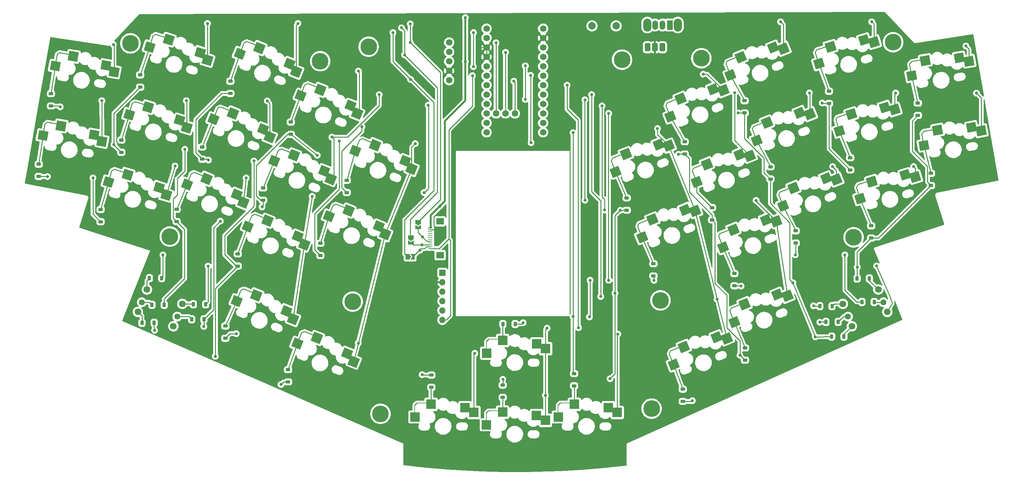
<source format=gbr>
%TF.GenerationSoftware,KiCad,Pcbnew,7.0.2*%
%TF.CreationDate,2024-07-15T12:22:54+02:00*%
%TF.ProjectId,Batreeq-wireless,42617472-6565-4712-9d77-6972656c6573,rev?*%
%TF.SameCoordinates,Original*%
%TF.FileFunction,Copper,L2,Bot*%
%TF.FilePolarity,Positive*%
%FSLAX46Y46*%
G04 Gerber Fmt 4.6, Leading zero omitted, Abs format (unit mm)*
G04 Created by KiCad (PCBNEW 7.0.2) date 2024-07-15 12:22:54*
%MOMM*%
%LPD*%
G01*
G04 APERTURE LIST*
G04 Aperture macros list*
%AMRoundRect*
0 Rectangle with rounded corners*
0 $1 Rounding radius*
0 $2 $3 $4 $5 $6 $7 $8 $9 X,Y pos of 4 corners*
0 Add a 4 corners polygon primitive as box body*
4,1,4,$2,$3,$4,$5,$6,$7,$8,$9,$2,$3,0*
0 Add four circle primitives for the rounded corners*
1,1,$1+$1,$2,$3*
1,1,$1+$1,$4,$5*
1,1,$1+$1,$6,$7*
1,1,$1+$1,$8,$9*
0 Add four rect primitives between the rounded corners*
20,1,$1+$1,$2,$3,$4,$5,0*
20,1,$1+$1,$4,$5,$6,$7,0*
20,1,$1+$1,$6,$7,$8,$9,0*
20,1,$1+$1,$8,$9,$2,$3,0*%
%AMRotRect*
0 Rectangle, with rotation*
0 The origin of the aperture is its center*
0 $1 length*
0 $2 width*
0 $3 Rotation angle, in degrees counterclockwise*
0 Add horizontal line*
21,1,$1,$2,0,0,$3*%
%AMFreePoly0*
4,1,6,1.000000,0.000000,0.500000,-0.750000,-0.500000,-0.750000,-0.500000,0.750000,0.500000,0.750000,1.000000,0.000000,1.000000,0.000000,$1*%
%AMFreePoly1*
4,1,6,0.500000,-0.750000,-0.650000,-0.750000,-0.150000,0.000000,-0.650000,0.750000,0.500000,0.750000,0.500000,-0.750000,0.500000,-0.750000,$1*%
G04 Aperture macros list end*
%TA.AperFunction,ComponentPad*%
%ADD10R,1.700000X1.700000*%
%TD*%
%TA.AperFunction,ComponentPad*%
%ADD11O,1.700000X1.700000*%
%TD*%
%TA.AperFunction,ComponentPad*%
%ADD12C,4.500000*%
%TD*%
%TA.AperFunction,SMDPad,CuDef*%
%ADD13RotRect,2.550000X2.500000X350.000000*%
%TD*%
%TA.AperFunction,SMDPad,CuDef*%
%ADD14RotRect,2.600000X2.600000X350.000000*%
%TD*%
%TA.AperFunction,SMDPad,CuDef*%
%ADD15RoundRect,0.062500X0.322530X0.302137X-0.394228X-0.199743X-0.322530X-0.302137X0.394228X0.199743X0*%
%TD*%
%TA.AperFunction,SMDPad,CuDef*%
%ADD16RotRect,4.000000X0.250000X260.000000*%
%TD*%
%TA.AperFunction,SMDPad,CuDef*%
%ADD17RotRect,3.000000X0.250000X170.000000*%
%TD*%
%TA.AperFunction,SMDPad,CuDef*%
%ADD18RotRect,2.550000X2.500000X22.000000*%
%TD*%
%TA.AperFunction,SMDPad,CuDef*%
%ADD19RotRect,2.600000X2.600000X22.000000*%
%TD*%
%TA.AperFunction,SMDPad,CuDef*%
%ADD20RoundRect,0.062500X0.113413X0.427142X-0.228476X-0.378300X-0.113413X-0.427142X0.228476X0.378300X0*%
%TD*%
%TA.AperFunction,SMDPad,CuDef*%
%ADD21RotRect,4.000000X0.250000X292.000000*%
%TD*%
%TA.AperFunction,SMDPad,CuDef*%
%ADD22RotRect,3.000000X0.250000X202.000000*%
%TD*%
%TA.AperFunction,ComponentPad*%
%ADD23C,1.800000*%
%TD*%
%TA.AperFunction,ComponentPad*%
%ADD24C,1.600000*%
%TD*%
%TA.AperFunction,ComponentPad*%
%ADD25C,1.752600*%
%TD*%
%TA.AperFunction,SMDPad,CuDef*%
%ADD26RotRect,2.550000X2.500000X338.000000*%
%TD*%
%TA.AperFunction,SMDPad,CuDef*%
%ADD27RotRect,2.600000X2.600000X338.000000*%
%TD*%
%TA.AperFunction,SMDPad,CuDef*%
%ADD28RoundRect,0.062500X0.378300X0.228476X-0.427142X-0.113413X-0.378300X-0.228476X0.427142X0.113413X0*%
%TD*%
%TA.AperFunction,SMDPad,CuDef*%
%ADD29RotRect,4.000000X0.250000X248.000000*%
%TD*%
%TA.AperFunction,SMDPad,CuDef*%
%ADD30RotRect,3.000000X0.250000X158.000000*%
%TD*%
%TA.AperFunction,SMDPad,CuDef*%
%ADD31R,2.550000X2.500000*%
%TD*%
%TA.AperFunction,SMDPad,CuDef*%
%ADD32R,2.600000X2.600000*%
%TD*%
%TA.AperFunction,SMDPad,CuDef*%
%ADD33RoundRect,0.062500X0.265165X0.353553X-0.353553X-0.265165X-0.265165X-0.353553X0.353553X0.265165X0*%
%TD*%
%TA.AperFunction,SMDPad,CuDef*%
%ADD34R,0.250000X4.000000*%
%TD*%
%TA.AperFunction,SMDPad,CuDef*%
%ADD35R,3.000000X0.250000*%
%TD*%
%TA.AperFunction,ComponentPad*%
%ADD36O,2.200000X3.500000*%
%TD*%
%TA.AperFunction,ComponentPad*%
%ADD37R,1.500000X2.500000*%
%TD*%
%TA.AperFunction,ComponentPad*%
%ADD38O,1.500000X2.500000*%
%TD*%
%TA.AperFunction,SMDPad,CuDef*%
%ADD39RotRect,2.550000X2.500000X10.000000*%
%TD*%
%TA.AperFunction,SMDPad,CuDef*%
%ADD40RotRect,2.600000X2.600000X10.000000*%
%TD*%
%TA.AperFunction,SMDPad,CuDef*%
%ADD41RoundRect,0.062500X0.199743X0.394228X-0.302137X-0.322530X-0.199743X-0.394228X0.302137X0.322530X0*%
%TD*%
%TA.AperFunction,SMDPad,CuDef*%
%ADD42RotRect,4.000000X0.250000X280.000000*%
%TD*%
%TA.AperFunction,SMDPad,CuDef*%
%ADD43RotRect,3.000000X0.250000X190.000000*%
%TD*%
%TA.AperFunction,SMDPad,CuDef*%
%ADD44RotRect,2.550000X2.500000X343.000000*%
%TD*%
%TA.AperFunction,SMDPad,CuDef*%
%ADD45RotRect,2.600000X2.600000X343.000000*%
%TD*%
%TA.AperFunction,SMDPad,CuDef*%
%ADD46RoundRect,0.062500X0.356948X0.260578X-0.415632X-0.150210X-0.356948X-0.260578X0.415632X0.150210X0*%
%TD*%
%TA.AperFunction,SMDPad,CuDef*%
%ADD47RotRect,4.000000X0.250000X253.000000*%
%TD*%
%TA.AperFunction,SMDPad,CuDef*%
%ADD48RotRect,3.000000X0.250000X163.000000*%
%TD*%
%TA.AperFunction,ComponentPad*%
%ADD49C,2.000000*%
%TD*%
%TA.AperFunction,SMDPad,CuDef*%
%ADD50RotRect,2.550000X2.500000X17.000000*%
%TD*%
%TA.AperFunction,SMDPad,CuDef*%
%ADD51RotRect,2.600000X2.600000X17.000000*%
%TD*%
%TA.AperFunction,SMDPad,CuDef*%
%ADD52RoundRect,0.062500X0.150210X0.415632X-0.260578X-0.356948X-0.150210X-0.415632X0.260578X0.356948X0*%
%TD*%
%TA.AperFunction,SMDPad,CuDef*%
%ADD53RotRect,4.000000X0.250000X287.000000*%
%TD*%
%TA.AperFunction,SMDPad,CuDef*%
%ADD54RotRect,3.000000X0.250000X197.000000*%
%TD*%
%TA.AperFunction,ComponentPad*%
%ADD55RoundRect,0.375000X0.375000X0.750000X-0.375000X0.750000X-0.375000X-0.750000X0.375000X-0.750000X0*%
%TD*%
%TA.AperFunction,SMDPad,CuDef*%
%ADD56RoundRect,0.225000X-0.375000X0.225000X-0.375000X-0.225000X0.375000X-0.225000X0.375000X0.225000X0*%
%TD*%
%TA.AperFunction,SMDPad,CuDef*%
%ADD57RoundRect,0.225000X-0.225000X-0.375000X0.225000X-0.375000X0.225000X0.375000X-0.225000X0.375000X0*%
%TD*%
%TA.AperFunction,SMDPad,CuDef*%
%ADD58FreePoly0,270.000000*%
%TD*%
%TA.AperFunction,SMDPad,CuDef*%
%ADD59FreePoly1,270.000000*%
%TD*%
%TA.AperFunction,SMDPad,CuDef*%
%ADD60RoundRect,0.225000X0.375000X-0.225000X0.375000X0.225000X-0.375000X0.225000X-0.375000X-0.225000X0*%
%TD*%
%TA.AperFunction,SMDPad,CuDef*%
%ADD61RoundRect,0.225000X0.225000X0.375000X-0.225000X0.375000X-0.225000X-0.375000X0.225000X-0.375000X0*%
%TD*%
%TA.AperFunction,SMDPad,CuDef*%
%ADD62FreePoly0,0.000000*%
%TD*%
%TA.AperFunction,SMDPad,CuDef*%
%ADD63FreePoly1,0.000000*%
%TD*%
%TA.AperFunction,SMDPad,CuDef*%
%ADD64R,1.250000X0.280000*%
%TD*%
%TA.AperFunction,SMDPad,CuDef*%
%ADD65R,2.000000X1.800000*%
%TD*%
%TA.AperFunction,ViaPad*%
%ADD66C,0.800000*%
%TD*%
%TA.AperFunction,Conductor*%
%ADD67C,0.250000*%
%TD*%
%TA.AperFunction,Conductor*%
%ADD68C,0.500000*%
%TD*%
G04 APERTURE END LIST*
D10*
%TO.P,J3,1,Pin_1*%
%TO.N,+3V3*%
X131498000Y-101840000D03*
D11*
%TO.P,J3,2,Pin_2*%
%TO.N,GND*%
X131498000Y-104380000D03*
%TO.P,J3,3,Pin_3*%
%TO.N,MOSI*%
X131498000Y-106920000D03*
%TO.P,J3,4,Pin_4*%
%TO.N,SPI_CS*%
X131498000Y-109460000D03*
%TO.P,J3,5,Pin_5*%
%TO.N,MISO*%
X131498000Y-112000000D03*
%TO.P,J3,6,Pin_6*%
%TO.N,SCLK*%
X131498000Y-114540000D03*
%TD*%
D12*
%TO.P,H12,1*%
%TO.N,N/C*%
X111648000Y-40940000D03*
%TD*%
%TO.P,H11,1*%
%TO.N,N/C*%
X114848000Y-139840000D03*
%TD*%
%TO.P,H10,1*%
%TO.N,N/C*%
X187848000Y-138440000D03*
%TD*%
%TO.P,H9,1*%
%TO.N,N/C*%
X179898000Y-44440000D03*
%TD*%
D13*
%TO.P,SW9,1,1*%
%TO.N,row_1*%
X37652363Y-64712781D03*
D14*
X39814499Y-66447901D03*
D15*
%TO.P,SW9,2,2*%
%TO.N,Net-(D9-K)*%
X24816671Y-61510522D03*
D16*
X24137711Y-63685273D03*
D13*
X23950865Y-64879380D03*
D17*
X26610766Y-61533082D03*
D14*
X28824944Y-62272848D03*
%TD*%
D18*
%TO.P,SW21,1,1*%
%TO.N,row_2*%
X221675332Y-107701317D03*
D19*
X224428400Y-108027024D03*
D20*
%TO.P,SW21,2,2*%
%TO.N,Net-(D21-K)*%
X209093108Y-111787527D03*
D21*
X209669760Y-113991614D03*
D18*
X210144086Y-115103288D03*
D22*
X210626543Y-110855934D03*
D19*
X212896288Y-110309955D03*
%TD*%
D12*
%TO.P,H8,1*%
%TO.N,N/C*%
X252898000Y-39740000D03*
%TD*%
D23*
%TO.P,HAT1,1,1*%
%TO.N,Net-(D36-K)*%
X51940475Y-106347429D03*
D24*
%TO.P,HAT1,2,2*%
%TO.N,Net-(D37-K)*%
X50554430Y-109778009D03*
D23*
%TO.P,HAT1,3,3*%
%TO.N,Net-(D38-K)*%
X49505532Y-112374124D03*
%TO.P,HAT1,4,4*%
%TO.N,row_4*%
X59055525Y-116232571D03*
D24*
%TO.P,HAT1,5,5*%
%TO.N,Net-(D39-K)*%
X60104424Y-113636457D03*
D23*
%TO.P,HAT1,6,6*%
%TO.N,Net-(D40-K)*%
X61490468Y-110205876D03*
%TD*%
D25*
%TO.P,U1,1,TX0/P0.06*%
%TO.N,P0.06*%
X143403000Y-36070000D03*
%TO.P,U1,2,RX1/P0.08*%
%TO.N,P0.08*%
X143403000Y-38610000D03*
%TO.P,U1,3,GND*%
%TO.N,GND*%
X143403000Y-41150000D03*
%TO.P,U1,4,GND*%
X143403000Y-43690000D03*
%TO.P,U1,5,P0.17*%
%TO.N,P0.17*%
X143403000Y-46230000D03*
%TO.P,U1,6,P0.20*%
%TO.N,SCLK*%
X143403000Y-48770000D03*
%TO.P,U1,7,P0.22*%
%TO.N,row_0*%
X143403000Y-51310000D03*
%TO.P,U1,8,P0.24*%
%TO.N,row_1*%
X143403000Y-53850000D03*
%TO.P,U1,9,P1.00*%
%TO.N,col0*%
X143403000Y-56390000D03*
%TO.P,U1,10,P0.11*%
%TO.N,col1*%
X143403000Y-58930000D03*
%TO.P,U1,11,P1.04*%
%TO.N,col2*%
X143403000Y-61470000D03*
%TO.P,U1,12,P1.06*%
%TO.N,col3*%
X143403000Y-64010000D03*
%TO.P,U1,13,NFC1/P0.09*%
%TO.N,col4*%
X158643000Y-64010000D03*
%TO.P,U1,14,NFC2/P0.10*%
%TO.N,col5*%
X158643000Y-61470000D03*
%TO.P,U1,15,P1.11*%
%TO.N,col6*%
X158643000Y-58930000D03*
%TO.P,U1,16,P1.13*%
%TO.N,col7*%
X158643000Y-56390000D03*
%TO.P,U1,17,P1.15*%
%TO.N,row_5*%
X158643000Y-53850000D03*
%TO.P,U1,18,AIN0/P0.02*%
%TO.N,row_4*%
X158643000Y-51310000D03*
%TO.P,U1,19,AIN5/P0.29*%
%TO.N,row_3*%
X158643000Y-48770000D03*
%TO.P,U1,20,AIN7/P0.31*%
%TO.N,row_2*%
X158643000Y-46230000D03*
%TO.P,U1,21,VCC*%
%TO.N,+3V3*%
X158643000Y-43690000D03*
%TO.P,U1,22,RST*%
%TO.N,RESET*%
X158643000Y-41150000D03*
%TO.P,U1,23,GND*%
%TO.N,GND*%
X158643000Y-38610000D03*
%TO.P,U1,24,BATIN/P0.04*%
%TO.N,BATT_OR_5V*%
X158643000Y-36070000D03*
%TO.P,U1,31,P1.01*%
%TO.N,NVMOSI*%
X145943000Y-58930000D03*
%TO.P,U1,32,P1.02*%
%TO.N,NVSCK*%
X148483000Y-58930000D03*
%TO.P,U1,33,P1.07*%
%TO.N,NVCS*%
X151023000Y-58930000D03*
%TD*%
D18*
%TO.P,SW31,1,1*%
%TO.N,row_3*%
X205340126Y-119179384D03*
D19*
X208093194Y-119505091D03*
D20*
%TO.P,SW31,2,2*%
%TO.N,Net-(D30-K)*%
X192757902Y-123265594D03*
D21*
X193334554Y-125469681D03*
D18*
X193808880Y-126581355D03*
D22*
X194291337Y-122334001D03*
D19*
X196561082Y-121788022D03*
%TD*%
D18*
%TO.P,SW13,1,1*%
%TO.N,row_1*%
X211542465Y-69986941D03*
D19*
X214295533Y-70312648D03*
D20*
%TO.P,SW13,2,2*%
%TO.N,Net-(D13-K)*%
X198960241Y-74073151D03*
D21*
X199536893Y-76277238D03*
D18*
X200011219Y-77388912D03*
D22*
X200493676Y-73141558D03*
D19*
X202763421Y-72595579D03*
%TD*%
D26*
%TO.P,SW3,1,1*%
%TO.N,row_0*%
X90383212Y-45535303D03*
D27*
X92137348Y-47682039D03*
D28*
%TO.P,SW3,2,2*%
%TO.N,Net-(D3-K)*%
X78493798Y-39734330D03*
D29*
X77377519Y-41720394D03*
D26*
X76946487Y-42849560D03*
D30*
X80243997Y-40129411D03*
D27*
X82255984Y-41313365D03*
%TD*%
D26*
%TO.P,SW4,1,1*%
%TO.N,row_0*%
X106776720Y-56814053D03*
D27*
X108530856Y-58960789D03*
D28*
%TO.P,SW4,2,2*%
%TO.N,Net-(D4-K)*%
X94887306Y-51013080D03*
D29*
X93771027Y-52999144D03*
D26*
X93339995Y-54128310D03*
D30*
X96637505Y-51408161D03*
D27*
X98649492Y-52592115D03*
%TD*%
D31*
%TO.P,SW30,1,1*%
%TO.N,row_3*%
X176167151Y-138133309D03*
D32*
X178597739Y-139466617D03*
D33*
%TO.P,SW30,2,2*%
%TO.N,Net-(D29-K)*%
X162970395Y-137208593D03*
D34*
X162679392Y-139468205D03*
D31*
X162702739Y-140676617D03*
D35*
X164741151Y-136919270D03*
D32*
X167050150Y-137263309D03*
%TD*%
D12*
%TO.P,H3,1*%
%TO.N,N/C*%
X190245175Y-109284961D03*
%TD*%
%TO.P,H6,1*%
%TO.N,N/C*%
X98598000Y-44840000D03*
%TD*%
D36*
%TO.P,SW25,*%
%TO.N,*%
X194898000Y-35090000D03*
X186698000Y-35090000D03*
D37*
%TO.P,SW25,1,A*%
%TO.N,unconnected-(SW25-A-Pad1)*%
X192798000Y-35090000D03*
D38*
%TO.P,SW25,2,B*%
%TO.N,BT+*%
X190798000Y-35090000D03*
%TO.P,SW25,3,C*%
%TO.N,BATT_OR_5V*%
X188798000Y-35090000D03*
%TD*%
D26*
%TO.P,SW28,1,1*%
%TO.N,row_3*%
X105861540Y-123622994D03*
D27*
X107615676Y-125769730D03*
D28*
%TO.P,SW28,2,2*%
%TO.N,Net-(D27-K)*%
X93972126Y-117822021D03*
D29*
X92855847Y-119808085D03*
D26*
X92424815Y-120937251D03*
D30*
X95722325Y-118217102D03*
D27*
X97734312Y-119401056D03*
%TD*%
D18*
%TO.P,SW6,1,1*%
%TO.N,row_0*%
X220601398Y-41152099D03*
D19*
X223354466Y-41477806D03*
D20*
%TO.P,SW6,2,2*%
%TO.N,Net-(D6-K)*%
X208019174Y-45238309D03*
D21*
X208595826Y-47442396D03*
D18*
X209070152Y-48554070D03*
D22*
X209552609Y-44306716D03*
D19*
X211822354Y-43760737D03*
%TD*%
D26*
%TO.P,SW11,1,1*%
%TO.N,row_1*%
X83265690Y-63151793D03*
D27*
X85019826Y-65298529D03*
D28*
%TO.P,SW11,2,2*%
%TO.N,Net-(D11-K)*%
X71376276Y-57350820D03*
D29*
X70259997Y-59336884D03*
D26*
X69828965Y-60466050D03*
D30*
X73126475Y-57745901D03*
D27*
X75138462Y-58929855D03*
%TD*%
D26*
%TO.P,SW19,1,1*%
%TO.N,row_2*%
X92541669Y-92047042D03*
D27*
X94295805Y-94193778D03*
D28*
%TO.P,SW19,2,2*%
%TO.N,Net-(D19-K)*%
X80652255Y-86246069D03*
D29*
X79535976Y-88232133D03*
D26*
X79104944Y-89361299D03*
D30*
X82402454Y-86641150D03*
D27*
X84414441Y-87825104D03*
%TD*%
D39*
%TO.P,SW16,1,1*%
%TO.N,row_1*%
X274005758Y-62679891D03*
D40*
X276630946Y-63570876D03*
D41*
%TO.P,SW16,2,2*%
%TO.N,Net-(D16-K)*%
X260848915Y-64060817D03*
D42*
X260954710Y-66336632D03*
D39*
X261187542Y-67522631D03*
D43*
X262542529Y-63468400D03*
D40*
X264876191Y-63406259D03*
%TD*%
D12*
%TO.P,H2,1*%
%TO.N,N/C*%
X107354603Y-109610727D03*
%TD*%
D18*
%TO.P,SW23,1,1*%
%TO.N,row_2*%
X234836448Y-76385085D03*
D19*
X237589516Y-76710792D03*
D20*
%TO.P,SW23,2,2*%
%TO.N,Net-(D23-K)*%
X222254224Y-80471295D03*
D21*
X222830876Y-82675382D03*
D18*
X223305202Y-83787056D03*
D22*
X223787659Y-79539702D03*
D19*
X226057404Y-78993723D03*
%TD*%
D44*
%TO.P,SW17,1,1*%
%TO.N,row_2*%
X55183693Y-78893765D03*
D45*
X57118255Y-80879449D03*
D46*
%TO.P,SW17,2,2*%
%TO.N,Net-(D17-K)*%
X42833933Y-74151097D03*
D47*
X41895000Y-76226894D03*
D44*
X41564021Y-77389330D03*
D48*
X44611906Y-74392135D03*
D45*
X46719425Y-75396227D03*
%TD*%
D31*
%TO.P,SW29,1,1*%
%TO.N,row_3*%
X137561565Y-138133309D03*
D32*
X139992153Y-139466617D03*
D33*
%TO.P,SW29,2,2*%
%TO.N,Net-(D28-K)*%
X124364809Y-137208593D03*
D34*
X124073806Y-139468205D03*
D31*
X124097153Y-140676617D03*
D35*
X126135565Y-136919270D03*
D32*
X128444564Y-137263309D03*
%TD*%
D44*
%TO.P,SW2,1,1*%
%TO.N,row_0*%
X66293818Y-42554185D03*
D45*
X68228380Y-44539869D03*
D46*
%TO.P,SW2,2,2*%
%TO.N,Net-(D2-K)*%
X53944058Y-37811517D03*
D47*
X53005125Y-39887314D03*
D44*
X52674146Y-41049750D03*
D48*
X55722031Y-38052555D03*
D45*
X57829550Y-39056647D03*
%TD*%
D26*
%TO.P,SW20,1,1*%
%TO.N,row_2*%
X89526329Y-112144920D03*
D27*
X91280465Y-114291656D03*
D28*
%TO.P,SW20,2,2*%
%TO.N,Net-(D20-K)*%
X77636915Y-106343947D03*
D29*
X76520636Y-108330011D03*
D26*
X76089604Y-109459177D03*
D30*
X79387114Y-106739028D03*
D27*
X81399101Y-107922982D03*
%TD*%
D18*
%TO.P,SW32,1,1*%
%TO.N,row_3*%
X196836925Y-84879631D03*
D19*
X199589993Y-85205338D03*
D20*
%TO.P,SW32,2,2*%
%TO.N,Net-(D31-K)*%
X184254701Y-88965841D03*
D21*
X184831353Y-91169928D03*
D18*
X185305679Y-92281602D03*
D22*
X185788136Y-88034248D03*
D19*
X188057881Y-87488269D03*
%TD*%
D13*
%TO.P,SW1,1,1*%
%TO.N,row_0*%
X40942647Y-45984353D03*
D14*
X43104783Y-47719473D03*
D15*
%TO.P,SW1,2,2*%
%TO.N,Net-(D1-K)*%
X28106955Y-42782094D03*
D16*
X27427995Y-44956845D03*
D13*
X27241149Y-46150952D03*
D17*
X29901050Y-42804654D03*
D14*
X32115228Y-43544420D03*
%TD*%
D26*
%TO.P,SW18,1,1*%
%TO.N,row_2*%
X76148161Y-80768288D03*
D27*
X77902297Y-82915024D03*
D28*
%TO.P,SW18,2,2*%
%TO.N,Net-(D18-K)*%
X64258747Y-74967315D03*
D29*
X63142468Y-76953379D03*
D26*
X62711436Y-78082545D03*
D30*
X66008946Y-75362396D03*
D27*
X68020933Y-76546350D03*
%TD*%
D49*
%TO.P,SW34,1,1*%
%TO.N,RESET*%
X171798000Y-35340000D03*
%TO.P,SW34,2,2*%
%TO.N,gnd*%
X178298000Y-35340000D03*
%TD*%
D50*
%TO.P,SW7,1,1*%
%TO.N,row_0*%
X245031324Y-39132611D03*
D51*
X247745528Y-39697024D03*
D52*
%TO.P,SW7,2,2*%
%TO.N,Net-(D7-K)*%
X232140842Y-42106659D03*
D53*
X232523201Y-44352617D03*
D50*
X232898834Y-45501401D03*
D54*
X233749635Y-41312258D03*
D51*
X236058329Y-40966179D03*
%TD*%
D50*
%TO.P,SW15,1,1*%
%TO.N,row_1*%
X250584215Y-57298777D03*
D51*
X253298419Y-57863190D03*
D52*
%TO.P,SW15,2,2*%
%TO.N,Net-(D15-K)*%
X237693733Y-60272825D03*
D53*
X238076092Y-62518783D03*
D50*
X238451725Y-63667567D03*
D54*
X239302526Y-59478424D03*
D51*
X241611220Y-59132345D03*
%TD*%
D23*
%TO.P,HAT2,1,1*%
%TO.N,Net-(D41-K)*%
X239355532Y-110205876D03*
D24*
%TO.P,HAT2,2,2*%
%TO.N,Net-(D42-K)*%
X240741576Y-113636457D03*
D23*
%TO.P,HAT2,3,3*%
%TO.N,Net-(D43-K)*%
X241790475Y-116232571D03*
%TO.P,HAT2,4,4*%
%TO.N,row_5*%
X251340468Y-112374124D03*
D24*
%TO.P,HAT2,5,5*%
%TO.N,Net-(D44-K)*%
X250291570Y-109778009D03*
D23*
%TO.P,HAT2,6,6*%
%TO.N,Net-(D45-K)*%
X248905525Y-106347429D03*
%TD*%
D26*
%TO.P,SW12,1,1*%
%TO.N,row_1*%
X99659193Y-74430548D03*
D27*
X101413329Y-76577284D03*
D28*
%TO.P,SW12,2,2*%
%TO.N,Net-(D12-K)*%
X87769779Y-68629575D03*
D29*
X86653500Y-70615639D03*
D26*
X86222468Y-71744805D03*
D30*
X89519978Y-69024656D03*
D27*
X91531965Y-70208610D03*
%TD*%
D26*
%TO.P,SW26,1,1*%
%TO.N,row_3*%
X121482263Y-71706747D03*
D27*
X123236399Y-73853483D03*
D28*
%TO.P,SW26,2,2*%
%TO.N,Net-(D25-K)*%
X109592849Y-65905774D03*
D29*
X108476570Y-67891838D03*
D26*
X108045538Y-69021004D03*
D30*
X111343048Y-66300855D03*
D27*
X113355035Y-67484809D03*
%TD*%
D55*
%TO.P,J2,1,Pin_1*%
%TO.N,BT+*%
X186748000Y-41090000D03*
%TO.P,J2,2,Pin_2*%
%TO.N,GND*%
X188748000Y-41090000D03*
%TO.P,J2,3,Pin_3*%
%TO.N,BT+*%
X190748000Y-41090000D03*
%TD*%
D18*
%TO.P,SW33,1,1*%
%TO.N,row_3*%
X189719401Y-67263135D03*
D19*
X192472469Y-67588842D03*
D20*
%TO.P,SW33,2,2*%
%TO.N,Net-(D32-K)*%
X177137177Y-71349345D03*
D21*
X177713829Y-73553432D03*
D18*
X178188155Y-74665106D03*
D22*
X178670612Y-70417752D03*
D19*
X180940357Y-69871773D03*
%TD*%
D39*
%TO.P,SW8,1,1*%
%TO.N,row_0*%
X270704198Y-43945109D03*
D40*
X273329386Y-44836094D03*
D41*
%TO.P,SW8,2,2*%
%TO.N,Net-(D8-K)*%
X257547355Y-45326035D03*
D42*
X257653150Y-47601850D03*
D39*
X257885982Y-48787849D03*
D43*
X259240969Y-44733618D03*
D40*
X261574631Y-44671477D03*
%TD*%
D12*
%TO.P,H1,1*%
%TO.N,N/C*%
X58098000Y-92090000D03*
%TD*%
D18*
%TO.P,SW5,1,1*%
%TO.N,row_0*%
X204424946Y-52370447D03*
D19*
X207178014Y-52696154D03*
D20*
%TO.P,SW5,2,2*%
%TO.N,Net-(D5-K)*%
X191842722Y-56456657D03*
D21*
X192419374Y-58660744D03*
D18*
X192893700Y-59772418D03*
D22*
X193376157Y-55525064D03*
D19*
X195645902Y-54979085D03*
%TD*%
D31*
%TO.P,SW37,1,1*%
%TO.N,row_4*%
X156841563Y-140250000D03*
D32*
X159272151Y-141583308D03*
D33*
%TO.P,SW37,2,2*%
%TO.N,Net-(D35-K)*%
X143644807Y-139325284D03*
D34*
X143353804Y-141584896D03*
D31*
X143377151Y-142793308D03*
D35*
X145415563Y-139035961D03*
D32*
X147724562Y-139380000D03*
%TD*%
D12*
%TO.P,H7,1*%
%TO.N,N/C*%
X201248000Y-44040000D03*
%TD*%
D25*
%TO.P,Display1,1,MOSI*%
%TO.N,NVMOSI*%
X133323000Y-39813250D03*
%TO.P,Display1,2,SCK*%
%TO.N,NVSCK*%
X133323000Y-42353250D03*
%TO.P,Display1,3,VCC*%
%TO.N,+3V3*%
X133323000Y-44893250D03*
%TO.P,Display1,4,GND*%
%TO.N,GND*%
X133323000Y-47433250D03*
%TO.P,Display1,5,CS*%
%TO.N,NVCS*%
X133323000Y-49973250D03*
%TD*%
D18*
%TO.P,SW14,1,1*%
%TO.N,row_1*%
X227718926Y-58768594D03*
D19*
X230471994Y-59094301D03*
D20*
%TO.P,SW14,2,2*%
%TO.N,Net-(D14-K)*%
X215136702Y-62854804D03*
D21*
X215713354Y-65058891D03*
D18*
X216187680Y-66170565D03*
D22*
X216670137Y-61923211D03*
D19*
X218939882Y-61377232D03*
%TD*%
D50*
%TO.P,SW24,1,1*%
%TO.N,row_2*%
X256141445Y-75472193D03*
D51*
X258855649Y-76036606D03*
D52*
%TO.P,SW24,2,2*%
%TO.N,Net-(D24-K)*%
X243250963Y-78446241D03*
D53*
X243633322Y-80692199D03*
D50*
X244008955Y-81840983D03*
D54*
X244859756Y-77651840D03*
D51*
X247168450Y-77305761D03*
%TD*%
D44*
%TO.P,SW10,1,1*%
%TO.N,row_1*%
X60748000Y-60740000D03*
D45*
X62682562Y-62725684D03*
D46*
%TO.P,SW10,2,2*%
%TO.N,Net-(D10-K)*%
X48398240Y-55997332D03*
D47*
X47459307Y-58073129D03*
D44*
X47128328Y-59235565D03*
D48*
X50176213Y-56238370D03*
D45*
X52283732Y-57242462D03*
%TD*%
D12*
%TO.P,H5,1*%
%TO.N,N/C*%
X47498000Y-40040000D03*
%TD*%
D18*
%TO.P,SW22,1,1*%
%TO.N,row_2*%
X218659993Y-87603437D03*
D19*
X221413061Y-87929144D03*
D20*
%TO.P,SW22,2,2*%
%TO.N,Net-(D22-K)*%
X206077769Y-91689647D03*
D21*
X206654421Y-93893734D03*
D18*
X207128747Y-95005408D03*
D22*
X207611204Y-90758054D03*
D19*
X209880949Y-90212075D03*
%TD*%
D26*
%TO.P,SW27,1,1*%
%TO.N,row_3*%
X114364735Y-89323238D03*
D27*
X116118871Y-91469974D03*
D28*
%TO.P,SW27,2,2*%
%TO.N,Net-(D26-K)*%
X102475321Y-83522265D03*
D29*
X101359042Y-85508329D03*
D26*
X100928010Y-86637495D03*
D30*
X104225520Y-83917346D03*
D27*
X106237507Y-85101300D03*
%TD*%
D12*
%TO.P,H4,1*%
%TO.N,N/C*%
X242248000Y-92290000D03*
%TD*%
D31*
%TO.P,SW35,1,1*%
%TO.N,row_4*%
X156867412Y-120956692D03*
D32*
X159298000Y-122290000D03*
D33*
%TO.P,SW35,2,2*%
%TO.N,Net-(D33-K)*%
X143670656Y-120031976D03*
D34*
X143379653Y-122291588D03*
D31*
X143403000Y-123500000D03*
D35*
X145441412Y-119742653D03*
D32*
X147750411Y-120086692D03*
%TD*%
D56*
%TO.P,D31,1,K*%
%TO.N,Net-(D31-K)*%
X188348000Y-99390000D03*
%TO.P,D31,2,A*%
%TO.N,col6*%
X188348000Y-102690000D03*
%TD*%
%TO.P,D14,1,K*%
%TO.N,Net-(D14-K)*%
X219848000Y-73290000D03*
%TO.P,D14,2,A*%
%TO.N,col5*%
X219848000Y-76590000D03*
%TD*%
D57*
%TO.P,D40,1,K*%
%TO.N,Net-(D40-K)*%
X64448000Y-110340000D03*
%TO.P,D40,2,A*%
%TO.N,col4*%
X67748000Y-110340000D03*
%TD*%
D56*
%TO.P,D11,1,K*%
%TO.N,Net-(D11-K)*%
X66848000Y-67940000D03*
%TO.P,D11,2,A*%
%TO.N,col2*%
X66848000Y-71240000D03*
%TD*%
%TO.P,D13,1,K*%
%TO.N,Net-(D13-K)*%
X204148000Y-84290000D03*
%TO.P,D13,2,A*%
%TO.N,col4*%
X204148000Y-87590000D03*
%TD*%
%TO.P,D20,1,K*%
%TO.N,Net-(D20-K)*%
X73048000Y-116190000D03*
%TO.P,D20,2,A*%
%TO.N,col3*%
X73048000Y-119490000D03*
%TD*%
%TO.P,D12,1,K*%
%TO.N,Net-(D12-K)*%
X83198000Y-78990000D03*
%TO.P,D12,2,A*%
%TO.N,col3*%
X83198000Y-82290000D03*
%TD*%
D58*
%TO.P,JP1,1,A*%
%TO.N,P0.06*%
X124998000Y-88090000D03*
D59*
%TO.P,JP1,2,B*%
%TO.N,MOSI*%
X124998000Y-89540000D03*
%TD*%
D56*
%TO.P,D15,1,K*%
%TO.N,Net-(D15-K)*%
X241348000Y-70840000D03*
%TO.P,D15,2,A*%
%TO.N,col6*%
X241348000Y-74140000D03*
%TD*%
%TO.P,D23,1,K*%
%TO.N,Net-(D23-K)*%
X226648000Y-90540000D03*
%TO.P,D23,2,A*%
%TO.N,col6*%
X226648000Y-93840000D03*
%TD*%
%TO.P,D2,1,K*%
%TO.N,Net-(D2-K)*%
X50098000Y-48540000D03*
%TO.P,D2,2,A*%
%TO.N,col1*%
X50098000Y-51840000D03*
%TD*%
D60*
%TO.P,D35,1,K*%
%TO.N,Net-(D35-K)*%
X147748000Y-135390000D03*
%TO.P,D35,2,A*%
%TO.N,col7*%
X147748000Y-132090000D03*
%TD*%
D56*
%TO.P,D26,1,K*%
%TO.N,Net-(D26-K)*%
X98648000Y-93890000D03*
%TO.P,D26,2,A*%
%TO.N,col1*%
X98648000Y-97190000D03*
%TD*%
D58*
%TO.P,JP2,1,A*%
%TO.N,P0.08*%
X123048000Y-92290000D03*
D59*
%TO.P,JP2,2,B*%
%TO.N,SPI_CS*%
X123048000Y-93740000D03*
%TD*%
D57*
%TO.P,D33,1,K*%
%TO.N,Net-(D33-K)*%
X147798000Y-115640000D03*
%TO.P,D33,2,A*%
%TO.N,col6*%
X151098000Y-115640000D03*
%TD*%
D61*
%TO.P,D42,1,K*%
%TO.N,Net-(D42-K)*%
X238098000Y-115090000D03*
%TO.P,D42,2,A*%
%TO.N,col4*%
X234798000Y-115090000D03*
%TD*%
D56*
%TO.P,D7,1,K*%
%TO.N,Net-(D7-K)*%
X235648000Y-52940000D03*
%TO.P,D7,2,A*%
%TO.N,col6*%
X235648000Y-56240000D03*
%TD*%
%TO.P,D10,1,K*%
%TO.N,Net-(D10-K)*%
X45048000Y-66090000D03*
%TO.P,D10,2,A*%
%TO.N,col1*%
X45048000Y-69390000D03*
%TD*%
%TO.P,D1,1,K*%
%TO.N,Net-(D1-K)*%
X26098000Y-53590000D03*
%TO.P,D1,2,A*%
%TO.N,col0*%
X26098000Y-56890000D03*
%TD*%
D60*
%TO.P,D29,1,K*%
%TO.N,Net-(D29-K)*%
X166998000Y-132290000D03*
%TO.P,D29,2,A*%
%TO.N,col4*%
X166998000Y-128990000D03*
%TD*%
D56*
%TO.P,D5,1,K*%
%TO.N,Net-(D5-K)*%
X196748000Y-66540000D03*
%TO.P,D5,2,A*%
%TO.N,col4*%
X196748000Y-69840000D03*
%TD*%
D61*
%TO.P,D45,1,K*%
%TO.N,Net-(D45-K)*%
X246498000Y-103390000D03*
%TO.P,D45,2,A*%
%TO.N,col7*%
X243198000Y-103390000D03*
%TD*%
D56*
%TO.P,D22,1,K*%
%TO.N,Net-(D22-K)*%
X210148000Y-102040000D03*
%TO.P,D22,2,A*%
%TO.N,col5*%
X210148000Y-105340000D03*
%TD*%
D57*
%TO.P,D37,1,K*%
%TO.N,Net-(D37-K)*%
X53298000Y-110490000D03*
%TO.P,D37,2,A*%
%TO.N,col1*%
X56598000Y-110490000D03*
%TD*%
D56*
%TO.P,D27,1,K*%
%TO.N,Net-(D27-K)*%
X89948000Y-127940000D03*
%TO.P,D27,2,A*%
%TO.N,col2*%
X89948000Y-131240000D03*
%TD*%
D57*
%TO.P,D38,1,K*%
%TO.N,Net-(D38-K)*%
X50598000Y-115340000D03*
%TO.P,D38,2,A*%
%TO.N,col2*%
X53898000Y-115340000D03*
%TD*%
D56*
%TO.P,D6,1,K*%
%TO.N,Net-(D6-K)*%
X212898000Y-55490000D03*
%TO.P,D6,2,A*%
%TO.N,col5*%
X212898000Y-58790000D03*
%TD*%
%TO.P,D30,1,K*%
%TO.N,Net-(D30-K)*%
X196248000Y-133190000D03*
%TO.P,D30,2,A*%
%TO.N,col5*%
X196248000Y-136490000D03*
%TD*%
%TO.P,D21,1,K*%
%TO.N,Net-(D21-K)*%
X212998000Y-122090000D03*
%TO.P,D21,2,A*%
%TO.N,col4*%
X212998000Y-125390000D03*
%TD*%
D62*
%TO.P,JP3,1,A*%
%TO.N,P0.17*%
X122123000Y-97515000D03*
D63*
%TO.P,JP3,2,B*%
%TO.N,MISO*%
X123573000Y-97515000D03*
%TD*%
D57*
%TO.P,D36,1,K*%
%TO.N,Net-(D36-K)*%
X52598000Y-103290000D03*
%TO.P,D36,2,A*%
%TO.N,col0*%
X55898000Y-103290000D03*
%TD*%
D56*
%TO.P,D18,1,K*%
%TO.N,Net-(D18-K)*%
X59948000Y-84740000D03*
%TO.P,D18,2,A*%
%TO.N,col1*%
X59948000Y-88040000D03*
%TD*%
%TO.P,D8,1,K*%
%TO.N,Net-(D8-K)*%
X259548000Y-56140000D03*
%TO.P,D8,2,A*%
%TO.N,col7*%
X259548000Y-59440000D03*
%TD*%
D64*
%TO.P,J1,1,3V3*%
%TO.N,+3V3*%
X128160000Y-89790000D03*
%TO.P,J1,2,GND*%
%TO.N,GND*%
X128160000Y-90290000D03*
%TO.P,J1,3,SDA*%
%TO.N,unconnected-(J1-SDA-Pad3)*%
X128160000Y-90790000D03*
%TO.P,J1,4,SCL*%
%TO.N,unconnected-(J1-SCL-Pad4)*%
X128160000Y-91290000D03*
%TO.P,J1,5,RGB_LED_OUT*%
%TO.N,unconnected-(J1-RGB_LED_OUT-Pad5)*%
X128160000Y-91790000D03*
%TO.P,J1,6,5V*%
%TO.N,unconnected-(J1-5V-Pad6)*%
X128160000Y-92290000D03*
%TO.P,J1,7,GPIO_AD1*%
%TO.N,unconnected-(J1-GPIO_AD1-Pad7)*%
X128160000Y-92790000D03*
%TO.P,J1,8,MOSI*%
%TO.N,MOSI*%
X128160000Y-93290000D03*
%TO.P,J1,9,GPIO_AD2*%
%TO.N,unconnected-(J1-GPIO_AD2-Pad9)*%
X128160000Y-93790000D03*
%TO.P,J1,10,SPI_CS*%
%TO.N,SPI_CS*%
X128160000Y-94290000D03*
%TO.P,J1,11,MISO*%
%TO.N,MISO*%
X128160000Y-94790000D03*
%TO.P,J1,12,SCLK*%
%TO.N,SCLK*%
X128160000Y-95290000D03*
D65*
%TO.P,J1,13*%
%TO.N,N/C*%
X130884000Y-97090000D03*
%TO.P,J1,14*%
X130884000Y-87990000D03*
%TD*%
D56*
%TO.P,D16,1,K*%
%TO.N,Net-(D16-K)*%
X263098000Y-75040000D03*
%TO.P,D16,2,A*%
%TO.N,col7*%
X263098000Y-78340000D03*
%TD*%
D61*
%TO.P,D43,1,K*%
%TO.N,Net-(D43-K)*%
X239648000Y-119040000D03*
%TO.P,D43,2,A*%
%TO.N,col5*%
X236348000Y-119040000D03*
%TD*%
D56*
%TO.P,D32,1,K*%
%TO.N,Net-(D32-K)*%
X181148000Y-81690000D03*
%TO.P,D32,2,A*%
%TO.N,col7*%
X181148000Y-84990000D03*
%TD*%
%TO.P,D19,1,K*%
%TO.N,Net-(D19-K)*%
X76398000Y-96740000D03*
%TO.P,D19,2,A*%
%TO.N,col2*%
X76398000Y-100040000D03*
%TD*%
D57*
%TO.P,D39,1,K*%
%TO.N,Net-(D39-K)*%
X63998000Y-114390000D03*
%TO.P,D39,2,A*%
%TO.N,col3*%
X67298000Y-114390000D03*
%TD*%
D61*
%TO.P,D41,1,K*%
%TO.N,Net-(D41-K)*%
X236448000Y-110840000D03*
%TO.P,D41,2,A*%
%TO.N,col3*%
X233148000Y-110840000D03*
%TD*%
D56*
%TO.P,D25,1,K*%
%TO.N,Net-(D25-K)*%
X105748000Y-76940000D03*
%TO.P,D25,2,A*%
%TO.N,col0*%
X105748000Y-80240000D03*
%TD*%
%TO.P,D4,1,K*%
%TO.N,Net-(D4-K)*%
X90698000Y-61240000D03*
%TO.P,D4,2,A*%
%TO.N,col3*%
X90698000Y-64540000D03*
%TD*%
%TO.P,D3,1,K*%
%TO.N,Net-(D3-K)*%
X74398000Y-50240000D03*
%TO.P,D3,2,A*%
%TO.N,col2*%
X74398000Y-53540000D03*
%TD*%
%TO.P,D9,1,K*%
%TO.N,Net-(D9-K)*%
X22798000Y-72590000D03*
%TO.P,D9,2,A*%
%TO.N,col0*%
X22798000Y-75890000D03*
%TD*%
D61*
%TO.P,D44,1,K*%
%TO.N,Net-(D44-K)*%
X247798000Y-109690000D03*
%TO.P,D44,2,A*%
%TO.N,col6*%
X244498000Y-109690000D03*
%TD*%
D60*
%TO.P,D28,1,K*%
%TO.N,Net-(D28-K)*%
X128548000Y-132690000D03*
%TO.P,D28,2,A*%
%TO.N,col3*%
X128548000Y-129390000D03*
%TD*%
D56*
%TO.P,D24,1,K*%
%TO.N,Net-(D24-K)*%
X246998000Y-89190000D03*
%TO.P,D24,2,A*%
%TO.N,col7*%
X246998000Y-92490000D03*
%TD*%
%TO.P,D17,1,K*%
%TO.N,Net-(D17-K)*%
X39448000Y-84790000D03*
%TO.P,D17,2,A*%
%TO.N,col0*%
X39448000Y-88090000D03*
%TD*%
D66*
%TO.N,GND*%
X122698000Y-104090000D03*
%TO.N,+3V3*%
X130798000Y-83890000D03*
%TO.N,MISO*%
X125448000Y-95740000D03*
%TO.N,SPI_CS*%
X125998000Y-94290000D03*
%TO.N,MOSI*%
X126198000Y-92190000D03*
%TO.N,GND*%
X121848000Y-62840000D03*
X91198000Y-85940000D03*
X210198000Y-85390000D03*
X210598000Y-108540000D03*
X203448000Y-91340000D03*
X221448000Y-95990000D03*
X152448000Y-53840000D03*
X184248000Y-38040000D03*
X116948000Y-84990000D03*
X213198000Y-79140000D03*
X113398000Y-77740000D03*
X141448000Y-43640000D03*
X182648000Y-51390000D03*
X98298000Y-67440000D03*
X123098000Y-56140000D03*
X141198000Y-41140000D03*
X182298000Y-60140000D03*
X129998000Y-90690000D03*
X89398000Y-78340000D03*
X188848000Y-44890000D03*
X122348000Y-60440000D03*
%TO.N,col0*%
X56248000Y-97040000D03*
X28598000Y-57140000D03*
X109835299Y-62477299D03*
X37398000Y-76290000D03*
X25148000Y-75940000D03*
%TO.N,col1*%
X43048000Y-67290000D03*
X62148000Y-68590000D03*
X103748000Y-66390000D03*
%TO.N,col2*%
X80748000Y-71740000D03*
X68498000Y-71490000D03*
X70348000Y-124340000D03*
X53998000Y-117340000D03*
X88048000Y-131940000D03*
%TO.N,col3*%
X82948000Y-84090000D03*
X75998000Y-118240000D03*
X126048000Y-129290000D03*
X97798000Y-70190000D03*
X71698000Y-87940000D03*
X67248000Y-116290000D03*
X231448000Y-110740000D03*
%TO.N,row_1*%
X210198000Y-53340000D03*
X62548000Y-55490000D03*
X114498000Y-53840000D03*
X39798000Y-55490000D03*
X84348000Y-55540000D03*
X275348000Y-53440000D03*
X101748000Y-65290000D03*
X253598000Y-53390000D03*
X230348000Y-53390000D03*
%TO.N,row_0*%
X92598000Y-34690000D03*
X42898000Y-40340000D03*
X201748000Y-48340000D03*
X272498000Y-40740000D03*
X68248000Y-34690000D03*
X108898000Y-47490000D03*
X222598000Y-34240000D03*
X247148000Y-34240000D03*
%TO.N,col4*%
X195098000Y-69940000D03*
X68398000Y-100040000D03*
X233148000Y-115140000D03*
X211648000Y-124040000D03*
X166698000Y-64090000D03*
X166698000Y-113640000D03*
%TO.N,row_3*%
X205498000Y-108990000D03*
X108848000Y-120790000D03*
X155248000Y-48640000D03*
X155398000Y-66790000D03*
X124198000Y-67040000D03*
X189448000Y-62990000D03*
X140248000Y-123540000D03*
X178748000Y-118340000D03*
%TO.N,row_2*%
X153848000Y-46090000D03*
X153848000Y-55140000D03*
X59498000Y-73090000D03*
X169898000Y-82290000D03*
X126548000Y-80240000D03*
X127698000Y-56690000D03*
X258398000Y-73240000D03*
X78648000Y-76290000D03*
X169898000Y-55240000D03*
X215998000Y-82340000D03*
X96448000Y-81240000D03*
X236598000Y-73240000D03*
%TO.N,SCLK*%
X139598000Y-48740000D03*
%TO.N,+3V3*%
X137698000Y-33090000D03*
X137698000Y-44940000D03*
%TO.N,NVMOSI*%
X145948000Y-39890000D03*
%TO.N,NVSCK*%
X148523000Y-42465000D03*
%TO.N,row_4*%
X159248000Y-134840000D03*
X168148000Y-116640000D03*
X165098000Y-51290000D03*
X159698000Y-116740000D03*
%TO.N,NVCS*%
X150748000Y-50240000D03*
%TO.N,row_5*%
X248448000Y-99990000D03*
X171698000Y-53840000D03*
X174148000Y-108240000D03*
%TO.N,col5*%
X198848000Y-136290000D03*
X225898000Y-104540000D03*
X211198000Y-58790000D03*
X231948000Y-119090000D03*
X211948000Y-105440000D03*
%TO.N,col6*%
X153248000Y-115290000D03*
X171298000Y-103840000D03*
X226548000Y-96990000D03*
X239898000Y-97040000D03*
X176298000Y-103840000D03*
X233798000Y-56090000D03*
X171098000Y-113740000D03*
X188498000Y-103890000D03*
X176298000Y-58890000D03*
%TO.N,col7*%
X175148000Y-84940000D03*
X177998000Y-107340000D03*
X179448000Y-84990000D03*
X243248000Y-100340000D03*
X147798000Y-130540000D03*
X174498000Y-56890000D03*
X176648000Y-130390000D03*
%TO.N,P0.06*%
X122848000Y-39790000D03*
X122848000Y-34790000D03*
%TO.N,P0.08*%
X121348000Y-43140000D03*
X120498000Y-35840000D03*
%TO.N,P0.17*%
X139848000Y-46290000D03*
X122948000Y-49740000D03*
X118198000Y-37140000D03*
X139898000Y-37140000D03*
%TD*%
D67*
%TO.N,GND*%
X122988000Y-104380000D02*
X122698000Y-104090000D01*
X131498000Y-104380000D02*
X122988000Y-104380000D01*
%TO.N,SCLK*%
X133248000Y-92690000D02*
X133248000Y-63290000D01*
X130648000Y-95290000D02*
X133248000Y-92690000D01*
X128160000Y-95290000D02*
X130648000Y-95290000D01*
X133698000Y-113340000D02*
X132498000Y-114540000D01*
X133698000Y-93140000D02*
X133698000Y-113340000D01*
X132498000Y-114540000D02*
X131498000Y-114540000D01*
X133248000Y-92690000D02*
X133698000Y-93140000D01*
%TO.N,GND*%
X129598000Y-90290000D02*
X128160000Y-90290000D01*
X129998000Y-90690000D02*
X129598000Y-90290000D01*
D68*
%TO.N,+3V3*%
X130798000Y-83940000D02*
X128348000Y-86390000D01*
X130798000Y-83890000D02*
X130798000Y-83940000D01*
X130848000Y-83890000D02*
X130798000Y-83890000D01*
D67*
%TO.N,MISO*%
X125448000Y-95640000D02*
X125748000Y-95340000D01*
X125448000Y-95740000D02*
X125448000Y-95640000D01*
X125348000Y-95740000D02*
X125448000Y-95740000D01*
%TO.N,SPI_CS*%
X125998000Y-94290000D02*
X128160000Y-94290000D01*
%TO.N,MOSI*%
X126198000Y-92243000D02*
X127245000Y-93290000D01*
X126198000Y-92190000D02*
X126198000Y-92243000D01*
X126145000Y-92190000D02*
X126198000Y-92190000D01*
%TO.N,GND*%
X143403000Y-43690000D02*
X143403000Y-41150000D01*
X187248000Y-38040000D02*
X186848000Y-38040000D01*
X143403000Y-41150000D02*
X141208000Y-41150000D01*
X188748000Y-39540000D02*
X187248000Y-38040000D01*
X188748000Y-41090000D02*
X188748000Y-39540000D01*
X186848000Y-38040000D02*
X184248000Y-38040000D01*
X141208000Y-41150000D02*
X141198000Y-41140000D01*
%TO.N,col0*%
X26098000Y-56890000D02*
X28348000Y-56890000D01*
X56248000Y-102940000D02*
X55898000Y-103290000D01*
X104441198Y-69046802D02*
X104441198Y-78933198D01*
X109835299Y-63652701D02*
X104441198Y-69046802D01*
X104441198Y-78933198D02*
X105748000Y-80240000D01*
X22798000Y-75890000D02*
X25098000Y-75890000D01*
X56248000Y-97040000D02*
X56248000Y-102940000D01*
X39448000Y-88090000D02*
X37398000Y-86040000D01*
X25098000Y-75890000D02*
X25148000Y-75940000D01*
X28348000Y-56890000D02*
X28598000Y-57140000D01*
X109835299Y-62477299D02*
X109835299Y-63652701D01*
X37398000Y-86040000D02*
X37398000Y-76290000D01*
%TO.N,col1*%
X59023000Y-81920716D02*
X60098000Y-80845716D01*
X43048000Y-67290000D02*
X43048000Y-67390000D01*
X43048000Y-67290000D02*
X43048000Y-58890000D01*
X62098000Y-103390000D02*
X56598000Y-108890000D01*
X97148000Y-85940000D02*
X103748000Y-79340000D01*
X98648000Y-97190000D02*
X97148000Y-95690000D01*
X60098000Y-76490000D02*
X62148000Y-74440000D01*
X59948000Y-88040000D02*
X59023000Y-87115000D01*
X43048000Y-67390000D02*
X45048000Y-69390000D01*
X59948000Y-88040000D02*
X62098000Y-90190000D01*
X62148000Y-74440000D02*
X62148000Y-68590000D01*
X97148000Y-95690000D02*
X97148000Y-85940000D01*
X103748000Y-79340000D02*
X103748000Y-66390000D01*
X59023000Y-87115000D02*
X59023000Y-81920716D01*
X43048000Y-58890000D02*
X50098000Y-51840000D01*
X62098000Y-90190000D02*
X62098000Y-103390000D01*
X60098000Y-80845716D02*
X60098000Y-76490000D01*
X56598000Y-108890000D02*
X56598000Y-110490000D01*
%TO.N,col2*%
X89948000Y-131240000D02*
X88748000Y-131240000D01*
X80748000Y-83890000D02*
X80748000Y-71740000D01*
X88748000Y-131240000D02*
X88048000Y-131940000D01*
X76398000Y-100040000D02*
X70398000Y-106040000D01*
X66848000Y-71240000D02*
X65098000Y-69490000D01*
X53898000Y-115340000D02*
X53898000Y-117240000D01*
X68248000Y-71240000D02*
X68498000Y-71490000D01*
X70398000Y-106040000D02*
X70398000Y-124290000D01*
X53898000Y-117240000D02*
X53998000Y-117340000D01*
X76398000Y-100040000D02*
X75998000Y-100040000D01*
X72898000Y-96940000D02*
X72898000Y-91740000D01*
X65098000Y-60540000D02*
X72098000Y-53540000D01*
X72098000Y-53540000D02*
X74398000Y-53540000D01*
X72898000Y-91740000D02*
X80748000Y-83890000D01*
X75998000Y-100040000D02*
X72898000Y-96940000D01*
X65098000Y-69490000D02*
X65098000Y-60540000D01*
X66848000Y-71240000D02*
X68248000Y-71240000D01*
X70398000Y-124290000D02*
X70348000Y-124340000D01*
%TO.N,col3*%
X83198000Y-82290000D02*
X83198000Y-83840000D01*
X90698000Y-64540000D02*
X97798000Y-70190000D01*
X69948000Y-89690000D02*
X71698000Y-87940000D01*
X69948000Y-111740000D02*
X69948000Y-89690000D01*
X74298000Y-118240000D02*
X75998000Y-118240000D01*
X67298000Y-114390000D02*
X69948000Y-111740000D01*
X67298000Y-114390000D02*
X67298000Y-116240000D01*
X81398000Y-81140000D02*
X82548000Y-82290000D01*
X126148000Y-129390000D02*
X126048000Y-129290000D01*
X67298000Y-116240000D02*
X67248000Y-116290000D01*
X128548000Y-129390000D02*
X126148000Y-129390000D01*
X231548000Y-110840000D02*
X231448000Y-110740000D01*
X83198000Y-83840000D02*
X82948000Y-84090000D01*
X90698000Y-64540000D02*
X89848000Y-64540000D01*
X233148000Y-110840000D02*
X231548000Y-110840000D01*
X73048000Y-119490000D02*
X74298000Y-118240000D01*
X81398000Y-72990000D02*
X81398000Y-81140000D01*
X89848000Y-64540000D02*
X81398000Y-72990000D01*
X82548000Y-82290000D02*
X83198000Y-82290000D01*
%TO.N,row_1*%
X210198000Y-66215115D02*
X210198000Y-53340000D01*
X105998000Y-65290000D02*
X114498000Y-56790000D01*
X230471994Y-59094301D02*
X230471994Y-53513994D01*
X114498000Y-56790000D02*
X114498000Y-53840000D01*
X101748000Y-65290000D02*
X105998000Y-65290000D01*
X214295533Y-70312648D02*
X210198000Y-66215115D01*
X102248000Y-65790000D02*
X102248000Y-75742613D01*
X39814499Y-66447901D02*
X39798000Y-55490000D01*
X102248000Y-75742613D02*
X101413329Y-76577284D01*
X85019826Y-65298529D02*
X85019826Y-56211826D01*
X230471994Y-53513994D02*
X230348000Y-53390000D01*
X253298419Y-53689581D02*
X253598000Y-53390000D01*
X85019826Y-56211826D02*
X84348000Y-55540000D01*
X101748000Y-65290000D02*
X102248000Y-65790000D01*
X62682562Y-62725684D02*
X62682562Y-55624562D01*
X62682562Y-55624562D02*
X62548000Y-55490000D01*
X253298419Y-57863190D02*
X253298419Y-53689581D01*
X276630946Y-54722946D02*
X275348000Y-53440000D01*
X276630946Y-63570876D02*
X276630946Y-54722946D01*
%TO.N,row_0*%
X109148000Y-58343645D02*
X109148000Y-47740000D01*
X247745528Y-34837528D02*
X247148000Y-34240000D01*
X108530856Y-58960789D02*
X109148000Y-58343645D01*
X223354466Y-41477806D02*
X223354466Y-34996466D01*
X43104783Y-40546783D02*
X43104783Y-47719473D01*
X109148000Y-47740000D02*
X108898000Y-47490000D01*
X273329386Y-41571386D02*
X272498000Y-40740000D01*
X68228380Y-34709620D02*
X68248000Y-34690000D01*
X247745528Y-39697024D02*
X247745528Y-34837528D01*
X68228380Y-44539869D02*
X68228380Y-34709620D01*
X42898000Y-40340000D02*
X43104783Y-40546783D01*
X223354466Y-34996466D02*
X222598000Y-34240000D01*
X273329386Y-44836094D02*
X273329386Y-41571386D01*
X207178014Y-52696154D02*
X202821860Y-48340000D01*
X202821860Y-48340000D02*
X201748000Y-48340000D01*
X92137348Y-47682039D02*
X92137348Y-35150652D01*
X92137348Y-35150652D02*
X92598000Y-34690000D01*
%TO.N,col4*%
X204148000Y-87590000D02*
X204898000Y-88340000D01*
X195198000Y-69840000D02*
X195098000Y-69940000D01*
X166698000Y-64090000D02*
X166698000Y-128690000D01*
X211648000Y-120189599D02*
X211648000Y-124040000D01*
X204898000Y-88340000D02*
X204898000Y-104707824D01*
X204148000Y-86240000D02*
X204148000Y-87590000D01*
X68398000Y-100040000D02*
X68398000Y-109690000D01*
X233198000Y-115090000D02*
X233148000Y-115140000D01*
X211648000Y-124040000D02*
X212998000Y-125390000D01*
X198015793Y-80107793D02*
X204148000Y-86240000D01*
X196748000Y-69840000D02*
X195198000Y-69840000D01*
X198015793Y-71107793D02*
X198015793Y-80107793D01*
X208084990Y-107894814D02*
X208084990Y-116626589D01*
X68398000Y-109690000D02*
X67748000Y-110340000D01*
X204898000Y-104707824D02*
X208084990Y-107894814D01*
X196748000Y-69840000D02*
X198015793Y-71107793D01*
X208084990Y-116626589D02*
X211648000Y-120189599D01*
X166698000Y-128690000D02*
X166998000Y-128990000D01*
X234798000Y-115090000D02*
X233198000Y-115090000D01*
%TO.N,row_3*%
X192472469Y-67588842D02*
X199589993Y-85205338D01*
X116118871Y-91469974D02*
X108848000Y-120790000D01*
X178597739Y-118490261D02*
X178597739Y-139466617D01*
X124198000Y-67040000D02*
X123236399Y-68001601D01*
X139992153Y-139466617D02*
X139992153Y-123795847D01*
X199589993Y-85205338D02*
X205498000Y-108990000D01*
X139992153Y-123795847D02*
X140248000Y-123540000D01*
X108848000Y-120790000D02*
X107615676Y-125769730D01*
X205498000Y-108990000D02*
X208093194Y-119505091D01*
X155398000Y-66790000D02*
X155248000Y-66640000D01*
X178748000Y-118340000D02*
X178597739Y-118490261D01*
X155248000Y-66640000D02*
X155248000Y-48640000D01*
X192472469Y-67588842D02*
X189448000Y-64564373D01*
X123236399Y-73853483D02*
X116118871Y-91469974D01*
X189448000Y-64564373D02*
X189448000Y-62990000D01*
X123236399Y-68001601D02*
X123236399Y-73853483D01*
%TO.N,row_2*%
X215998000Y-82514083D02*
X215998000Y-82340000D01*
X127748000Y-79140000D02*
X126648000Y-80240000D01*
X169848000Y-55290000D02*
X169898000Y-55240000D01*
X221413061Y-87929144D02*
X215998000Y-82514083D01*
X57118255Y-80879449D02*
X59498000Y-73090000D01*
X169898000Y-82290000D02*
X169848000Y-82240000D01*
X237589516Y-76710792D02*
X237589516Y-74231516D01*
X153848000Y-46090000D02*
X153848000Y-55140000D01*
X237589516Y-74231516D02*
X236598000Y-73240000D01*
X258855649Y-76036606D02*
X258855649Y-73697649D01*
X96448000Y-81240000D02*
X94295805Y-94193778D01*
X77902297Y-82915024D02*
X78648000Y-76290000D01*
X91280465Y-114291656D02*
X94295805Y-94193778D01*
X224428400Y-108027024D02*
X221413061Y-87929144D01*
X169848000Y-82240000D02*
X169848000Y-55290000D01*
X126648000Y-80240000D02*
X126548000Y-80240000D01*
X127748000Y-56740000D02*
X127748000Y-79140000D01*
X127698000Y-56690000D02*
X127748000Y-56740000D01*
X258855649Y-73697649D02*
X258398000Y-73240000D01*
%TO.N,MOSI*%
X127245000Y-93290000D02*
X128160000Y-93290000D01*
X124998000Y-91043000D02*
X126145000Y-92190000D01*
X124998000Y-89540000D02*
X124998000Y-91043000D01*
%TO.N,MISO*%
X126695000Y-95340000D02*
X127245000Y-94790000D01*
X127245000Y-94790000D02*
X128160000Y-94790000D01*
X123573000Y-97515000D02*
X125348000Y-95740000D01*
X125748000Y-95340000D02*
X126695000Y-95340000D01*
%TO.N,SCLK*%
X139598000Y-56940000D02*
X139598000Y-48770000D01*
X139598000Y-48770000D02*
X139598000Y-48740000D01*
X133248000Y-63290000D02*
X139598000Y-56940000D01*
D68*
%TO.N,+3V3*%
X137698000Y-44940000D02*
X137698000Y-55440000D01*
X128348000Y-89440000D02*
X128548000Y-89640000D01*
X128548000Y-89640000D02*
X128198000Y-89640000D01*
X132198000Y-60940000D02*
X132198000Y-82540000D01*
X137698000Y-55440000D02*
X132198000Y-60940000D01*
X137698000Y-44940000D02*
X137698000Y-33090000D01*
X128348000Y-86390000D02*
X128348000Y-89440000D01*
X132198000Y-82540000D02*
X130848000Y-83890000D01*
D67*
%TO.N,SPI_CS*%
X123598000Y-94290000D02*
X125998000Y-94290000D01*
X123048000Y-93740000D02*
X123598000Y-94290000D01*
%TO.N,NVMOSI*%
X145943000Y-58930000D02*
X145948000Y-39890000D01*
%TO.N,NVSCK*%
X148483000Y-42505000D02*
X148483000Y-58930000D01*
X148523000Y-42465000D02*
X148483000Y-42505000D01*
%TO.N,row_4*%
X159298000Y-117140000D02*
X159298000Y-122290000D01*
X159698000Y-116740000D02*
X159298000Y-117140000D01*
X159298000Y-141557459D02*
X159272151Y-141583308D01*
X168148000Y-116640000D02*
X168098000Y-116590000D01*
X168098000Y-116590000D02*
X168098000Y-60740000D01*
X168098000Y-60740000D02*
X165098000Y-57740000D01*
X159298000Y-122290000D02*
X159298000Y-141557459D01*
X165098000Y-57740000D02*
X165098000Y-51290000D01*
%TO.N,NVCS*%
X151023000Y-50515000D02*
X150748000Y-50240000D01*
X151023000Y-58930000D02*
X151023000Y-50515000D01*
%TO.N,row_5*%
X252648000Y-110040000D02*
X251340468Y-112374124D01*
X174148000Y-82490000D02*
X174148000Y-108240000D01*
X251898000Y-107890000D02*
X252648000Y-110040000D01*
X171698000Y-80040000D02*
X174148000Y-82490000D01*
X248448000Y-99990000D02*
X251898000Y-107890000D01*
X171698000Y-53840000D02*
X171698000Y-80040000D01*
%TO.N,Net-(D1-K)*%
X26098000Y-53590000D02*
X27241149Y-46150952D01*
%TO.N,Net-(D2-K)*%
X50098000Y-48540000D02*
X52674146Y-41049750D01*
%TO.N,Net-(D3-K)*%
X74398000Y-50240000D02*
X76946487Y-42849560D01*
%TO.N,Net-(D4-K)*%
X90698000Y-61240000D02*
X93339995Y-54128310D01*
%TO.N,Net-(D5-K)*%
X196748000Y-66540000D02*
X192893700Y-59772418D01*
%TO.N,Net-(D6-K)*%
X212898000Y-55490000D02*
X209070152Y-48554070D01*
%TO.N,col5*%
X218148000Y-70967616D02*
X218148000Y-74890000D01*
X196248000Y-136490000D02*
X198648000Y-136490000D01*
X211848000Y-105340000D02*
X211948000Y-105440000D01*
X236348000Y-119040000D02*
X231948000Y-119090000D01*
X212898000Y-58790000D02*
X212898000Y-65717616D01*
X218148000Y-74890000D02*
X219848000Y-76590000D01*
X219848000Y-83139979D02*
X225065514Y-88357493D01*
X225065514Y-103707514D02*
X225898000Y-104540000D01*
X210148000Y-105340000D02*
X211848000Y-105340000D01*
X231948000Y-119090000D02*
X231898000Y-119040000D01*
X198648000Y-136490000D02*
X198848000Y-136290000D01*
X212898000Y-65717616D02*
X218148000Y-70967616D01*
X225065514Y-88357493D02*
X225065514Y-103707514D01*
X231898000Y-119040000D02*
X225898000Y-104540000D01*
X219848000Y-76590000D02*
X219848000Y-83139979D01*
X212898000Y-58790000D02*
X211198000Y-58790000D01*
%TO.N,Net-(D7-K)*%
X235648000Y-52940000D02*
X232898834Y-45501401D01*
%TO.N,col6*%
X226648000Y-93840000D02*
X226648000Y-96890000D01*
X151098000Y-115640000D02*
X152898000Y-115640000D01*
X176212737Y-103754737D02*
X176298000Y-103840000D01*
X235648000Y-56240000D02*
X235648000Y-68440000D01*
X239898000Y-97040000D02*
X239898000Y-106490000D01*
X235648000Y-56240000D02*
X233948000Y-56240000D01*
X235648000Y-68440000D02*
X241348000Y-74140000D01*
X171298000Y-113540000D02*
X171098000Y-113740000D01*
X233948000Y-56240000D02*
X233798000Y-56090000D01*
X171298000Y-103840000D02*
X171298000Y-113540000D01*
X176298000Y-58890000D02*
X176212737Y-58975263D01*
X176212737Y-58975263D02*
X176212737Y-103754737D01*
X152898000Y-115640000D02*
X153248000Y-115290000D01*
X188348000Y-102690000D02*
X188498000Y-102840000D01*
X239898000Y-106490000D02*
X243098000Y-109690000D01*
X226648000Y-96890000D02*
X226548000Y-96990000D01*
X188498000Y-102840000D02*
X188498000Y-103790000D01*
X243098000Y-109690000D02*
X244498000Y-109690000D01*
%TO.N,Net-(D8-K)*%
X259548000Y-56140000D02*
X257885982Y-48787849D01*
%TO.N,col7*%
X246998000Y-92490000D02*
X248948000Y-92490000D01*
X243198000Y-100290000D02*
X243198000Y-96290000D01*
X262173000Y-77415000D02*
X262173000Y-73227232D01*
X258048000Y-69102232D02*
X258048000Y-60940000D01*
X243248000Y-100340000D02*
X243198000Y-100290000D01*
X175148000Y-82040000D02*
X175148000Y-84940000D01*
X174498000Y-56890000D02*
X174498000Y-81390000D01*
X181148000Y-84990000D02*
X179448000Y-84990000D01*
X243198000Y-100390000D02*
X243248000Y-100340000D01*
X243198000Y-103390000D02*
X243198000Y-100390000D01*
X248948000Y-92490000D02*
X263098000Y-78340000D01*
X179448000Y-84990000D02*
X177998000Y-86440000D01*
X177998000Y-86440000D02*
X177998000Y-129040000D01*
X147798000Y-132040000D02*
X147748000Y-132090000D01*
X147798000Y-130540000D02*
X147798000Y-132040000D01*
X243198000Y-96290000D02*
X246998000Y-92490000D01*
X174498000Y-81390000D02*
X175148000Y-82040000D01*
X262173000Y-73227232D02*
X258048000Y-69102232D01*
X263098000Y-78340000D02*
X262173000Y-77415000D01*
X177998000Y-129040000D02*
X176648000Y-130390000D01*
X258048000Y-60940000D02*
X259548000Y-59440000D01*
%TO.N,Net-(D9-K)*%
X22798000Y-72590000D02*
X23950865Y-64879380D01*
%TO.N,Net-(D10-K)*%
X45048000Y-66090000D02*
X47128328Y-59235565D01*
%TO.N,Net-(D11-K)*%
X66848000Y-67940000D02*
X69828965Y-60466050D01*
%TO.N,Net-(D12-K)*%
X83198000Y-78990000D02*
X86222468Y-71744805D01*
%TO.N,Net-(D13-K)*%
X204148000Y-84290000D02*
X200011219Y-80153219D01*
X200011219Y-80153219D02*
X200011219Y-77388912D01*
%TO.N,Net-(D14-K)*%
X219848000Y-73290000D02*
X216187680Y-66170565D01*
%TO.N,Net-(D15-K)*%
X241348000Y-70840000D02*
X238451725Y-63667567D01*
%TO.N,Net-(D16-K)*%
X263098000Y-75040000D02*
X261187542Y-67522631D01*
%TO.N,Net-(D17-K)*%
X39448000Y-84790000D02*
X41564021Y-77389330D01*
%TO.N,Net-(D18-K)*%
X59948000Y-84740000D02*
X62711436Y-78082545D01*
%TO.N,Net-(D19-K)*%
X76398000Y-96740000D02*
X79104944Y-89361299D01*
%TO.N,Net-(D20-K)*%
X73048000Y-116190000D02*
X76089604Y-109459177D01*
%TO.N,Net-(D21-K)*%
X212998000Y-122090000D02*
X210144086Y-115103288D01*
%TO.N,Net-(D22-K)*%
X210148000Y-102040000D02*
X207128747Y-95005408D01*
%TO.N,Net-(D23-K)*%
X226648000Y-90540000D02*
X223305202Y-83787056D01*
%TO.N,Net-(D24-K)*%
X246998000Y-89190000D02*
X244008955Y-81840983D01*
%TO.N,Net-(D25-K)*%
X105748000Y-76940000D02*
X108045538Y-69021004D01*
%TO.N,Net-(D26-K)*%
X98648000Y-93890000D02*
X100928010Y-86637495D01*
%TO.N,Net-(D27-K)*%
X89948000Y-127940000D02*
X92424815Y-120937251D01*
%TO.N,Net-(D28-K)*%
X128444564Y-132793436D02*
X128444564Y-137263309D01*
X128548000Y-132690000D02*
X128444564Y-132793436D01*
%TO.N,Net-(D29-K)*%
X167050150Y-132342150D02*
X167050150Y-137263309D01*
X166998000Y-132290000D02*
X167050150Y-132342150D01*
%TO.N,Net-(D30-K)*%
X196248000Y-133190000D02*
X193808880Y-126581355D01*
%TO.N,Net-(D31-K)*%
X188348000Y-99390000D02*
X185305679Y-92281602D01*
%TO.N,Net-(D32-K)*%
X181148000Y-81690000D02*
X178188155Y-74665106D01*
%TO.N,Net-(D35-K)*%
X147998000Y-135390000D02*
X147724562Y-135663438D01*
X147724562Y-135663438D02*
X147724562Y-139380000D01*
%TO.N,Net-(D36-K)*%
X52598000Y-103290000D02*
X51940475Y-103947525D01*
X51940475Y-103947525D02*
X51940475Y-106347429D01*
%TO.N,Net-(D37-K)*%
X52586009Y-109778009D02*
X50554430Y-109778009D01*
X53298000Y-110490000D02*
X52586009Y-109778009D01*
%TO.N,Net-(D38-K)*%
X50598000Y-113466592D02*
X49505532Y-112374124D01*
X50598000Y-115340000D02*
X50598000Y-113466592D01*
%TO.N,Net-(D39-K)*%
X63244457Y-113636457D02*
X60104424Y-113636457D01*
X63998000Y-114390000D02*
X63244457Y-113636457D01*
%TO.N,Net-(D40-K)*%
X64448000Y-110340000D02*
X64313876Y-110205876D01*
X64313876Y-110205876D02*
X61490468Y-110205876D01*
%TO.N,Net-(D41-K)*%
X236448000Y-110840000D02*
X237082124Y-110205876D01*
X237082124Y-110205876D02*
X239355532Y-110205876D01*
%TO.N,Net-(D42-K)*%
X238098000Y-115090000D02*
X239551543Y-113636457D01*
X239551543Y-113636457D02*
X240741576Y-113636457D01*
%TO.N,Net-(D43-K)*%
X239648000Y-119040000D02*
X239648000Y-118375046D01*
X239648000Y-118375046D02*
X241790475Y-116232571D01*
%TO.N,Net-(D44-K)*%
X247886009Y-109778009D02*
X250291570Y-109778009D01*
X247798000Y-109690000D02*
X247886009Y-109778009D01*
%TO.N,Net-(D45-K)*%
X246498000Y-103390000D02*
X246498000Y-103939904D01*
X246498000Y-103939904D02*
X248905525Y-106347429D01*
%TO.N,Net-(D33-K)*%
X147750411Y-120086692D02*
X147750411Y-115687589D01*
X147750411Y-115687589D02*
X147798000Y-115640000D01*
%TO.N,P0.06*%
X130948000Y-47890000D02*
X130948000Y-82140000D01*
X122848000Y-39790000D02*
X130948000Y-47890000D01*
X122848000Y-34790000D02*
X122848000Y-39790000D01*
X130948000Y-82140000D02*
X124998000Y-88090000D01*
%TO.N,P0.08*%
X130148000Y-51940000D02*
X130148000Y-80140000D01*
X122848000Y-87440000D02*
X122848000Y-92090000D01*
X121348000Y-36690000D02*
X121348000Y-43140000D01*
X130148000Y-80140000D02*
X122848000Y-87440000D01*
X120498000Y-35840000D02*
X121348000Y-36690000D01*
X121348000Y-43140000D02*
X130148000Y-51940000D01*
X122848000Y-92090000D02*
X123048000Y-92290000D01*
%TO.N,P0.17*%
X121348000Y-87540000D02*
X121348000Y-96740000D01*
X129198000Y-55940000D02*
X129198000Y-79690000D01*
X139848000Y-37190000D02*
X139898000Y-37140000D01*
X139848000Y-46290000D02*
X139848000Y-37190000D01*
X118198000Y-37140000D02*
X118198000Y-44940000D01*
X121348000Y-96740000D02*
X122123000Y-97515000D01*
X118198000Y-44940000D02*
X129198000Y-55940000D01*
X129198000Y-79690000D02*
X121348000Y-87540000D01*
%TD*%
%TA.AperFunction,Conductor*%
%TO.N,GND*%
G36*
X132532533Y-83382314D02*
G01*
X132589368Y-83424861D01*
X132614179Y-83491381D01*
X132614500Y-83500370D01*
X132614499Y-86895090D01*
X132594497Y-86963211D01*
X132540841Y-87009704D01*
X132470567Y-87019807D01*
X132405987Y-86990314D01*
X132370444Y-86939123D01*
X132341943Y-86862709D01*
X132334889Y-86843795D01*
X132247261Y-86726738D01*
X132130205Y-86639111D01*
X132061702Y-86613561D01*
X131993201Y-86588011D01*
X131932638Y-86581500D01*
X129835362Y-86581500D01*
X129832013Y-86581859D01*
X129832013Y-86581860D01*
X129774799Y-86588011D01*
X129637794Y-86639111D01*
X129520738Y-86726738D01*
X129433111Y-86843794D01*
X129397556Y-86939121D01*
X129382011Y-86980799D01*
X129375500Y-87041362D01*
X129375500Y-88938638D01*
X129382011Y-88999201D01*
X129397556Y-89040878D01*
X129433111Y-89136205D01*
X129520738Y-89253261D01*
X129637794Y-89340888D01*
X129637795Y-89340888D01*
X129637796Y-89340889D01*
X129774799Y-89391989D01*
X129835362Y-89398500D01*
X129838731Y-89398500D01*
X131929269Y-89398500D01*
X131932638Y-89398500D01*
X131993201Y-89391989D01*
X132130204Y-89340889D01*
X132247261Y-89253261D01*
X132276938Y-89213617D01*
X132334889Y-89136205D01*
X132346956Y-89103851D01*
X132370445Y-89040875D01*
X132412989Y-88984042D01*
X132479509Y-88959230D01*
X132548883Y-88974321D01*
X132599086Y-89024522D01*
X132614499Y-89084909D01*
X132614500Y-92375405D01*
X132594498Y-92443526D01*
X132577595Y-92464500D01*
X130422500Y-94619595D01*
X130360188Y-94653621D01*
X130333405Y-94656500D01*
X129414650Y-94656500D01*
X129346529Y-94636498D01*
X129300036Y-94582842D01*
X129289372Y-94517031D01*
X129293500Y-94478638D01*
X129293500Y-94101362D01*
X129289206Y-94061421D01*
X129288351Y-94053466D01*
X129288351Y-94026529D01*
X129288791Y-94022435D01*
X129293500Y-93978638D01*
X129293500Y-93601362D01*
X129288351Y-93553467D01*
X129288351Y-93526532D01*
X129293500Y-93478638D01*
X129293500Y-93101362D01*
X129288351Y-93053467D01*
X129288351Y-93026532D01*
X129288819Y-93022175D01*
X129293500Y-92978638D01*
X129293500Y-92601362D01*
X129288351Y-92553467D01*
X129288351Y-92526532D01*
X129288585Y-92524351D01*
X129293500Y-92478638D01*
X129293500Y-92101362D01*
X129288351Y-92053466D01*
X129288351Y-92026529D01*
X129293500Y-91978638D01*
X129293500Y-91601362D01*
X129288351Y-91553467D01*
X129288351Y-91526530D01*
X129288563Y-91524559D01*
X129293500Y-91478638D01*
X129293500Y-91101362D01*
X129288351Y-91053467D01*
X129288351Y-91026532D01*
X129290215Y-91009193D01*
X129293500Y-90978638D01*
X129293500Y-90601362D01*
X129288098Y-90551114D01*
X129288098Y-90524177D01*
X129292640Y-90481933D01*
X129293000Y-90475222D01*
X129293000Y-90429999D01*
X129282370Y-90419369D01*
X129250455Y-90409998D01*
X129217708Y-90379509D01*
X129207227Y-90365508D01*
X129182416Y-90298988D01*
X129197507Y-90229614D01*
X129207223Y-90214495D01*
X129217712Y-90200484D01*
X129274552Y-90157941D01*
X129287372Y-90155628D01*
X129293000Y-90150001D01*
X129293000Y-90104777D01*
X129292640Y-90098063D01*
X129288098Y-90055819D01*
X129288098Y-90028883D01*
X129293500Y-89978638D01*
X129293500Y-89812983D01*
X129298795Y-89776841D01*
X129300062Y-89772608D01*
X129302971Y-89722661D01*
X129304088Y-89711725D01*
X129307462Y-89688689D01*
X129311341Y-89662211D01*
X129309896Y-89645699D01*
X129309230Y-89638081D01*
X129308963Y-89619783D01*
X129310372Y-89595597D01*
X129301681Y-89546312D01*
X129300247Y-89535418D01*
X129295887Y-89485574D01*
X129288269Y-89462585D01*
X129283788Y-89444836D01*
X129279582Y-89420979D01*
X129259759Y-89375025D01*
X129255851Y-89364755D01*
X129254074Y-89359392D01*
X129240114Y-89317262D01*
X129227401Y-89296651D01*
X129218946Y-89280410D01*
X129214555Y-89270230D01*
X129209352Y-89258168D01*
X129188893Y-89230687D01*
X129179465Y-89218022D01*
X129173300Y-89208941D01*
X129147030Y-89166349D01*
X129143405Y-89162724D01*
X129109379Y-89100412D01*
X129106500Y-89073629D01*
X129106500Y-86756369D01*
X129126502Y-86688248D01*
X129143400Y-86667279D01*
X131017828Y-84792851D01*
X131068608Y-84765122D01*
X131068189Y-84764181D01*
X131079801Y-84759010D01*
X131080138Y-84758827D01*
X131080285Y-84758795D01*
X131080286Y-84758794D01*
X131080288Y-84758794D01*
X131254752Y-84681118D01*
X131409253Y-84568866D01*
X131537040Y-84426944D01*
X131632527Y-84261556D01*
X131663323Y-84166775D01*
X131694055Y-84116624D01*
X132399407Y-83411272D01*
X132461717Y-83377249D01*
X132532533Y-83382314D01*
G37*
%TD.AperFunction*%
%TA.AperFunction,Conductor*%
G36*
X216397720Y-70131398D02*
G01*
X216445983Y-70161502D01*
X217477596Y-71193116D01*
X217511620Y-71255426D01*
X217514500Y-71282209D01*
X217514500Y-74806147D01*
X217512204Y-74826935D01*
X217514438Y-74897984D01*
X217514500Y-74901942D01*
X217514500Y-74929856D01*
X217514995Y-74933774D01*
X217514997Y-74933806D01*
X217515008Y-74933888D01*
X217515937Y-74945697D01*
X217517326Y-74989892D01*
X217522977Y-75009341D01*
X217526986Y-75028696D01*
X217529525Y-75048794D01*
X217529525Y-75048796D01*
X217529526Y-75048797D01*
X217544143Y-75085717D01*
X217545801Y-75089903D01*
X217549644Y-75101130D01*
X217561980Y-75143590D01*
X217561982Y-75143593D01*
X217568531Y-75154668D01*
X217572294Y-75161030D01*
X217580987Y-75178774D01*
X217588448Y-75197617D01*
X217588449Y-75197619D01*
X217614431Y-75233380D01*
X217620948Y-75243301D01*
X217643458Y-75281363D01*
X217657778Y-75295683D01*
X217670618Y-75310716D01*
X217682526Y-75327105D01*
X217682527Y-75327106D01*
X217682528Y-75327107D01*
X217713704Y-75352898D01*
X217716598Y-75355292D01*
X217725378Y-75363282D01*
X218702595Y-76340499D01*
X218736621Y-76402811D01*
X218739500Y-76429593D01*
X218739500Y-76863872D01*
X218739824Y-76867052D01*
X218739826Y-76867073D01*
X218748958Y-76956450D01*
X218749764Y-76964336D01*
X218803698Y-77127101D01*
X218885444Y-77259631D01*
X218893717Y-77273043D01*
X219014956Y-77394282D01*
X219014958Y-77394283D01*
X219014960Y-77394285D01*
X219154650Y-77480447D01*
X219202125Y-77533230D01*
X219214500Y-77587685D01*
X219214500Y-83056126D01*
X219212204Y-83076914D01*
X219214438Y-83147963D01*
X219214500Y-83151922D01*
X219214500Y-83179835D01*
X219214995Y-83183753D01*
X219214997Y-83183785D01*
X219215008Y-83183867D01*
X219215937Y-83195676D01*
X219217326Y-83239871D01*
X219222977Y-83259320D01*
X219226986Y-83278675D01*
X219229525Y-83298773D01*
X219229525Y-83298775D01*
X219229526Y-83298776D01*
X219237071Y-83317834D01*
X219245801Y-83339882D01*
X219249644Y-83351109D01*
X219261980Y-83393569D01*
X219272294Y-83411009D01*
X219280987Y-83428753D01*
X219288448Y-83447596D01*
X219288449Y-83447598D01*
X219314431Y-83483359D01*
X219320948Y-83493280D01*
X219343458Y-83531342D01*
X219357778Y-83545662D01*
X219370618Y-83560695D01*
X219382526Y-83577084D01*
X219382527Y-83577085D01*
X219382528Y-83577086D01*
X219412690Y-83602038D01*
X219416598Y-83605271D01*
X219425378Y-83613261D01*
X221547442Y-85735325D01*
X221581468Y-85797637D01*
X221576403Y-85868452D01*
X221533856Y-85925288D01*
X221505548Y-85941245D01*
X221004367Y-86143736D01*
X220739240Y-86250854D01*
X220668588Y-86257827D01*
X220605381Y-86225495D01*
X220602946Y-86223124D01*
X216935770Y-82555948D01*
X216901744Y-82493636D01*
X216899555Y-82453682D01*
X216911504Y-82340000D01*
X216891542Y-82150072D01*
X216846980Y-82012926D01*
X216832527Y-81968443D01*
X216737041Y-81803057D01*
X216619267Y-81672256D01*
X216609253Y-81661134D01*
X216604573Y-81657734D01*
X216512681Y-81590970D01*
X216454752Y-81548882D01*
X216280288Y-81471206D01*
X216093487Y-81431500D01*
X215902513Y-81431500D01*
X215793206Y-81454734D01*
X215715711Y-81471206D01*
X215600961Y-81522296D01*
X215542010Y-81548543D01*
X215541246Y-81548883D01*
X215386747Y-81661133D01*
X215258958Y-81803057D01*
X215163472Y-81968443D01*
X215104458Y-82150070D01*
X215087074Y-82315472D01*
X215084496Y-82340000D01*
X215092684Y-82417903D01*
X215104458Y-82529929D01*
X215163472Y-82711556D01*
X215258958Y-82876942D01*
X215341727Y-82968866D01*
X215386747Y-83018866D01*
X215541248Y-83131118D01*
X215715712Y-83208794D01*
X215782192Y-83222924D01*
X215844665Y-83256653D01*
X215845089Y-83257076D01*
X218265313Y-85677300D01*
X218299339Y-85739612D01*
X218294274Y-85810427D01*
X218251727Y-85867263D01*
X218223419Y-85883220D01*
X216777109Y-86467568D01*
X216777098Y-86467572D01*
X216773992Y-86468828D01*
X216771038Y-86470407D01*
X216771018Y-86470417D01*
X216720280Y-86497550D01*
X216711818Y-86505292D01*
X216629573Y-86580536D01*
X216612391Y-86596255D01*
X216536686Y-86721350D01*
X216499288Y-86862709D01*
X216503232Y-87008881D01*
X216518956Y-87064216D01*
X216518960Y-87064228D01*
X216519882Y-87067472D01*
X216531719Y-87096770D01*
X216534646Y-87104014D01*
X216541618Y-87174667D01*
X216509285Y-87237874D01*
X216447913Y-87273567D01*
X216376986Y-87270413D01*
X216367446Y-87266074D01*
X216114851Y-87166938D01*
X215859064Y-87108556D01*
X215665270Y-87094033D01*
X215665256Y-87094032D01*
X215662928Y-87093858D01*
X215531940Y-87093858D01*
X215529612Y-87094032D01*
X215529597Y-87094033D01*
X215335803Y-87108556D01*
X215080016Y-87166938D01*
X214835790Y-87262790D01*
X214608580Y-87393970D01*
X214608577Y-87393972D01*
X214403453Y-87557553D01*
X214403450Y-87557555D01*
X214403450Y-87557556D01*
X214283668Y-87686650D01*
X214222672Y-87722981D01*
X214151716Y-87720567D01*
X214112744Y-87699459D01*
X214111459Y-87698434D01*
X214111458Y-87698433D01*
X213906334Y-87534852D01*
X213679120Y-87403670D01*
X213632113Y-87385221D01*
X213434894Y-87307818D01*
X213179107Y-87249436D01*
X212985313Y-87234913D01*
X212985299Y-87234912D01*
X212982971Y-87234738D01*
X212851983Y-87234738D01*
X212849655Y-87234912D01*
X212849640Y-87234913D01*
X212655846Y-87249436D01*
X212400059Y-87307818D01*
X212155833Y-87403670D01*
X211928623Y-87534850D01*
X211928620Y-87534852D01*
X211723496Y-87698433D01*
X211603829Y-87827404D01*
X211545040Y-87890763D01*
X211397250Y-88107531D01*
X211294620Y-88320645D01*
X211247042Y-88373341D01*
X211178528Y-88391949D01*
X211110829Y-88370561D01*
X211065440Y-88315968D01*
X211064273Y-88313175D01*
X211059008Y-88300144D01*
X211052552Y-88284164D01*
X211046603Y-88273040D01*
X211023829Y-88230452D01*
X211023828Y-88230450D01*
X210925127Y-88122565D01*
X210903695Y-88109595D01*
X210800029Y-88046858D01*
X210658670Y-88009460D01*
X210512498Y-88013404D01*
X210457163Y-88029128D01*
X210457145Y-88029134D01*
X210453908Y-88030054D01*
X210450777Y-88031318D01*
X210450774Y-88031320D01*
X207956161Y-89039210D01*
X207956157Y-89039211D01*
X207953038Y-89040472D01*
X207950084Y-89042051D01*
X207950064Y-89042061D01*
X207899326Y-89069194D01*
X207893878Y-89074178D01*
X207797094Y-89162724D01*
X207791437Y-89167899D01*
X207715732Y-89292994D01*
X207678334Y-89434353D01*
X207682278Y-89580525D01*
X207698002Y-89635860D01*
X207698006Y-89635872D01*
X207698928Y-89639116D01*
X207704625Y-89653216D01*
X207790743Y-89866368D01*
X207797716Y-89937021D01*
X207765384Y-90000228D01*
X207721118Y-90030393D01*
X206032475Y-90712649D01*
X206016825Y-90717810D01*
X205975437Y-90728514D01*
X205902944Y-90769528D01*
X205900326Y-90770968D01*
X205875412Y-90784293D01*
X205870337Y-90787975D01*
X205844584Y-90802546D01*
X205745813Y-90899607D01*
X205683205Y-90933086D01*
X205612437Y-90927402D01*
X205555975Y-90884361D01*
X205531746Y-90817626D01*
X205531499Y-90809767D01*
X205531500Y-88423853D01*
X205533795Y-88403063D01*
X205533558Y-88395538D01*
X205531562Y-88332013D01*
X205531500Y-88328054D01*
X205531500Y-88304107D01*
X205531500Y-88304106D01*
X205531500Y-88300144D01*
X205530994Y-88296147D01*
X205530061Y-88284297D01*
X205530057Y-88284164D01*
X205528673Y-88240110D01*
X205523020Y-88220656D01*
X205519012Y-88201298D01*
X205518334Y-88195928D01*
X205516474Y-88181203D01*
X205500190Y-88140077D01*
X205496359Y-88128888D01*
X205484018Y-88086407D01*
X205473704Y-88068968D01*
X205465008Y-88051216D01*
X205463403Y-88047162D01*
X205457552Y-88032383D01*
X205437444Y-88004708D01*
X205431571Y-87996624D01*
X205425050Y-87986698D01*
X205402542Y-87948637D01*
X205402541Y-87948637D01*
X205388213Y-87934308D01*
X205375376Y-87919277D01*
X205363473Y-87902893D01*
X205329412Y-87874716D01*
X205320630Y-87866725D01*
X205293403Y-87839497D01*
X205259379Y-87777184D01*
X205256500Y-87750403D01*
X205256500Y-87319333D01*
X205256500Y-87316128D01*
X205246236Y-87215664D01*
X205192302Y-87052899D01*
X205102285Y-86906960D01*
X205102283Y-86906958D01*
X205102282Y-86906956D01*
X204981042Y-86785716D01*
X204841352Y-86699553D01*
X204793875Y-86646767D01*
X204781500Y-86592313D01*
X204781500Y-86323853D01*
X204783795Y-86303063D01*
X204783497Y-86293593D01*
X204781562Y-86232013D01*
X204781500Y-86228054D01*
X204781500Y-86204107D01*
X204781500Y-86204106D01*
X204781500Y-86200144D01*
X204780994Y-86196147D01*
X204780061Y-86184297D01*
X204778673Y-86140110D01*
X204773020Y-86120656D01*
X204769012Y-86101298D01*
X204768716Y-86098952D01*
X204766474Y-86081203D01*
X204750190Y-86040077D01*
X204746359Y-86028888D01*
X204734018Y-85986407D01*
X204723704Y-85968968D01*
X204715008Y-85951216D01*
X204711594Y-85942593D01*
X204707552Y-85932383D01*
X204706166Y-85930476D01*
X204681571Y-85896624D01*
X204675050Y-85886698D01*
X204672993Y-85883220D01*
X204652542Y-85848637D01*
X204638213Y-85834308D01*
X204625376Y-85819277D01*
X204613473Y-85802893D01*
X204579406Y-85774711D01*
X204570626Y-85766721D01*
X204267500Y-85463595D01*
X204233474Y-85401283D01*
X204238539Y-85330468D01*
X204281086Y-85273632D01*
X204347606Y-85248821D01*
X204356595Y-85248500D01*
X204568667Y-85248500D01*
X204571872Y-85248500D01*
X204672336Y-85238236D01*
X204835101Y-85184302D01*
X204981040Y-85094285D01*
X205102285Y-84973040D01*
X205192302Y-84827101D01*
X205246236Y-84664336D01*
X205256500Y-84563872D01*
X205256500Y-84016128D01*
X205246236Y-83915664D01*
X205192302Y-83752899D01*
X205102285Y-83606960D01*
X205102283Y-83606958D01*
X205102282Y-83606956D01*
X204981043Y-83485717D01*
X204946655Y-83464506D01*
X204835101Y-83395698D01*
X204672336Y-83341764D01*
X204672333Y-83341763D01*
X204672331Y-83341763D01*
X204575073Y-83331826D01*
X204575052Y-83331824D01*
X204571872Y-83331500D01*
X204568667Y-83331500D01*
X204137594Y-83331500D01*
X204069473Y-83311498D01*
X204048499Y-83294595D01*
X202365460Y-81611556D01*
X200681621Y-79927716D01*
X200647597Y-79865407D01*
X200644719Y-79838633D01*
X200644719Y-79114552D01*
X200664721Y-79046431D01*
X200718377Y-78999938D01*
X200723518Y-78997727D01*
X200738312Y-78991750D01*
X201596119Y-78645172D01*
X201666770Y-78638200D01*
X201729977Y-78670532D01*
X201765670Y-78731904D01*
X201768091Y-78779533D01*
X201748590Y-78918294D01*
X201747373Y-78926951D01*
X201749641Y-78971573D01*
X201758048Y-79137025D01*
X201808284Y-79341273D01*
X201845783Y-79422698D01*
X201896272Y-79532332D01*
X201950684Y-79608231D01*
X202018825Y-79703283D01*
X202127283Y-79806042D01*
X202171517Y-79847952D01*
X202348827Y-79961109D01*
X202378369Y-79972827D01*
X202544347Y-80038665D01*
X202653562Y-80059355D01*
X202751015Y-80077817D01*
X202751015Y-80077816D01*
X202751016Y-80077817D01*
X202793083Y-80077683D01*
X202961356Y-80077150D01*
X203167769Y-80036687D01*
X204241114Y-79603029D01*
X204380995Y-79530352D01*
X204545922Y-79399804D01*
X204555245Y-79388976D01*
X204673700Y-79251390D01*
X204683161Y-79240401D01*
X204787754Y-79057907D01*
X204855919Y-78858917D01*
X204885193Y-78650621D01*
X204874518Y-78440551D01*
X204873169Y-78435066D01*
X204824281Y-78236298D01*
X204790551Y-78163056D01*
X204736294Y-78045240D01*
X204634134Y-77902736D01*
X204613740Y-77874288D01*
X204526121Y-77791273D01*
X204461049Y-77729620D01*
X204446232Y-77720164D01*
X204408672Y-77696193D01*
X204362009Y-77642685D01*
X204351682Y-77572444D01*
X204380970Y-77507770D01*
X204413451Y-77480864D01*
X204532647Y-77412047D01*
X204737771Y-77248466D01*
X204916223Y-77056140D01*
X204981327Y-76960650D01*
X205780691Y-76960650D01*
X205781111Y-76964834D01*
X205781112Y-76964835D01*
X205810346Y-77255432D01*
X205810347Y-77255440D01*
X205810769Y-77259631D01*
X205811745Y-77263729D01*
X205811746Y-77263731D01*
X205813965Y-77273043D01*
X205880428Y-77551935D01*
X205988427Y-77832346D01*
X205990447Y-77836032D01*
X206129375Y-78089545D01*
X206132837Y-78095861D01*
X206135330Y-78099245D01*
X206135331Y-78099246D01*
X206307870Y-78333419D01*
X206311081Y-78337776D01*
X206519979Y-78553775D01*
X206755804Y-78740004D01*
X207014345Y-78893138D01*
X207290991Y-79010446D01*
X207580804Y-79089834D01*
X207878613Y-79129886D01*
X207882829Y-79129886D01*
X208101783Y-79129886D01*
X208103891Y-79129886D01*
X208328677Y-79114838D01*
X208623145Y-79054985D01*
X208907009Y-78956417D01*
X209175201Y-78820893D01*
X209422938Y-78650832D01*
X209645797Y-78449268D01*
X209839801Y-78219798D01*
X210001489Y-77966518D01*
X210127976Y-77693946D01*
X210217004Y-77406948D01*
X210266984Y-77110644D01*
X210277025Y-76810322D01*
X210246947Y-76511341D01*
X210177288Y-76219037D01*
X210069289Y-75938626D01*
X209924879Y-75675111D01*
X209795271Y-75499205D01*
X209749127Y-75436578D01*
X209749126Y-75436576D01*
X209746635Y-75433196D01*
X209537737Y-75217197D01*
X209420505Y-75124620D01*
X211169045Y-75124620D01*
X211179720Y-75334695D01*
X211229956Y-75538943D01*
X211277308Y-75641763D01*
X211317944Y-75730002D01*
X211362513Y-75792171D01*
X211440497Y-75900953D01*
X211564395Y-76018341D01*
X211593189Y-76045622D01*
X211770499Y-76158779D01*
X211792858Y-76167648D01*
X211966019Y-76236335D01*
X212074870Y-76256956D01*
X212172687Y-76275487D01*
X212172687Y-76275486D01*
X212172688Y-76275487D01*
X212214755Y-76275353D01*
X212383028Y-76274820D01*
X212589441Y-76234357D01*
X213662786Y-75800699D01*
X213802667Y-75728022D01*
X213967594Y-75597474D01*
X213980689Y-75582265D01*
X214104832Y-75438072D01*
X214104833Y-75438071D01*
X214209426Y-75255577D01*
X214277591Y-75056587D01*
X214306865Y-74848291D01*
X214296190Y-74638221D01*
X214294464Y-74631204D01*
X214245953Y-74433968D01*
X214234877Y-74409917D01*
X214157966Y-74242910D01*
X214061818Y-74108793D01*
X214035412Y-74071958D01*
X213882722Y-73927291D01*
X213882721Y-73927290D01*
X213705411Y-73814133D01*
X213705408Y-73814132D01*
X213705407Y-73814131D01*
X213509890Y-73736576D01*
X213303221Y-73697424D01*
X213092885Y-73698091D01*
X212989675Y-73718323D01*
X212886469Y-73738555D01*
X212886467Y-73738555D01*
X212886466Y-73738556D01*
X211815905Y-74171089D01*
X211815897Y-74171092D01*
X211813124Y-74172213D01*
X211810463Y-74173595D01*
X211810462Y-74173596D01*
X211673244Y-74244889D01*
X211508313Y-74375439D01*
X211371077Y-74534839D01*
X211266483Y-74717335D01*
X211198665Y-74915314D01*
X211198319Y-74916325D01*
X211179702Y-75048794D01*
X211169045Y-75124620D01*
X209420505Y-75124620D01*
X209301912Y-75030968D01*
X209298297Y-75028827D01*
X209298293Y-75028824D01*
X209046996Y-74879981D01*
X209046994Y-74879980D01*
X209043371Y-74877834D01*
X208766725Y-74760526D01*
X208762672Y-74759415D01*
X208762667Y-74759414D01*
X208480976Y-74682251D01*
X208480972Y-74682250D01*
X208476912Y-74681138D01*
X208472741Y-74680577D01*
X208472736Y-74680576D01*
X208183279Y-74641647D01*
X208183269Y-74641646D01*
X208179103Y-74641086D01*
X207953825Y-74641086D01*
X207951741Y-74641225D01*
X207951726Y-74641226D01*
X207733237Y-74655852D01*
X207733222Y-74655853D01*
X207729039Y-74656134D01*
X207724911Y-74656972D01*
X207724911Y-74656973D01*
X207438703Y-74715147D01*
X207438701Y-74715147D01*
X207434571Y-74715987D01*
X207430592Y-74717368D01*
X207430587Y-74717370D01*
X207154698Y-74813169D01*
X207154695Y-74813169D01*
X207150707Y-74814555D01*
X207146948Y-74816454D01*
X207146935Y-74816460D01*
X206886281Y-74948175D01*
X206886270Y-74948181D01*
X206882515Y-74950079D01*
X206879050Y-74952456D01*
X206879039Y-74952464D01*
X206638247Y-75117758D01*
X206638240Y-75117763D01*
X206634778Y-75120140D01*
X206631661Y-75122958D01*
X206631656Y-75122963D01*
X206415044Y-75318877D01*
X206415039Y-75318881D01*
X206411919Y-75321704D01*
X206409207Y-75324910D01*
X206409197Y-75324922D01*
X206220631Y-75547960D01*
X206220622Y-75547971D01*
X206217915Y-75551174D01*
X206215656Y-75554711D01*
X206215649Y-75554722D01*
X206058499Y-75800894D01*
X206058495Y-75800900D01*
X206056227Y-75804454D01*
X206054450Y-75808281D01*
X206054450Y-75808283D01*
X205931512Y-76073206D01*
X205931508Y-76073214D01*
X205929740Y-76077026D01*
X205928496Y-76081036D01*
X205928493Y-76081044D01*
X205841959Y-76360001D01*
X205841955Y-76360014D01*
X205840712Y-76364024D01*
X205840012Y-76368173D01*
X205840011Y-76368178D01*
X205791942Y-76653156D01*
X205790732Y-76660328D01*
X205790591Y-76664528D01*
X205790591Y-76664534D01*
X205781498Y-76936527D01*
X205780691Y-76960650D01*
X204981327Y-76960650D01*
X205064018Y-76839365D01*
X205177853Y-76602984D01*
X205255186Y-76352276D01*
X205294290Y-76092843D01*
X205294290Y-75830479D01*
X205255186Y-75571046D01*
X205192425Y-75367579D01*
X205177853Y-75320337D01*
X205111223Y-75181980D01*
X205064018Y-75083957D01*
X204961894Y-74934169D01*
X204916226Y-74867186D01*
X204916224Y-74867184D01*
X204916223Y-74867182D01*
X204737771Y-74674856D01*
X204532647Y-74511275D01*
X204305433Y-74380093D01*
X204061206Y-74284241D01*
X204037381Y-74278803D01*
X203975419Y-74244144D01*
X203942032Y-74181488D01*
X203947819Y-74110727D01*
X203990943Y-74054329D01*
X204018216Y-74039138D01*
X204691332Y-73767182D01*
X204745046Y-73738458D01*
X204852931Y-73639757D01*
X204928638Y-73514659D01*
X204966035Y-73373300D01*
X204962092Y-73227130D01*
X204945442Y-73168538D01*
X204935446Y-73143797D01*
X204932830Y-73137322D01*
X204925856Y-73066669D01*
X204958187Y-73003461D01*
X205019558Y-72967767D01*
X205090485Y-72970919D01*
X205095672Y-72972824D01*
X205282533Y-73046162D01*
X205538319Y-73104544D01*
X205734455Y-73119242D01*
X205736808Y-73119242D01*
X205863090Y-73119242D01*
X205865443Y-73119242D01*
X206061579Y-73104544D01*
X206317365Y-73046162D01*
X206561592Y-72950310D01*
X206788806Y-72819128D01*
X206993930Y-72655547D01*
X207113715Y-72526448D01*
X207174709Y-72490118D01*
X207245665Y-72492531D01*
X207284638Y-72513640D01*
X207285922Y-72514664D01*
X207285925Y-72514667D01*
X207491049Y-72678248D01*
X207718263Y-72809430D01*
X207962490Y-72905282D01*
X208218276Y-72963664D01*
X208414412Y-72978362D01*
X208416765Y-72978362D01*
X208543047Y-72978362D01*
X208545400Y-72978362D01*
X208741536Y-72963664D01*
X208997322Y-72905282D01*
X209241549Y-72809430D01*
X209468763Y-72678248D01*
X209652806Y-72531477D01*
X209718534Y-72504644D01*
X209788337Y-72517605D01*
X209835470Y-72559010D01*
X209836918Y-72561134D01*
X209886573Y-72633964D01*
X210065025Y-72826290D01*
X210270149Y-72989871D01*
X210497363Y-73121053D01*
X210741590Y-73216905D01*
X210997376Y-73275287D01*
X211193512Y-73289985D01*
X211195865Y-73289985D01*
X211322147Y-73289985D01*
X211324500Y-73289985D01*
X211520636Y-73275287D01*
X211776422Y-73216905D01*
X212020649Y-73121053D01*
X212247863Y-72989871D01*
X212452987Y-72826290D01*
X212631439Y-72633964D01*
X212779234Y-72417189D01*
X212881862Y-72204078D01*
X212929438Y-72151384D01*
X212997953Y-72132775D01*
X213065651Y-72154162D01*
X213111040Y-72208755D01*
X213112207Y-72211546D01*
X213122662Y-72237423D01*
X213122669Y-72237438D01*
X213123930Y-72240559D01*
X213125519Y-72243532D01*
X213125525Y-72243543D01*
X213152652Y-72294270D01*
X213152654Y-72294273D01*
X213251355Y-72402158D01*
X213376453Y-72477865D01*
X213477688Y-72504647D01*
X213517811Y-72515262D01*
X213517811Y-72515261D01*
X213517812Y-72515262D01*
X213663982Y-72511319D01*
X213722574Y-72494669D01*
X216223444Y-71484251D01*
X216277158Y-71455527D01*
X216385043Y-71356826D01*
X216460750Y-71231728D01*
X216498147Y-71090369D01*
X216494204Y-70944199D01*
X216477554Y-70885607D01*
X216240062Y-70297795D01*
X216233090Y-70227145D01*
X216265422Y-70163938D01*
X216326794Y-70128245D01*
X216397720Y-70131398D01*
G37*
%TD.AperFunction*%
%TA.AperFunction,Conductor*%
G36*
X220183179Y-89770658D02*
G01*
X220228568Y-89825251D01*
X220229735Y-89828042D01*
X220240190Y-89853919D01*
X220240197Y-89853934D01*
X220241458Y-89857055D01*
X220243047Y-89860028D01*
X220243053Y-89860039D01*
X220268566Y-89907748D01*
X220270182Y-89910769D01*
X220368883Y-90018654D01*
X220493981Y-90094361D01*
X220595208Y-90121141D01*
X220635339Y-90131758D01*
X220635339Y-90131757D01*
X220635340Y-90131758D01*
X220781510Y-90127815D01*
X220840102Y-90111165D01*
X220936898Y-90072056D01*
X221007546Y-90065084D01*
X221070754Y-90097415D01*
X221106448Y-90158786D01*
X221108700Y-90170187D01*
X221312631Y-91529429D01*
X221302958Y-91599764D01*
X221256794Y-91653703D01*
X221188797Y-91674122D01*
X221120555Y-91654537D01*
X221101366Y-91639590D01*
X221000250Y-91543787D01*
X221000249Y-91543786D01*
X220822939Y-91430629D01*
X220822936Y-91430628D01*
X220822935Y-91430627D01*
X220627418Y-91353072D01*
X220420749Y-91313920D01*
X220210413Y-91314587D01*
X220122709Y-91331780D01*
X220003997Y-91355051D01*
X220003995Y-91355051D01*
X220003994Y-91355052D01*
X218933433Y-91787585D01*
X218933425Y-91787588D01*
X218930652Y-91788709D01*
X218927991Y-91790091D01*
X218927990Y-91790092D01*
X218790772Y-91861385D01*
X218625841Y-91991935D01*
X218488605Y-92151335D01*
X218384011Y-92333831D01*
X218315848Y-92532817D01*
X218315847Y-92532821D01*
X218297029Y-92666717D01*
X218286573Y-92741116D01*
X218297248Y-92951191D01*
X218347484Y-93155439D01*
X218378991Y-93223853D01*
X218435472Y-93346498D01*
X218486154Y-93417195D01*
X218558025Y-93517449D01*
X218671113Y-93624595D01*
X218710717Y-93662118D01*
X218888027Y-93775275D01*
X218910381Y-93784142D01*
X219083547Y-93852831D01*
X219221326Y-93878932D01*
X219290215Y-93891983D01*
X219290215Y-93891982D01*
X219290216Y-93891983D01*
X219332283Y-93891849D01*
X219500556Y-93891316D01*
X219706969Y-93850853D01*
X220780314Y-93417195D01*
X220920195Y-93344518D01*
X221085122Y-93213970D01*
X221091158Y-93206960D01*
X221158288Y-93128988D01*
X221222361Y-93054567D01*
X221295086Y-92927675D01*
X221346312Y-92878520D01*
X221415983Y-92864863D01*
X221481977Y-92891041D01*
X221523343Y-92948742D01*
X221529008Y-92971634D01*
X221696608Y-94088718D01*
X223533755Y-106333706D01*
X223524082Y-106404041D01*
X223477918Y-106457980D01*
X223456350Y-106469226D01*
X223267778Y-106545414D01*
X223197125Y-106552387D01*
X223133918Y-106520055D01*
X223103753Y-106475789D01*
X223102262Y-106472098D01*
X222842486Y-105829130D01*
X222839961Y-105824409D01*
X222815579Y-105778813D01*
X222813762Y-105775416D01*
X222715061Y-105667531D01*
X222699695Y-105658232D01*
X222589963Y-105591824D01*
X222448604Y-105554426D01*
X222302433Y-105558370D01*
X222247094Y-105574096D01*
X222247079Y-105574100D01*
X222243842Y-105575021D01*
X222240716Y-105576283D01*
X222240710Y-105576286D01*
X219792454Y-106565446D01*
X219792450Y-106565447D01*
X219789331Y-106566708D01*
X219786377Y-106568287D01*
X219786357Y-106568297D01*
X219735619Y-106595430D01*
X219627730Y-106694135D01*
X219552025Y-106819230D01*
X219514627Y-106960589D01*
X219518571Y-107106761D01*
X219534295Y-107162096D01*
X219534299Y-107162108D01*
X219535221Y-107165352D01*
X219549985Y-107201894D01*
X219556957Y-107272547D01*
X219524624Y-107335754D01*
X219463252Y-107371447D01*
X219392325Y-107368293D01*
X219382785Y-107363954D01*
X219130190Y-107264818D01*
X218874403Y-107206436D01*
X218680609Y-107191913D01*
X218680595Y-107191912D01*
X218678267Y-107191738D01*
X218547279Y-107191738D01*
X218544951Y-107191912D01*
X218544936Y-107191913D01*
X218351142Y-107206436D01*
X218095355Y-107264818D01*
X217851129Y-107360670D01*
X217640786Y-107482112D01*
X217623916Y-107491852D01*
X217418792Y-107655433D01*
X217418789Y-107655435D01*
X217418789Y-107655436D01*
X217299007Y-107784530D01*
X217238011Y-107820861D01*
X217167055Y-107818447D01*
X217128083Y-107797339D01*
X217126798Y-107796314D01*
X217126797Y-107796313D01*
X216921673Y-107632732D01*
X216694459Y-107501550D01*
X216581740Y-107457311D01*
X216450233Y-107405698D01*
X216194446Y-107347316D01*
X216000652Y-107332793D01*
X216000638Y-107332792D01*
X215998310Y-107332618D01*
X215867322Y-107332618D01*
X215864994Y-107332792D01*
X215864979Y-107332793D01*
X215671185Y-107347316D01*
X215415398Y-107405698D01*
X215171172Y-107501550D01*
X214959447Y-107623790D01*
X214943959Y-107632732D01*
X214738835Y-107796313D01*
X214621374Y-107922906D01*
X214560379Y-107988643D01*
X214412589Y-108205411D01*
X214309959Y-108418525D01*
X214262381Y-108471221D01*
X214193867Y-108489829D01*
X214126168Y-108468441D01*
X214080779Y-108413848D01*
X214079612Y-108411055D01*
X214067891Y-108382044D01*
X214039167Y-108328330D01*
X213940466Y-108220445D01*
X213925946Y-108211658D01*
X213815368Y-108144738D01*
X213674009Y-108107340D01*
X213527837Y-108111284D01*
X213472502Y-108127008D01*
X213472484Y-108127014D01*
X213469247Y-108127934D01*
X213466116Y-108129198D01*
X213466113Y-108129200D01*
X210971500Y-109137090D01*
X210971496Y-109137091D01*
X210968377Y-109138352D01*
X210965423Y-109139931D01*
X210965403Y-109139941D01*
X210914665Y-109167074D01*
X210901327Y-109179277D01*
X210822207Y-109251662D01*
X210806776Y-109265779D01*
X210731071Y-109390874D01*
X210693673Y-109532233D01*
X210697617Y-109678405D01*
X210713341Y-109733740D01*
X210713345Y-109733752D01*
X210714267Y-109736996D01*
X210718297Y-109746970D01*
X210806082Y-109964248D01*
X210813055Y-110034901D01*
X210780723Y-110098108D01*
X210736457Y-110128273D01*
X209047814Y-110810529D01*
X209032164Y-110815690D01*
X208990776Y-110826394D01*
X208918283Y-110867408D01*
X208915665Y-110868848D01*
X208903916Y-110875132D01*
X208834413Y-110889622D01*
X208768111Y-110864237D01*
X208726058Y-110807035D01*
X208718490Y-110764026D01*
X208718490Y-107978662D01*
X208720784Y-107957884D01*
X208720690Y-107954907D01*
X208720691Y-107954905D01*
X208718552Y-107886845D01*
X208718490Y-107882887D01*
X208718490Y-107858914D01*
X208718490Y-107854958D01*
X208717983Y-107850948D01*
X208717051Y-107839109D01*
X208715663Y-107794924D01*
X208710010Y-107775470D01*
X208706002Y-107756113D01*
X208705979Y-107755929D01*
X208703464Y-107736017D01*
X208687187Y-107694906D01*
X208683348Y-107683696D01*
X208671008Y-107641220D01*
X208660690Y-107623775D01*
X208651998Y-107606030D01*
X208644542Y-107587197D01*
X208642231Y-107584016D01*
X208618554Y-107551427D01*
X208612036Y-107541504D01*
X208600210Y-107521507D01*
X208589532Y-107503451D01*
X208575203Y-107489122D01*
X208562366Y-107474091D01*
X208550463Y-107457707D01*
X208516396Y-107429525D01*
X208507616Y-107421535D01*
X206699953Y-105613872D01*
X209039500Y-105613872D01*
X209039824Y-105617052D01*
X209039826Y-105617073D01*
X209049763Y-105714331D01*
X209049764Y-105714336D01*
X209103698Y-105877101D01*
X209193715Y-106023040D01*
X209193717Y-106023043D01*
X209314956Y-106144282D01*
X209314958Y-106144283D01*
X209314960Y-106144285D01*
X209460899Y-106234302D01*
X209623664Y-106288236D01*
X209696725Y-106295700D01*
X209720926Y-106298173D01*
X209720928Y-106298173D01*
X209724128Y-106298500D01*
X209727333Y-106298500D01*
X210568667Y-106298500D01*
X210571872Y-106298500D01*
X210672336Y-106288236D01*
X210835101Y-106234302D01*
X210981040Y-106144285D01*
X211086372Y-106038952D01*
X211148682Y-106004929D01*
X211219498Y-106009993D01*
X211269102Y-106043739D01*
X211336745Y-106118865D01*
X211371733Y-106144285D01*
X211491248Y-106231118D01*
X211665712Y-106308794D01*
X211852513Y-106348500D01*
X211852515Y-106348500D01*
X212043485Y-106348500D01*
X212043487Y-106348500D01*
X212230288Y-106308794D01*
X212404752Y-106231118D01*
X212559253Y-106118866D01*
X212687040Y-105976944D01*
X212782527Y-105811556D01*
X212841542Y-105629928D01*
X212861504Y-105440000D01*
X212841542Y-105250072D01*
X212800731Y-105124469D01*
X212782527Y-105068443D01*
X212687041Y-104903057D01*
X212559252Y-104761133D01*
X212449118Y-104681116D01*
X212404752Y-104648882D01*
X212230288Y-104571206D01*
X212043487Y-104531500D01*
X211852513Y-104531500D01*
X211727979Y-104557970D01*
X211665711Y-104571206D01*
X211572292Y-104612799D01*
X211500646Y-104644698D01*
X211491246Y-104648883D01*
X211445065Y-104682436D01*
X211378197Y-104706295D01*
X211371004Y-104706500D01*
X211203165Y-104706500D01*
X211135044Y-104686498D01*
X211114499Y-104665572D01*
X211112699Y-104667373D01*
X210981043Y-104535717D01*
X210974206Y-104531500D01*
X210835101Y-104445698D01*
X210672336Y-104391764D01*
X210672333Y-104391763D01*
X210672331Y-104391763D01*
X210575073Y-104381826D01*
X210575052Y-104381824D01*
X210571872Y-104381500D01*
X209724128Y-104381500D01*
X209720948Y-104381824D01*
X209720926Y-104381826D01*
X209623668Y-104391763D01*
X209623665Y-104391763D01*
X209623664Y-104391764D01*
X209460899Y-104445698D01*
X209401521Y-104482323D01*
X209314956Y-104535717D01*
X209193717Y-104656956D01*
X209163158Y-104706500D01*
X209103698Y-104802899D01*
X209051444Y-104960594D01*
X209049763Y-104965668D01*
X209039826Y-105062926D01*
X209039824Y-105062948D01*
X209039500Y-105066128D01*
X209039500Y-105613872D01*
X206699953Y-105613872D01*
X205568404Y-104482323D01*
X205534378Y-104420011D01*
X205531499Y-104393228D01*
X205531499Y-100150070D01*
X205531499Y-96461286D01*
X205551501Y-96393169D01*
X205605157Y-96346676D01*
X205675431Y-96336572D01*
X205740011Y-96366066D01*
X205774324Y-96414089D01*
X205954218Y-96859341D01*
X205961593Y-96877595D01*
X205963176Y-96880555D01*
X205963182Y-96880568D01*
X205990315Y-96931306D01*
X205990317Y-96931309D01*
X206089018Y-97039194D01*
X206214116Y-97114901D01*
X206318077Y-97142404D01*
X206355474Y-97152298D01*
X206355474Y-97152297D01*
X206355475Y-97152298D01*
X206501645Y-97148355D01*
X206560237Y-97131704D01*
X207120623Y-96905292D01*
X207191273Y-96898320D01*
X207254480Y-96930652D01*
X207283606Y-96972423D01*
X209151237Y-101323837D01*
X209159724Y-101394324D01*
X209142693Y-101439678D01*
X209103698Y-101502898D01*
X209049763Y-101665668D01*
X209039826Y-101762926D01*
X209039824Y-101762948D01*
X209039500Y-101766128D01*
X209039500Y-102313872D01*
X209039824Y-102317052D01*
X209039826Y-102317073D01*
X209049763Y-102414331D01*
X209049764Y-102414336D01*
X209103698Y-102577101D01*
X209119611Y-102602899D01*
X209193717Y-102723043D01*
X209314956Y-102844282D01*
X209314958Y-102844283D01*
X209314960Y-102844285D01*
X209460899Y-102934302D01*
X209623664Y-102988236D01*
X209696725Y-102995700D01*
X209720926Y-102998173D01*
X209720928Y-102998173D01*
X209724128Y-102998500D01*
X209727333Y-102998500D01*
X210568667Y-102998500D01*
X210571872Y-102998500D01*
X210672336Y-102988236D01*
X210835101Y-102934302D01*
X210981040Y-102844285D01*
X211102285Y-102723040D01*
X211192302Y-102577101D01*
X211246236Y-102414336D01*
X211256500Y-102313872D01*
X211256500Y-101766128D01*
X211246236Y-101665664D01*
X211192302Y-101502899D01*
X211102285Y-101356960D01*
X211102283Y-101356958D01*
X211102282Y-101356956D01*
X210981043Y-101235717D01*
X210981040Y-101235715D01*
X210835101Y-101145698D01*
X210672336Y-101091764D01*
X210672333Y-101091763D01*
X210672331Y-101091763D01*
X210575073Y-101081826D01*
X210575052Y-101081824D01*
X210571872Y-101081500D01*
X210568667Y-101081500D01*
X210509031Y-101081500D01*
X210440910Y-101061498D01*
X210394417Y-101007842D01*
X210393245Y-101005195D01*
X209605541Y-99169914D01*
X208761102Y-97202448D01*
X208752616Y-97131963D01*
X208772379Y-97091192D01*
X208742511Y-97085534D01*
X208690973Y-97036704D01*
X208684106Y-97023053D01*
X208678946Y-97011030D01*
X208460749Y-96502652D01*
X208452263Y-96432167D01*
X208483232Y-96368281D01*
X208529331Y-96336136D01*
X208713646Y-96261668D01*
X208784298Y-96254696D01*
X208847505Y-96287028D01*
X208883198Y-96348400D01*
X208885619Y-96396029D01*
X208866634Y-96531118D01*
X208864901Y-96543447D01*
X208866398Y-96572913D01*
X208875576Y-96753521D01*
X208922245Y-96943264D01*
X208919092Y-97014191D01*
X208906142Y-97032498D01*
X208915155Y-97032706D01*
X208973984Y-97072452D01*
X208991336Y-97100049D01*
X209013799Y-97148827D01*
X209136353Y-97319779D01*
X209245341Y-97423040D01*
X209289045Y-97464448D01*
X209466355Y-97577605D01*
X209466358Y-97577606D01*
X209661875Y-97655161D01*
X209799654Y-97681262D01*
X209868543Y-97694313D01*
X209868543Y-97694312D01*
X209868544Y-97694313D01*
X209910611Y-97694180D01*
X210078884Y-97693646D01*
X210285297Y-97653183D01*
X211358642Y-97219525D01*
X211498523Y-97146848D01*
X211663450Y-97016300D01*
X211665541Y-97013872D01*
X211764615Y-96898797D01*
X211800689Y-96856897D01*
X211905282Y-96674403D01*
X211973447Y-96475413D01*
X212002721Y-96267117D01*
X211992046Y-96057047D01*
X211987408Y-96038191D01*
X211941809Y-95852794D01*
X211914561Y-95793627D01*
X211853822Y-95661736D01*
X211764807Y-95537568D01*
X211731268Y-95490784D01*
X211615356Y-95380963D01*
X211578577Y-95346116D01*
X211563757Y-95336658D01*
X211526200Y-95312689D01*
X211479537Y-95259181D01*
X211469210Y-95188940D01*
X211498498Y-95124266D01*
X211530979Y-95097360D01*
X211650175Y-95028543D01*
X211855299Y-94864962D01*
X212033751Y-94672636D01*
X212098855Y-94577146D01*
X212898219Y-94577146D01*
X212898639Y-94581330D01*
X212898640Y-94581331D01*
X212927874Y-94871928D01*
X212927875Y-94871936D01*
X212928297Y-94876127D01*
X212929273Y-94880225D01*
X212929274Y-94880227D01*
X212931301Y-94888732D01*
X212997956Y-95168431D01*
X213105955Y-95448842D01*
X213107975Y-95452528D01*
X213243569Y-95699957D01*
X213250365Y-95712357D01*
X213252858Y-95715741D01*
X213252859Y-95715742D01*
X213420888Y-95943794D01*
X213428609Y-95954272D01*
X213637507Y-96170271D01*
X213873332Y-96356500D01*
X214131873Y-96509634D01*
X214408519Y-96626942D01*
X214698332Y-96706330D01*
X214996141Y-96746382D01*
X215000357Y-96746382D01*
X215219311Y-96746382D01*
X215221419Y-96746382D01*
X215446205Y-96731334D01*
X215740673Y-96671481D01*
X216024537Y-96572913D01*
X216292729Y-96437389D01*
X216540466Y-96267328D01*
X216763325Y-96065764D01*
X216957329Y-95836294D01*
X217119017Y-95583014D01*
X217245504Y-95310442D01*
X217334532Y-95023444D01*
X217384512Y-94727140D01*
X217394553Y-94426818D01*
X217364475Y-94127837D01*
X217294816Y-93835533D01*
X217186817Y-93555122D01*
X217042407Y-93291607D01*
X216924817Y-93132013D01*
X216866655Y-93053074D01*
X216866654Y-93053072D01*
X216864163Y-93049692D01*
X216655265Y-92833693D01*
X216419440Y-92647464D01*
X216415825Y-92645323D01*
X216415821Y-92645320D01*
X216164524Y-92496477D01*
X216164522Y-92496476D01*
X216160899Y-92494330D01*
X215884253Y-92377022D01*
X215880200Y-92375911D01*
X215880195Y-92375910D01*
X215598504Y-92298747D01*
X215598500Y-92298746D01*
X215594440Y-92297634D01*
X215590269Y-92297073D01*
X215590264Y-92297072D01*
X215300807Y-92258143D01*
X215300797Y-92258142D01*
X215296631Y-92257582D01*
X215071353Y-92257582D01*
X215069269Y-92257721D01*
X215069254Y-92257722D01*
X214850765Y-92272348D01*
X214850750Y-92272349D01*
X214846567Y-92272630D01*
X214842439Y-92273468D01*
X214842439Y-92273469D01*
X214556231Y-92331643D01*
X214556229Y-92331643D01*
X214552099Y-92332483D01*
X214548120Y-92333864D01*
X214548115Y-92333866D01*
X214272226Y-92429665D01*
X214272223Y-92429665D01*
X214268235Y-92431051D01*
X214264476Y-92432950D01*
X214264463Y-92432956D01*
X214003809Y-92564671D01*
X214003798Y-92564677D01*
X214000043Y-92566575D01*
X213996578Y-92568952D01*
X213996567Y-92568960D01*
X213755775Y-92734254D01*
X213755768Y-92734259D01*
X213752306Y-92736636D01*
X213749189Y-92739454D01*
X213749184Y-92739459D01*
X213532572Y-92935373D01*
X213532567Y-92935377D01*
X213529447Y-92938200D01*
X213526735Y-92941406D01*
X213526725Y-92941418D01*
X213338159Y-93164456D01*
X213338150Y-93164467D01*
X213335443Y-93167670D01*
X213333184Y-93171207D01*
X213333177Y-93171218D01*
X213176027Y-93417390D01*
X213176023Y-93417396D01*
X213173755Y-93420950D01*
X213171978Y-93424777D01*
X213171978Y-93424779D01*
X213049040Y-93689702D01*
X213049036Y-93689710D01*
X213047268Y-93693522D01*
X213046024Y-93697532D01*
X213046021Y-93697540D01*
X212959487Y-93976497D01*
X212959483Y-93976510D01*
X212958240Y-93980520D01*
X212957540Y-93984669D01*
X212957539Y-93984674D01*
X212912153Y-94253747D01*
X212908260Y-94276824D01*
X212908119Y-94281024D01*
X212908119Y-94281030D01*
X212898647Y-94564350D01*
X212898219Y-94577146D01*
X212098855Y-94577146D01*
X212181546Y-94455861D01*
X212295381Y-94219480D01*
X212372714Y-93968772D01*
X212411818Y-93709339D01*
X212411818Y-93446975D01*
X212372714Y-93187542D01*
X212309040Y-92981116D01*
X212295381Y-92936833D01*
X212227856Y-92796617D01*
X212181546Y-92700453D01*
X212069212Y-92535689D01*
X212033754Y-92483682D01*
X212033752Y-92483680D01*
X212033751Y-92483678D01*
X211855299Y-92291352D01*
X211650175Y-92127771D01*
X211422961Y-91996589D01*
X211178734Y-91900737D01*
X211154909Y-91895299D01*
X211092947Y-91860640D01*
X211059560Y-91797984D01*
X211065347Y-91727223D01*
X211108471Y-91670825D01*
X211135744Y-91655634D01*
X211808860Y-91383678D01*
X211862574Y-91354954D01*
X211970459Y-91256253D01*
X212046166Y-91131155D01*
X212083563Y-90989796D01*
X212079620Y-90843626D01*
X212062970Y-90785034D01*
X212050358Y-90753818D01*
X212043384Y-90683165D01*
X212075715Y-90619957D01*
X212137086Y-90584263D01*
X212208013Y-90587415D01*
X212213200Y-90589320D01*
X212400061Y-90662658D01*
X212655847Y-90721040D01*
X212851983Y-90735738D01*
X212854336Y-90735738D01*
X212980618Y-90735738D01*
X212982971Y-90735738D01*
X213179107Y-90721040D01*
X213434893Y-90662658D01*
X213679120Y-90566806D01*
X213906334Y-90435624D01*
X214111458Y-90272043D01*
X214231243Y-90142944D01*
X214292237Y-90106614D01*
X214363193Y-90109027D01*
X214402166Y-90130136D01*
X214403450Y-90131160D01*
X214403453Y-90131163D01*
X214608577Y-90294744D01*
X214835791Y-90425926D01*
X215080018Y-90521778D01*
X215335804Y-90580160D01*
X215531940Y-90594858D01*
X215534293Y-90594858D01*
X215660575Y-90594858D01*
X215662928Y-90594858D01*
X215859064Y-90580160D01*
X216114850Y-90521778D01*
X216359077Y-90425926D01*
X216586291Y-90294744D01*
X216770334Y-90147973D01*
X216836062Y-90121140D01*
X216905865Y-90134101D01*
X216952998Y-90175506D01*
X216954735Y-90178054D01*
X217004101Y-90250460D01*
X217182553Y-90442786D01*
X217387677Y-90606367D01*
X217614891Y-90737549D01*
X217859118Y-90833401D01*
X218114904Y-90891783D01*
X218311040Y-90906481D01*
X218313393Y-90906481D01*
X218439675Y-90906481D01*
X218442028Y-90906481D01*
X218638164Y-90891783D01*
X218893950Y-90833401D01*
X219138177Y-90737549D01*
X219365391Y-90606367D01*
X219570515Y-90442786D01*
X219748967Y-90250460D01*
X219896762Y-90033685D01*
X219999390Y-89820574D01*
X220046966Y-89767880D01*
X220115481Y-89749271D01*
X220183179Y-89770658D01*
G37*
%TD.AperFunction*%
%TA.AperFunction,Conductor*%
G36*
X201471280Y-84477342D02*
G01*
X201519543Y-84507447D01*
X203477595Y-86465499D01*
X203511621Y-86527811D01*
X203514500Y-86554594D01*
X203514500Y-86592313D01*
X203494498Y-86660434D01*
X203454648Y-86699553D01*
X203314957Y-86785716D01*
X203193717Y-86906956D01*
X203170540Y-86944532D01*
X203103698Y-87052899D01*
X203050576Y-87213215D01*
X203049763Y-87215668D01*
X203039826Y-87312926D01*
X203039824Y-87312948D01*
X203039500Y-87316128D01*
X203039500Y-87863872D01*
X203039824Y-87867052D01*
X203039826Y-87867073D01*
X203049261Y-87959413D01*
X203049764Y-87964336D01*
X203103698Y-88127101D01*
X203193715Y-88273040D01*
X203193717Y-88273043D01*
X203314956Y-88394282D01*
X203314958Y-88394283D01*
X203314960Y-88394285D01*
X203460899Y-88484302D01*
X203623664Y-88538236D01*
X203696725Y-88545700D01*
X203720926Y-88548173D01*
X203720928Y-88548173D01*
X203724128Y-88548500D01*
X204138500Y-88548500D01*
X204206621Y-88568502D01*
X204253114Y-88622158D01*
X204264500Y-88674500D01*
X204264500Y-100366336D01*
X204244498Y-100434457D01*
X204190842Y-100480950D01*
X204120568Y-100491054D01*
X204055988Y-100461560D01*
X204017604Y-100401834D01*
X204016216Y-100396711D01*
X203312665Y-97564331D01*
X200649904Y-86844496D01*
X200652894Y-86773565D01*
X200693759Y-86715509D01*
X200724983Y-86697301D01*
X201517904Y-86376941D01*
X201571618Y-86348217D01*
X201679503Y-86249516D01*
X201755210Y-86124418D01*
X201792607Y-85983059D01*
X201788664Y-85836889D01*
X201772014Y-85778297D01*
X201313622Y-84643739D01*
X201306650Y-84573089D01*
X201338982Y-84509882D01*
X201400354Y-84474189D01*
X201471280Y-84477342D01*
G37*
%TD.AperFunction*%
%TA.AperFunction,Conductor*%
G36*
X92895458Y-72045789D02*
G01*
X92944289Y-72097326D01*
X92945636Y-72100039D01*
X92993175Y-72198755D01*
X93043534Y-72303327D01*
X93048266Y-72313152D01*
X93196056Y-72529920D01*
X93196058Y-72529922D01*
X93196060Y-72529925D01*
X93374512Y-72722251D01*
X93579636Y-72885832D01*
X93806850Y-73017014D01*
X94051077Y-73112866D01*
X94306863Y-73171248D01*
X94502999Y-73185946D01*
X94505352Y-73185946D01*
X94631634Y-73185946D01*
X94633987Y-73185946D01*
X94708241Y-73180381D01*
X94777664Y-73195236D01*
X94828037Y-73245267D01*
X94843656Y-73306029D01*
X94843656Y-73326943D01*
X94882760Y-73586376D01*
X94887856Y-73602898D01*
X94960092Y-73837084D01*
X95073928Y-74073465D01*
X95221719Y-74290235D01*
X95221721Y-74290237D01*
X95221723Y-74290240D01*
X95400175Y-74482566D01*
X95605299Y-74646147D01*
X95832513Y-74777329D01*
X96076740Y-74873181D01*
X96332526Y-74931563D01*
X96528662Y-74946261D01*
X96525873Y-74946105D01*
X96593082Y-74968577D01*
X96637554Y-75023920D01*
X96645672Y-75090756D01*
X96637784Y-75143087D01*
X96626302Y-75219266D01*
X96626302Y-75481630D01*
X96665406Y-75741063D01*
X96665407Y-75741066D01*
X96742738Y-75991771D01*
X96856574Y-76228152D01*
X97004365Y-76444922D01*
X97004367Y-76444924D01*
X97004369Y-76444927D01*
X97182821Y-76637253D01*
X97387945Y-76800834D01*
X97615159Y-76932016D01*
X97859386Y-77027868D01*
X98115172Y-77086250D01*
X98311308Y-77100948D01*
X98313661Y-77100948D01*
X98439943Y-77100948D01*
X98442296Y-77100948D01*
X98638432Y-77086250D01*
X98894218Y-77027868D01*
X99081062Y-76954536D01*
X99151781Y-76948269D01*
X99214663Y-76981230D01*
X99249742Y-77042955D01*
X99245882Y-77113846D01*
X99243920Y-77119027D01*
X99235084Y-77140898D01*
X99231308Y-77150243D01*
X99230388Y-77153480D01*
X99230382Y-77153498D01*
X99214658Y-77208833D01*
X99210714Y-77355005D01*
X99248112Y-77496364D01*
X99323569Y-77621050D01*
X99323819Y-77621462D01*
X99431704Y-77720163D01*
X99431706Y-77720164D01*
X99482444Y-77747297D01*
X99482449Y-77747299D01*
X99485418Y-77748887D01*
X101986288Y-78759305D01*
X102044880Y-78775955D01*
X102191050Y-78779898D01*
X102332409Y-78742501D01*
X102457507Y-78666794D01*
X102556208Y-78558909D01*
X102584932Y-78505195D01*
X102871675Y-77795480D01*
X102915739Y-77739813D01*
X102982904Y-77716805D01*
X103051846Y-77733762D01*
X103100676Y-77785300D01*
X103114500Y-77842681D01*
X103114500Y-79025404D01*
X103094498Y-79093525D01*
X103077595Y-79114499D01*
X96759336Y-85432757D01*
X96743016Y-85445833D01*
X96694370Y-85497635D01*
X96691621Y-85500472D01*
X96674667Y-85517427D01*
X96674660Y-85517434D01*
X96671865Y-85520230D01*
X96669442Y-85523352D01*
X96669426Y-85523371D01*
X96669365Y-85523451D01*
X96661689Y-85532436D01*
X96631414Y-85564677D01*
X96621652Y-85582434D01*
X96610801Y-85598953D01*
X96604803Y-85606686D01*
X96547247Y-85648254D01*
X96476355Y-85652106D01*
X96414634Y-85617020D01*
X96381680Y-85554135D01*
X96380945Y-85508811D01*
X96381637Y-85504650D01*
X96957693Y-82037439D01*
X96988589Y-81973519D01*
X97007925Y-81956156D01*
X97059253Y-81918866D01*
X97187040Y-81776944D01*
X97282527Y-81611556D01*
X97341542Y-81429928D01*
X97361504Y-81240000D01*
X97341542Y-81050072D01*
X97305334Y-80938635D01*
X97282527Y-80868443D01*
X97187041Y-80703057D01*
X97080967Y-80585250D01*
X97059253Y-80561134D01*
X97050265Y-80554604D01*
X96933961Y-80470104D01*
X96904752Y-80448882D01*
X96730288Y-80371206D01*
X96543487Y-80331500D01*
X96352513Y-80331500D01*
X96252178Y-80352827D01*
X96165711Y-80371206D01*
X96027409Y-80432782D01*
X96001421Y-80444353D01*
X95991246Y-80448883D01*
X95836747Y-80561133D01*
X95708958Y-80703057D01*
X95613472Y-80868443D01*
X95554458Y-81050070D01*
X95539712Y-81190369D01*
X95534496Y-81240000D01*
X95542323Y-81314469D01*
X95554458Y-81429929D01*
X95613472Y-81611556D01*
X95692318Y-81748121D01*
X95709056Y-81817117D01*
X95707495Y-81831772D01*
X94238955Y-90670724D01*
X94208059Y-90734645D01*
X94147509Y-90771716D01*
X94076529Y-90770165D01*
X94067459Y-90766898D01*
X91976290Y-89922011D01*
X91976289Y-89922010D01*
X91973159Y-89920746D01*
X91969915Y-89919824D01*
X91969906Y-89919821D01*
X91914567Y-89904095D01*
X91768396Y-89900151D01*
X91627037Y-89937549D01*
X91501942Y-90013254D01*
X91501940Y-90013255D01*
X91501940Y-90013256D01*
X91491963Y-90024161D01*
X91403237Y-90121143D01*
X91376110Y-90171870D01*
X91376101Y-90171888D01*
X91374515Y-90174855D01*
X91373252Y-90177980D01*
X91373252Y-90177981D01*
X91358361Y-90214837D01*
X91314296Y-90270504D01*
X91247130Y-90293511D01*
X91178189Y-90276553D01*
X91129359Y-90225014D01*
X91121134Y-90204774D01*
X91110695Y-90170931D01*
X91048726Y-90042252D01*
X90996860Y-89934551D01*
X90893979Y-89783652D01*
X90849068Y-89717780D01*
X90849066Y-89717778D01*
X90849065Y-89717776D01*
X90670613Y-89525450D01*
X90465489Y-89361869D01*
X90238275Y-89230687D01*
X90206005Y-89218022D01*
X89994049Y-89134835D01*
X89738262Y-89076453D01*
X89544468Y-89061930D01*
X89544454Y-89061929D01*
X89542126Y-89061755D01*
X89411138Y-89061755D01*
X89408812Y-89061929D01*
X89408793Y-89061930D01*
X89336884Y-89067319D01*
X89267459Y-89052463D01*
X89217087Y-89002431D01*
X89201469Y-88941671D01*
X89201469Y-88920760D01*
X89200288Y-88912926D01*
X89162365Y-88661325D01*
X89092284Y-88434128D01*
X89085032Y-88410616D01*
X89024506Y-88284934D01*
X88971197Y-88174236D01*
X88869893Y-88025650D01*
X88823405Y-87957465D01*
X88823403Y-87957463D01*
X88823402Y-87957461D01*
X88644950Y-87765135D01*
X88439826Y-87601554D01*
X88212612Y-87470372D01*
X88155777Y-87448066D01*
X87968386Y-87374520D01*
X87712599Y-87316138D01*
X87518805Y-87301615D01*
X87518791Y-87301614D01*
X87516463Y-87301440D01*
X87385475Y-87301440D01*
X87383147Y-87301614D01*
X87383132Y-87301615D01*
X87189338Y-87316138D01*
X86933551Y-87374520D01*
X86746708Y-87447851D01*
X86675989Y-87454119D01*
X86613107Y-87421158D01*
X86578028Y-87359433D01*
X86581888Y-87288542D01*
X86583850Y-87283360D01*
X86583866Y-87283321D01*
X86596462Y-87252145D01*
X86613112Y-87193553D01*
X86617055Y-87047383D01*
X86616317Y-87044595D01*
X86599440Y-86980799D01*
X86579658Y-86906024D01*
X86503951Y-86780926D01*
X86396066Y-86682225D01*
X86396064Y-86682223D01*
X86396063Y-86682223D01*
X86345325Y-86655090D01*
X86345312Y-86655084D01*
X86342352Y-86653501D01*
X83841482Y-85643083D01*
X83838238Y-85642161D01*
X83838226Y-85642157D01*
X83782891Y-85626433D01*
X83636719Y-85622489D01*
X83495360Y-85659887D01*
X83370265Y-85735592D01*
X83271560Y-85843481D01*
X83244433Y-85894208D01*
X83244424Y-85894226D01*
X83242838Y-85897193D01*
X83241579Y-85900308D01*
X83241572Y-85900324D01*
X83151021Y-86124444D01*
X83106956Y-86180111D01*
X83039791Y-86203119D01*
X82986996Y-86194068D01*
X81298348Y-85511810D01*
X81283503Y-85504650D01*
X81276118Y-85500472D01*
X81246301Y-85483602D01*
X81246300Y-85483601D01*
X81246299Y-85483601D01*
X81165648Y-85462743D01*
X81162755Y-85461958D01*
X81135608Y-85454243D01*
X81129385Y-85453365D01*
X81100744Y-85445958D01*
X80950402Y-85447269D01*
X80845873Y-85476258D01*
X80845864Y-85476261D01*
X80841898Y-85477361D01*
X80838106Y-85478970D01*
X80838102Y-85478972D01*
X80073988Y-85803320D01*
X80003467Y-85811525D01*
X79939705Y-85780300D01*
X79902946Y-85719561D01*
X79904861Y-85648590D01*
X79935659Y-85598243D01*
X81136658Y-84397244D01*
X81152979Y-84384170D01*
X81155014Y-84382002D01*
X81155018Y-84382000D01*
X81201676Y-84332312D01*
X81204368Y-84329534D01*
X81224134Y-84309770D01*
X81226601Y-84306588D01*
X81234308Y-84297562D01*
X81264586Y-84265321D01*
X81274343Y-84247570D01*
X81285199Y-84231043D01*
X81297613Y-84215041D01*
X81315172Y-84174461D01*
X81320392Y-84163809D01*
X81340208Y-84127764D01*
X81341695Y-84125060D01*
X81346732Y-84105439D01*
X81353138Y-84086730D01*
X81355379Y-84081552D01*
X81361181Y-84068145D01*
X81368096Y-84024476D01*
X81370496Y-84012881D01*
X81381500Y-83970030D01*
X81381500Y-83949769D01*
X81383051Y-83930058D01*
X81384530Y-83920718D01*
X81386219Y-83910057D01*
X81386179Y-83909639D01*
X81382059Y-83866045D01*
X81381500Y-83854188D01*
X81381500Y-82323594D01*
X81401502Y-82255473D01*
X81455158Y-82208980D01*
X81525432Y-82198876D01*
X81590012Y-82228370D01*
X81596595Y-82234499D01*
X82040751Y-82678655D01*
X82053835Y-82694985D01*
X82056000Y-82697018D01*
X82094041Y-82732741D01*
X82105666Y-82743657D01*
X82108509Y-82746413D01*
X82114988Y-82752892D01*
X82145497Y-82802354D01*
X82153696Y-82827098D01*
X82168152Y-82850535D01*
X82241140Y-82968866D01*
X82243717Y-82973043D01*
X82364956Y-83094282D01*
X82364958Y-83094283D01*
X82364960Y-83094285D01*
X82424672Y-83131116D01*
X82425572Y-83131671D01*
X82473050Y-83184457D01*
X82484453Y-83254532D01*
X82456160Y-83319648D01*
X82433486Y-83340848D01*
X82336747Y-83411133D01*
X82208958Y-83553057D01*
X82113472Y-83718443D01*
X82054458Y-83900070D01*
X82034496Y-84090000D01*
X82054458Y-84279929D01*
X82113472Y-84461556D01*
X82208958Y-84626942D01*
X82292147Y-84719333D01*
X82336747Y-84768866D01*
X82491248Y-84881118D01*
X82665712Y-84958794D01*
X82852513Y-84998500D01*
X82852515Y-84998500D01*
X83043485Y-84998500D01*
X83043487Y-84998500D01*
X83230288Y-84958794D01*
X83404752Y-84881118D01*
X83559253Y-84768866D01*
X83687040Y-84626944D01*
X83782527Y-84461556D01*
X83841542Y-84279928D01*
X83861504Y-84090000D01*
X83841542Y-83900072D01*
X83841541Y-83900069D01*
X83840157Y-83886900D01*
X83841642Y-83886743D01*
X83840769Y-83875617D01*
X83837717Y-83875906D01*
X83832059Y-83816046D01*
X83831500Y-83804189D01*
X83831500Y-83287685D01*
X83851502Y-83219564D01*
X83891348Y-83180448D01*
X84031040Y-83094285D01*
X84152285Y-82973040D01*
X84242302Y-82827101D01*
X84296236Y-82664336D01*
X84306500Y-82563872D01*
X84306500Y-82016128D01*
X84296236Y-81915664D01*
X84242302Y-81752899D01*
X84152285Y-81606960D01*
X84152283Y-81606958D01*
X84152282Y-81606956D01*
X84031043Y-81485717D01*
X84007517Y-81471206D01*
X83885101Y-81395698D01*
X83722336Y-81341764D01*
X83722333Y-81341763D01*
X83722331Y-81341763D01*
X83625073Y-81331826D01*
X83625052Y-81331824D01*
X83621872Y-81331500D01*
X82774128Y-81331500D01*
X82770948Y-81331824D01*
X82770926Y-81331826D01*
X82673662Y-81341763D01*
X82613739Y-81361619D01*
X82542785Y-81364058D01*
X82485013Y-81331109D01*
X82285026Y-81131122D01*
X82068404Y-80914499D01*
X82034379Y-80852187D01*
X82031500Y-80825404D01*
X82031500Y-79765016D01*
X82051502Y-79696895D01*
X82105158Y-79650402D01*
X82175432Y-79640298D01*
X82240012Y-79669792D01*
X82246595Y-79675921D01*
X82364956Y-79794282D01*
X82364958Y-79794283D01*
X82364960Y-79794285D01*
X82510899Y-79884302D01*
X82673664Y-79938236D01*
X82738686Y-79944879D01*
X82770926Y-79948173D01*
X82770928Y-79948173D01*
X82774128Y-79948500D01*
X82777333Y-79948500D01*
X83618667Y-79948500D01*
X83621872Y-79948500D01*
X83722336Y-79938236D01*
X83885101Y-79884302D01*
X84031040Y-79794285D01*
X84152285Y-79673040D01*
X84242302Y-79527101D01*
X84296236Y-79364336D01*
X84306500Y-79263872D01*
X84306500Y-78716128D01*
X84296236Y-78615664D01*
X84242302Y-78452899D01*
X84196557Y-78378735D01*
X84177821Y-78310259D01*
X84187521Y-78264057D01*
X84703776Y-77027354D01*
X90091417Y-77027354D01*
X90091837Y-77031538D01*
X90091838Y-77031539D01*
X90121072Y-77322136D01*
X90121073Y-77322144D01*
X90121495Y-77326335D01*
X90122471Y-77330433D01*
X90122472Y-77330435D01*
X90128090Y-77354011D01*
X90191154Y-77618639D01*
X90299153Y-77899050D01*
X90301173Y-77902736D01*
X90438216Y-78152809D01*
X90443563Y-78162565D01*
X90446056Y-78165949D01*
X90446057Y-78165950D01*
X90580879Y-78348933D01*
X90621807Y-78404480D01*
X90830705Y-78620479D01*
X91066530Y-78806708D01*
X91325071Y-78959842D01*
X91601717Y-79077150D01*
X91891530Y-79156538D01*
X92189339Y-79196590D01*
X92193555Y-79196590D01*
X92412509Y-79196590D01*
X92414617Y-79196590D01*
X92639403Y-79181542D01*
X92933871Y-79121689D01*
X93217735Y-79023121D01*
X93485927Y-78887597D01*
X93733664Y-78717536D01*
X93848248Y-78613901D01*
X95477626Y-78613901D01*
X95483343Y-78742500D01*
X95486968Y-78824036D01*
X95491359Y-78842389D01*
X95535909Y-79028604D01*
X95622681Y-79220214D01*
X95744147Y-79391940D01*
X95895916Y-79537575D01*
X95984210Y-79594714D01*
X96070260Y-79650402D01*
X96072506Y-79651855D01*
X97145850Y-80085513D01*
X97296958Y-80130404D01*
X97485623Y-80149024D01*
X97506283Y-80151063D01*
X97506283Y-80151062D01*
X97506284Y-80151063D01*
X97715735Y-80131732D01*
X97917744Y-80073113D01*
X98105008Y-79977323D01*
X98270760Y-79847823D01*
X98409008Y-79689295D01*
X98514757Y-79507468D01*
X98584183Y-79308914D01*
X98614778Y-79100809D01*
X98605436Y-78890675D01*
X98556495Y-78686106D01*
X98469723Y-78494496D01*
X98348257Y-78322770D01*
X98196488Y-78177135D01*
X98184843Y-78169599D01*
X98019899Y-78062855D01*
X96949337Y-77630321D01*
X96949329Y-77630318D01*
X96946554Y-77629197D01*
X96943690Y-77628346D01*
X96943681Y-77628343D01*
X96795446Y-77584306D01*
X96586120Y-77563646D01*
X96376666Y-77582978D01*
X96174662Y-77641596D01*
X95987396Y-77737386D01*
X95861541Y-77835716D01*
X95827974Y-77861942D01*
X95821643Y-77866888D01*
X95683397Y-78025413D01*
X95577646Y-78207242D01*
X95508220Y-78405796D01*
X95477630Y-78613872D01*
X95477626Y-78613901D01*
X93848248Y-78613901D01*
X93956523Y-78515972D01*
X94150527Y-78286502D01*
X94312215Y-78033222D01*
X94438702Y-77760650D01*
X94527730Y-77473652D01*
X94577710Y-77177348D01*
X94587751Y-76877026D01*
X94557673Y-76578045D01*
X94488014Y-76285741D01*
X94380015Y-76005330D01*
X94235605Y-75741815D01*
X94057361Y-75499900D01*
X93848463Y-75283901D01*
X93612638Y-75097672D01*
X93609023Y-75095531D01*
X93609019Y-75095528D01*
X93357722Y-74946685D01*
X93357720Y-74946684D01*
X93354097Y-74944538D01*
X93077451Y-74827230D01*
X93073398Y-74826119D01*
X93073393Y-74826118D01*
X92791702Y-74748955D01*
X92791698Y-74748954D01*
X92787638Y-74747842D01*
X92783467Y-74747281D01*
X92783462Y-74747280D01*
X92494005Y-74708351D01*
X92493995Y-74708350D01*
X92489829Y-74707790D01*
X92264551Y-74707790D01*
X92262467Y-74707929D01*
X92262452Y-74707930D01*
X92043963Y-74722556D01*
X92043948Y-74722557D01*
X92039765Y-74722838D01*
X92035637Y-74723676D01*
X92035637Y-74723677D01*
X91749429Y-74781851D01*
X91749427Y-74781851D01*
X91745297Y-74782691D01*
X91741318Y-74784072D01*
X91741313Y-74784074D01*
X91465424Y-74879873D01*
X91465421Y-74879873D01*
X91461433Y-74881259D01*
X91457674Y-74883158D01*
X91457661Y-74883164D01*
X91197007Y-75014879D01*
X91196996Y-75014885D01*
X91193241Y-75016783D01*
X91189776Y-75019160D01*
X91189765Y-75019168D01*
X90948973Y-75184462D01*
X90948966Y-75184467D01*
X90945504Y-75186844D01*
X90942387Y-75189662D01*
X90942382Y-75189667D01*
X90725770Y-75385581D01*
X90725765Y-75385585D01*
X90722645Y-75388408D01*
X90719933Y-75391614D01*
X90719923Y-75391626D01*
X90531357Y-75614664D01*
X90531348Y-75614675D01*
X90528641Y-75617878D01*
X90526382Y-75621415D01*
X90526375Y-75621426D01*
X90369225Y-75867598D01*
X90369221Y-75867604D01*
X90366953Y-75871158D01*
X90365176Y-75874985D01*
X90365176Y-75874987D01*
X90242238Y-76139910D01*
X90242234Y-76139918D01*
X90240466Y-76143730D01*
X90239222Y-76147740D01*
X90239219Y-76147748D01*
X90152685Y-76426705D01*
X90152681Y-76426718D01*
X90151438Y-76430728D01*
X90150738Y-76434877D01*
X90150737Y-76434882D01*
X90106205Y-76698892D01*
X90101458Y-76727032D01*
X90101317Y-76731232D01*
X90101317Y-76731238D01*
X90091673Y-77019706D01*
X90091417Y-77027354D01*
X84703776Y-77027354D01*
X86084428Y-73719966D01*
X86129127Y-73664811D01*
X86196552Y-73642576D01*
X86247900Y-73651682D01*
X86489874Y-73749446D01*
X86545542Y-73793510D01*
X86568550Y-73860675D01*
X86551593Y-73929617D01*
X86520248Y-73965560D01*
X86402939Y-74057212D01*
X86264693Y-74215738D01*
X86158942Y-74397567D01*
X86089516Y-74596121D01*
X86060123Y-74796055D01*
X86058922Y-74804226D01*
X86065255Y-74946685D01*
X86068264Y-75014361D01*
X86076324Y-75048049D01*
X86117205Y-75218929D01*
X86203977Y-75410539D01*
X86325443Y-75582265D01*
X86477212Y-75727900D01*
X86540147Y-75768628D01*
X86638967Y-75832580D01*
X86653802Y-75842180D01*
X87727146Y-76275838D01*
X87878254Y-76320729D01*
X88063657Y-76339027D01*
X88087579Y-76341388D01*
X88087579Y-76341387D01*
X88087580Y-76341388D01*
X88297031Y-76322057D01*
X88499040Y-76263438D01*
X88686304Y-76167648D01*
X88852056Y-76038148D01*
X88990304Y-75879620D01*
X89096053Y-75697793D01*
X89165479Y-75499239D01*
X89196074Y-75291134D01*
X89186732Y-75081000D01*
X89172405Y-75021114D01*
X89176008Y-74950212D01*
X89217373Y-74892511D01*
X89283368Y-74866333D01*
X89322980Y-74868958D01*
X89493408Y-74907858D01*
X89689544Y-74922556D01*
X89691897Y-74922556D01*
X89818179Y-74922556D01*
X89820532Y-74922556D01*
X90016668Y-74907858D01*
X90272454Y-74849476D01*
X90516681Y-74753624D01*
X90743895Y-74622442D01*
X90949019Y-74458861D01*
X91127471Y-74266535D01*
X91275266Y-74049760D01*
X91389101Y-73813379D01*
X91466434Y-73562671D01*
X91505538Y-73303238D01*
X91505538Y-73040874D01*
X91466434Y-72781441D01*
X91399094Y-72563129D01*
X91389101Y-72530732D01*
X91277448Y-72298883D01*
X91275266Y-72294352D01*
X91275265Y-72294351D01*
X91273774Y-72291254D01*
X91262239Y-72221201D01*
X91290408Y-72156032D01*
X91349339Y-72116438D01*
X91420321Y-72114990D01*
X91434488Y-72119757D01*
X92104924Y-72390631D01*
X92163516Y-72407281D01*
X92309686Y-72411224D01*
X92451045Y-72373827D01*
X92576143Y-72298120D01*
X92674844Y-72190235D01*
X92703568Y-72136521D01*
X92715289Y-72107509D01*
X92759351Y-72051842D01*
X92826516Y-72028833D01*
X92895458Y-72045789D01*
G37*
%TD.AperFunction*%
%TA.AperFunction,Conductor*%
G36*
X114718528Y-69321988D02*
G01*
X114767359Y-69373525D01*
X114768706Y-69376238D01*
X114847251Y-69539339D01*
X114866604Y-69579526D01*
X114871336Y-69589351D01*
X115019126Y-69806119D01*
X115019128Y-69806121D01*
X115019130Y-69806124D01*
X115197582Y-69998450D01*
X115402706Y-70162031D01*
X115629920Y-70293213D01*
X115874147Y-70389065D01*
X116129933Y-70447447D01*
X116326069Y-70462145D01*
X116328422Y-70462145D01*
X116454704Y-70462145D01*
X116457057Y-70462145D01*
X116531311Y-70456580D01*
X116600734Y-70471435D01*
X116651107Y-70521466D01*
X116666726Y-70582228D01*
X116666726Y-70603142D01*
X116705830Y-70862575D01*
X116705831Y-70862578D01*
X116783162Y-71113283D01*
X116896998Y-71349664D01*
X117044789Y-71566434D01*
X117044791Y-71566436D01*
X117044793Y-71566439D01*
X117223245Y-71758765D01*
X117428369Y-71922346D01*
X117655583Y-72053528D01*
X117899810Y-72149380D01*
X118155596Y-72207762D01*
X118351732Y-72222460D01*
X118348943Y-72222304D01*
X118416152Y-72244776D01*
X118460624Y-72300119D01*
X118468742Y-72366955D01*
X118461687Y-72413763D01*
X118449372Y-72495465D01*
X118449372Y-72757829D01*
X118488476Y-73017262D01*
X118488477Y-73017265D01*
X118565808Y-73267970D01*
X118679644Y-73504351D01*
X118827435Y-73721121D01*
X118827437Y-73721123D01*
X118827439Y-73721126D01*
X119005891Y-73913452D01*
X119211015Y-74077033D01*
X119438229Y-74208215D01*
X119682456Y-74304067D01*
X119938242Y-74362449D01*
X120134378Y-74377147D01*
X120136731Y-74377147D01*
X120263013Y-74377147D01*
X120265366Y-74377147D01*
X120461502Y-74362449D01*
X120717288Y-74304067D01*
X120904132Y-74230735D01*
X120974851Y-74224468D01*
X121037733Y-74257429D01*
X121072812Y-74319154D01*
X121068952Y-74390045D01*
X121066990Y-74395226D01*
X121059457Y-74413872D01*
X121054378Y-74426442D01*
X121053458Y-74429679D01*
X121053452Y-74429697D01*
X121037728Y-74485032D01*
X121033784Y-74631204D01*
X121071182Y-74772563D01*
X121145180Y-74894838D01*
X121146889Y-74897661D01*
X121254774Y-74996362D01*
X121254776Y-74996363D01*
X121305514Y-75023496D01*
X121305519Y-75023498D01*
X121308488Y-75025086D01*
X121854725Y-75245780D01*
X121910393Y-75289844D01*
X121933401Y-75357009D01*
X121924350Y-75409805D01*
X116685059Y-88377501D01*
X116640995Y-88433169D01*
X116573830Y-88456177D01*
X116504888Y-88439220D01*
X116460437Y-88395538D01*
X116458265Y-88391949D01*
X116412335Y-88316054D01*
X116304450Y-88217353D01*
X116304448Y-88217351D01*
X116304447Y-88217351D01*
X116253709Y-88190218D01*
X116253696Y-88190212D01*
X116250736Y-88188629D01*
X113796225Y-87196942D01*
X113792981Y-87196020D01*
X113792972Y-87196017D01*
X113737633Y-87180291D01*
X113591462Y-87176347D01*
X113450103Y-87213745D01*
X113325008Y-87289450D01*
X113325006Y-87289451D01*
X113325006Y-87289452D01*
X113306318Y-87309879D01*
X113226303Y-87397339D01*
X113199176Y-87448066D01*
X113199167Y-87448084D01*
X113197581Y-87451051D01*
X113196318Y-87454176D01*
X113196318Y-87454177D01*
X113181427Y-87491033D01*
X113137362Y-87546700D01*
X113070196Y-87569707D01*
X113001255Y-87552749D01*
X112952425Y-87501210D01*
X112944200Y-87480970D01*
X112933761Y-87447127D01*
X112874735Y-87324559D01*
X112819926Y-87210747D01*
X112724788Y-87071206D01*
X112672134Y-86993976D01*
X112672132Y-86993974D01*
X112672131Y-86993972D01*
X112493679Y-86801646D01*
X112288555Y-86638065D01*
X112061341Y-86506883D01*
X111982553Y-86475961D01*
X111817115Y-86411031D01*
X111561328Y-86352649D01*
X111367534Y-86338126D01*
X111367520Y-86338125D01*
X111365192Y-86337951D01*
X111234204Y-86337951D01*
X111231878Y-86338125D01*
X111231859Y-86338126D01*
X111159950Y-86343515D01*
X111090525Y-86328659D01*
X111040153Y-86278627D01*
X111024535Y-86217867D01*
X111024535Y-86196956D01*
X111022818Y-86185563D01*
X110985431Y-85937521D01*
X110920002Y-85725405D01*
X110908098Y-85686812D01*
X110848704Y-85563481D01*
X110794263Y-85450432D01*
X110695960Y-85306248D01*
X110646471Y-85233661D01*
X110646469Y-85233659D01*
X110646468Y-85233657D01*
X110468016Y-85041331D01*
X110262892Y-84877750D01*
X110035678Y-84746568D01*
X110025667Y-84742639D01*
X109791452Y-84650716D01*
X109535665Y-84592334D01*
X109341871Y-84577811D01*
X109341857Y-84577810D01*
X109339529Y-84577636D01*
X109208541Y-84577636D01*
X109206213Y-84577810D01*
X109206198Y-84577811D01*
X109012404Y-84592334D01*
X108756617Y-84650716D01*
X108569774Y-84724047D01*
X108499055Y-84730315D01*
X108436173Y-84697354D01*
X108401094Y-84635629D01*
X108404954Y-84564738D01*
X108406916Y-84559556D01*
X108410712Y-84550161D01*
X108419528Y-84528341D01*
X108436178Y-84469749D01*
X108440121Y-84323579D01*
X108439973Y-84323021D01*
X108423713Y-84261559D01*
X108402724Y-84182220D01*
X108327017Y-84057122D01*
X108219132Y-83958421D01*
X108219130Y-83958419D01*
X108219129Y-83958419D01*
X108168391Y-83931286D01*
X108168378Y-83931280D01*
X108165418Y-83929697D01*
X105664548Y-82919279D01*
X105661304Y-82918357D01*
X105661292Y-82918353D01*
X105605957Y-82902629D01*
X105459785Y-82898685D01*
X105318426Y-82936083D01*
X105193331Y-83011788D01*
X105193329Y-83011789D01*
X105193329Y-83011790D01*
X105152767Y-83056126D01*
X105094626Y-83119677D01*
X105067499Y-83170404D01*
X105067490Y-83170422D01*
X105065904Y-83173389D01*
X105064645Y-83176504D01*
X105064638Y-83176520D01*
X104974087Y-83400640D01*
X104930022Y-83456307D01*
X104862857Y-83479315D01*
X104810062Y-83470264D01*
X103121414Y-82788006D01*
X103106569Y-82780846D01*
X103104847Y-82779872D01*
X103069367Y-82759798D01*
X103069366Y-82759797D01*
X103069365Y-82759797D01*
X102988714Y-82738939D01*
X102985821Y-82738154D01*
X102958674Y-82730439D01*
X102952451Y-82729561D01*
X102923810Y-82722154D01*
X102773468Y-82723465D01*
X102668939Y-82752454D01*
X102668930Y-82752457D01*
X102664964Y-82753557D01*
X102661172Y-82755166D01*
X102661168Y-82755168D01*
X101794423Y-83123080D01*
X101794410Y-83123086D01*
X101790623Y-83124694D01*
X101787073Y-83126784D01*
X101787073Y-83126785D01*
X101693603Y-83181841D01*
X101588220Y-83289079D01*
X101585669Y-83293589D01*
X101568984Y-83316574D01*
X101567831Y-83317834D01*
X101540690Y-83368584D01*
X101540681Y-83368602D01*
X101539104Y-83371552D01*
X101537844Y-83374669D01*
X101537837Y-83374685D01*
X101536051Y-83379104D01*
X101528902Y-83393924D01*
X101514189Y-83419931D01*
X101506708Y-83448857D01*
X101501547Y-83464506D01*
X101024937Y-84644157D01*
X100980873Y-84699825D01*
X100913708Y-84722833D01*
X100860912Y-84713782D01*
X100362631Y-84512464D01*
X100362630Y-84512463D01*
X100359500Y-84511199D01*
X100356256Y-84510277D01*
X100356247Y-84510274D01*
X100300908Y-84494548D01*
X100154737Y-84490604D01*
X100013378Y-84528002D01*
X99888283Y-84603707D01*
X99888281Y-84603708D01*
X99888281Y-84603709D01*
X99860166Y-84634440D01*
X99789578Y-84711596D01*
X99762445Y-84762334D01*
X99762435Y-84762354D01*
X99760856Y-84765308D01*
X99759595Y-84768427D01*
X99759594Y-84768431D01*
X98791447Y-87164679D01*
X98787899Y-87173460D01*
X98786979Y-87176697D01*
X98786973Y-87176715D01*
X98771249Y-87232050D01*
X98767305Y-87378222D01*
X98804703Y-87519581D01*
X98875850Y-87637145D01*
X98880410Y-87644679D01*
X98988295Y-87743380D01*
X98988297Y-87743381D01*
X99039035Y-87770514D01*
X99039040Y-87770516D01*
X99042009Y-87772104D01*
X99505482Y-87959359D01*
X99701833Y-88038690D01*
X99757501Y-88082754D01*
X99780509Y-88149919D01*
X99774833Y-88193303D01*
X98312167Y-92845917D01*
X98272656Y-92904903D01*
X98207527Y-92933165D01*
X98204774Y-92933476D01*
X98123667Y-92941763D01*
X98123663Y-92941764D01*
X98123664Y-92941764D01*
X97972253Y-92991936D01*
X97947132Y-93000260D01*
X97876178Y-93002700D01*
X97815168Y-92966391D01*
X97783472Y-92902862D01*
X97781500Y-92880655D01*
X97781500Y-86254593D01*
X97801502Y-86186472D01*
X97818400Y-86165503D01*
X104136658Y-79847244D01*
X104152979Y-79834170D01*
X104155014Y-79832002D01*
X104155018Y-79832000D01*
X104201675Y-79782313D01*
X104204398Y-79779505D01*
X104208904Y-79774999D01*
X104271216Y-79740973D01*
X104342031Y-79746038D01*
X104387094Y-79774998D01*
X104496395Y-79884300D01*
X104602595Y-79990500D01*
X104636620Y-80052812D01*
X104639499Y-80079595D01*
X104639499Y-80510666D01*
X104639499Y-80510685D01*
X104639500Y-80513872D01*
X104639824Y-80517052D01*
X104639826Y-80517073D01*
X104649763Y-80614331D01*
X104649764Y-80614336D01*
X104703698Y-80777101D01*
X104791707Y-80919784D01*
X104793717Y-80923043D01*
X104914956Y-81044282D01*
X104914958Y-81044283D01*
X104914960Y-81044285D01*
X105060899Y-81134302D01*
X105223664Y-81188236D01*
X105285906Y-81194595D01*
X105320926Y-81198173D01*
X105320928Y-81198173D01*
X105324128Y-81198500D01*
X105327333Y-81198500D01*
X106168667Y-81198500D01*
X106171872Y-81198500D01*
X106272336Y-81188236D01*
X106435101Y-81134302D01*
X106581040Y-81044285D01*
X106702285Y-80923040D01*
X106792302Y-80777101D01*
X106846236Y-80614336D01*
X106856500Y-80513872D01*
X106856500Y-79966128D01*
X106855652Y-79957832D01*
X106852576Y-79927719D01*
X106846236Y-79865664D01*
X106792302Y-79702899D01*
X106702285Y-79556960D01*
X106702283Y-79556958D01*
X106702282Y-79556956D01*
X106581043Y-79435717D01*
X106581040Y-79435715D01*
X106435101Y-79345698D01*
X106272336Y-79291764D01*
X106272333Y-79291763D01*
X106272331Y-79291763D01*
X106175073Y-79281826D01*
X106175052Y-79281824D01*
X106171872Y-79281500D01*
X106168667Y-79281500D01*
X105737595Y-79281500D01*
X105669474Y-79261498D01*
X105648499Y-79244595D01*
X105111602Y-78707697D01*
X105077577Y-78645385D01*
X105074698Y-78618602D01*
X105074698Y-78012545D01*
X105094700Y-77944424D01*
X105148356Y-77897931D01*
X105213505Y-77887198D01*
X105223663Y-77888235D01*
X105223664Y-77888236D01*
X105258106Y-77891754D01*
X105320926Y-77898173D01*
X105320928Y-77898173D01*
X105324128Y-77898500D01*
X105327333Y-77898500D01*
X106168667Y-77898500D01*
X106171872Y-77898500D01*
X106177442Y-77897931D01*
X106181009Y-77897566D01*
X106272336Y-77888236D01*
X106435101Y-77834302D01*
X106581040Y-77744285D01*
X106702285Y-77623040D01*
X106792302Y-77477101D01*
X106846236Y-77314336D01*
X106856500Y-77213872D01*
X106856500Y-76666128D01*
X106855907Y-76660328D01*
X106852283Y-76624853D01*
X106846236Y-76565664D01*
X106792302Y-76402899D01*
X106702285Y-76256960D01*
X106702283Y-76256958D01*
X106702282Y-76256956D01*
X106680162Y-76234836D01*
X106646136Y-76172524D01*
X106648246Y-76110634D01*
X107172535Y-74303553D01*
X111914487Y-74303553D01*
X111914907Y-74307737D01*
X111914908Y-74307738D01*
X111944142Y-74598335D01*
X111944143Y-74598343D01*
X111944565Y-74602534D01*
X111945541Y-74606632D01*
X111945542Y-74606634D01*
X111959610Y-74665668D01*
X112014224Y-74894838D01*
X112122223Y-75175249D01*
X112124243Y-75178935D01*
X112263581Y-75433196D01*
X112266633Y-75438764D01*
X112269126Y-75442148D01*
X112269127Y-75442149D01*
X112438279Y-75671725D01*
X112444877Y-75680679D01*
X112653775Y-75896678D01*
X112889600Y-76082907D01*
X113148141Y-76236041D01*
X113424787Y-76353349D01*
X113714600Y-76432737D01*
X114012409Y-76472789D01*
X114016625Y-76472789D01*
X114235579Y-76472789D01*
X114237687Y-76472789D01*
X114462473Y-76457741D01*
X114756941Y-76397888D01*
X115040805Y-76299320D01*
X115308997Y-76163796D01*
X115556734Y-75993735D01*
X115671318Y-75890100D01*
X117300696Y-75890100D01*
X117303943Y-75963129D01*
X117310038Y-76100235D01*
X117318382Y-76135111D01*
X117358979Y-76304803D01*
X117404589Y-76405518D01*
X117442652Y-76489571D01*
X117445751Y-76496413D01*
X117567217Y-76668139D01*
X117718986Y-76813774D01*
X117756786Y-76838236D01*
X117889031Y-76923819D01*
X117895576Y-76928054D01*
X118968920Y-77361712D01*
X119120028Y-77406603D01*
X119305999Y-77424957D01*
X119329353Y-77427262D01*
X119329353Y-77427261D01*
X119329354Y-77427262D01*
X119538805Y-77407931D01*
X119740814Y-77349312D01*
X119928078Y-77253522D01*
X120093830Y-77124022D01*
X120232078Y-76965494D01*
X120337827Y-76783667D01*
X120407253Y-76585113D01*
X120437848Y-76377008D01*
X120428506Y-76166874D01*
X120379565Y-75962305D01*
X120292793Y-75770695D01*
X120171327Y-75598969D01*
X120019558Y-75453334D01*
X120019555Y-75453332D01*
X119842969Y-75339054D01*
X118772407Y-74906520D01*
X118772399Y-74906517D01*
X118769624Y-74905396D01*
X118766760Y-74904545D01*
X118766751Y-74904542D01*
X118618516Y-74860505D01*
X118409190Y-74839845D01*
X118199736Y-74859177D01*
X117997732Y-74917795D01*
X117810466Y-75013585D01*
X117644713Y-75143087D01*
X117506467Y-75301612D01*
X117400716Y-75483441D01*
X117331290Y-75681995D01*
X117301614Y-75883853D01*
X117300696Y-75890100D01*
X115671318Y-75890100D01*
X115779593Y-75792171D01*
X115973597Y-75562701D01*
X116135285Y-75309421D01*
X116261772Y-75036849D01*
X116350800Y-74749851D01*
X116400780Y-74453547D01*
X116410821Y-74153225D01*
X116380743Y-73854244D01*
X116311084Y-73561940D01*
X116203085Y-73281529D01*
X116058675Y-73018014D01*
X115906221Y-72811102D01*
X115882923Y-72779481D01*
X115882922Y-72779479D01*
X115880431Y-72776099D01*
X115671533Y-72560100D01*
X115435708Y-72373871D01*
X115432093Y-72371730D01*
X115432089Y-72371727D01*
X115180792Y-72222884D01*
X115180790Y-72222883D01*
X115177167Y-72220737D01*
X114900521Y-72103429D01*
X114896468Y-72102318D01*
X114896463Y-72102317D01*
X114614772Y-72025154D01*
X114614768Y-72025153D01*
X114610708Y-72024041D01*
X114606537Y-72023480D01*
X114606532Y-72023479D01*
X114317075Y-71984550D01*
X114317065Y-71984549D01*
X114312899Y-71983989D01*
X114087621Y-71983989D01*
X114085537Y-71984128D01*
X114085522Y-71984129D01*
X113867033Y-71998755D01*
X113867018Y-71998756D01*
X113862835Y-71999037D01*
X113858707Y-71999875D01*
X113858707Y-71999876D01*
X113572499Y-72058050D01*
X113572497Y-72058050D01*
X113568367Y-72058890D01*
X113564388Y-72060271D01*
X113564383Y-72060273D01*
X113288494Y-72156072D01*
X113288491Y-72156072D01*
X113284503Y-72157458D01*
X113280744Y-72159357D01*
X113280731Y-72159363D01*
X113020077Y-72291078D01*
X113020066Y-72291084D01*
X113016311Y-72292982D01*
X113012846Y-72295359D01*
X113012835Y-72295367D01*
X112772043Y-72460661D01*
X112772036Y-72460666D01*
X112768574Y-72463043D01*
X112765457Y-72465861D01*
X112765452Y-72465866D01*
X112548840Y-72661780D01*
X112548835Y-72661784D01*
X112545715Y-72664607D01*
X112543003Y-72667813D01*
X112542993Y-72667825D01*
X112354427Y-72890863D01*
X112354418Y-72890874D01*
X112351711Y-72894077D01*
X112349452Y-72897614D01*
X112349445Y-72897625D01*
X112192295Y-73143797D01*
X112192291Y-73143803D01*
X112190023Y-73147357D01*
X112188246Y-73151184D01*
X112188246Y-73151186D01*
X112065308Y-73416109D01*
X112065304Y-73416117D01*
X112063536Y-73419929D01*
X112062292Y-73423939D01*
X112062289Y-73423947D01*
X111975755Y-73702904D01*
X111975751Y-73702917D01*
X111974508Y-73706927D01*
X111973808Y-73711076D01*
X111973807Y-73711081D01*
X111925667Y-73996481D01*
X111924528Y-74003231D01*
X111924387Y-74007431D01*
X111924387Y-74007437D01*
X111914787Y-74294588D01*
X111914487Y-74303553D01*
X107172535Y-74303553D01*
X107697705Y-72493433D01*
X107735895Y-72433587D01*
X107800381Y-72403886D01*
X107870687Y-72413763D01*
X107924492Y-72460083D01*
X107934889Y-72484359D01*
X107935312Y-72484168D01*
X107940274Y-72495126D01*
X107940275Y-72495128D01*
X107990917Y-72606956D01*
X108022642Y-72677012D01*
X108027047Y-72686738D01*
X108148513Y-72858464D01*
X108300282Y-73004099D01*
X108371318Y-73050070D01*
X108468351Y-73112865D01*
X108476872Y-73118379D01*
X109550216Y-73552037D01*
X109701324Y-73596928D01*
X109889989Y-73615548D01*
X109910649Y-73617587D01*
X109910649Y-73617586D01*
X109910650Y-73617587D01*
X110120101Y-73598256D01*
X110322110Y-73539637D01*
X110509374Y-73443847D01*
X110675126Y-73314347D01*
X110813374Y-73155819D01*
X110919123Y-72973992D01*
X110988549Y-72775438D01*
X111019144Y-72567333D01*
X111009802Y-72357199D01*
X110995475Y-72297313D01*
X110999078Y-72226411D01*
X111040443Y-72168710D01*
X111106438Y-72142532D01*
X111146050Y-72145157D01*
X111316478Y-72184057D01*
X111512614Y-72198755D01*
X111514967Y-72198755D01*
X111641249Y-72198755D01*
X111643602Y-72198755D01*
X111839738Y-72184057D01*
X112095524Y-72125675D01*
X112339751Y-72029823D01*
X112566965Y-71898641D01*
X112772089Y-71735060D01*
X112950541Y-71542734D01*
X113098336Y-71325959D01*
X113212171Y-71089578D01*
X113289504Y-70838870D01*
X113328608Y-70579437D01*
X113328608Y-70317073D01*
X113289504Y-70057640D01*
X113229002Y-69861498D01*
X113212171Y-69806931D01*
X113100151Y-69574319D01*
X113098336Y-69570551D01*
X113098335Y-69570550D01*
X113096844Y-69567453D01*
X113085309Y-69497400D01*
X113113478Y-69432231D01*
X113172409Y-69392637D01*
X113243391Y-69391189D01*
X113257558Y-69395956D01*
X113927994Y-69666830D01*
X113986586Y-69683480D01*
X114132756Y-69687423D01*
X114274115Y-69650026D01*
X114399213Y-69574319D01*
X114497914Y-69466434D01*
X114526638Y-69412720D01*
X114538359Y-69383708D01*
X114582421Y-69328041D01*
X114649586Y-69305032D01*
X114718528Y-69321988D01*
G37*
%TD.AperFunction*%
%TA.AperFunction,Conductor*%
G36*
X250698823Y-31630831D02*
G01*
X250722534Y-31650434D01*
X251209477Y-32165260D01*
X258312279Y-39674784D01*
X258317641Y-39680830D01*
X258339301Y-39706892D01*
X258356329Y-39727380D01*
X258459845Y-39814401D01*
X258459846Y-39814402D01*
X258459848Y-39814403D01*
X258577070Y-39881820D01*
X258577071Y-39881820D01*
X258577074Y-39881822D01*
X258704349Y-39927532D01*
X258837687Y-39950100D01*
X258837687Y-39950099D01*
X258837688Y-39950100D01*
X258860225Y-39949886D01*
X258972915Y-39948821D01*
X259035860Y-39936859D01*
X259040296Y-39936098D01*
X274357081Y-37594445D01*
X274427441Y-37603923D01*
X274481509Y-37649936D01*
X274500296Y-37697627D01*
X277343135Y-54215496D01*
X277334977Y-54286022D01*
X277289985Y-54340942D01*
X277222443Y-54362819D01*
X277153795Y-54344707D01*
X277129866Y-54325962D01*
X277121163Y-54317259D01*
X277108324Y-54302227D01*
X277096418Y-54285839D01*
X277096417Y-54285838D01*
X277062346Y-54257651D01*
X277053567Y-54249663D01*
X276295120Y-53491215D01*
X276261095Y-53428903D01*
X276258908Y-53415306D01*
X276241542Y-53250072D01*
X276188769Y-53087655D01*
X276182527Y-53068443D01*
X276087041Y-52903057D01*
X275959252Y-52761133D01*
X275856830Y-52686719D01*
X275804752Y-52648882D01*
X275630288Y-52571206D01*
X275443487Y-52531500D01*
X275252513Y-52531500D01*
X275140139Y-52555386D01*
X275065711Y-52571206D01*
X274925696Y-52633544D01*
X274898400Y-52645698D01*
X274891246Y-52648883D01*
X274736747Y-52761133D01*
X274608958Y-52903057D01*
X274513472Y-53068443D01*
X274454458Y-53250070D01*
X274439751Y-53389999D01*
X274434496Y-53440000D01*
X274437486Y-53468444D01*
X274454458Y-53629929D01*
X274513472Y-53811556D01*
X274608958Y-53976942D01*
X274627647Y-53997698D01*
X274736747Y-54118866D01*
X274891248Y-54231118D01*
X275065712Y-54308794D01*
X275252513Y-54348500D01*
X275308405Y-54348500D01*
X275376526Y-54368502D01*
X275397500Y-54385405D01*
X275960540Y-54948445D01*
X275994566Y-55010757D01*
X275997445Y-55037540D01*
X275997446Y-61740453D01*
X275977444Y-61808574D01*
X275923788Y-61855067D01*
X275893325Y-61864539D01*
X275803731Y-61880336D01*
X275733171Y-61872466D01*
X275678068Y-61827699D01*
X275657766Y-61778129D01*
X275656602Y-61771525D01*
X275536657Y-61091281D01*
X275533395Y-61080005D01*
X275519729Y-61032770D01*
X275518990Y-61031514D01*
X275445614Y-60906720D01*
X275388777Y-60853381D01*
X275338988Y-60806656D01*
X275208493Y-60740687D01*
X275064702Y-60714155D01*
X275064700Y-60714155D01*
X275031605Y-60716389D01*
X275007287Y-60718032D01*
X275007285Y-60718032D01*
X275003927Y-60718259D01*
X275000625Y-60718841D01*
X275000610Y-60718843D01*
X272400186Y-61177368D01*
X272400165Y-61177372D01*
X272396869Y-61177954D01*
X272393642Y-61178887D01*
X272393623Y-61178892D01*
X272338357Y-61194881D01*
X272212309Y-61268995D01*
X272112589Y-61375255D01*
X272112246Y-61375620D01*
X272070016Y-61459156D01*
X272046275Y-61506117D01*
X272019743Y-61649908D01*
X272023500Y-61705553D01*
X272023847Y-61710684D01*
X272024429Y-61713987D01*
X272024431Y-61714000D01*
X272031945Y-61756610D01*
X272024076Y-61827169D01*
X271979309Y-61882273D01*
X271911857Y-61904427D01*
X271843136Y-61886596D01*
X271829300Y-61877001D01*
X271740979Y-61806568D01*
X271513765Y-61675386D01*
X271269539Y-61579534D01*
X271013752Y-61521152D01*
X270819958Y-61506629D01*
X270819944Y-61506628D01*
X270817616Y-61506454D01*
X270686628Y-61506454D01*
X270684300Y-61506628D01*
X270684285Y-61506629D01*
X270490491Y-61521152D01*
X270234704Y-61579534D01*
X269990478Y-61675386D01*
X269763264Y-61806568D01*
X269710004Y-61849041D01*
X269644274Y-61875874D01*
X269574471Y-61862911D01*
X269527340Y-61821508D01*
X269517154Y-61806568D01*
X269473870Y-61743082D01*
X269295418Y-61550756D01*
X269090294Y-61387175D01*
X268863080Y-61255993D01*
X268850791Y-61251170D01*
X268618854Y-61160141D01*
X268363067Y-61101759D01*
X268169273Y-61087236D01*
X268169259Y-61087235D01*
X268166931Y-61087061D01*
X268035943Y-61087061D01*
X268033615Y-61087235D01*
X268033600Y-61087236D01*
X267839806Y-61101759D01*
X267584019Y-61160141D01*
X267339793Y-61255993D01*
X267112985Y-61386941D01*
X267112580Y-61387175D01*
X266907456Y-61550756D01*
X266799041Y-61667600D01*
X266728999Y-61743087D01*
X266657382Y-61848129D01*
X266602482Y-61893145D01*
X266531959Y-61901333D01*
X266468204Y-61870094D01*
X266431460Y-61809346D01*
X266429191Y-61799027D01*
X266429086Y-61798433D01*
X266423027Y-61764067D01*
X266406099Y-61705555D01*
X266402075Y-61698712D01*
X266373381Y-61649910D01*
X266331985Y-61579507D01*
X266304479Y-61553694D01*
X266225362Y-61479445D01*
X266225361Y-61479444D01*
X266094866Y-61413474D01*
X266094864Y-61413473D01*
X266094863Y-61413473D01*
X265951073Y-61386941D01*
X265951071Y-61386941D01*
X265941895Y-61387560D01*
X265893662Y-61390818D01*
X265893648Y-61390819D01*
X265890297Y-61391046D01*
X265886991Y-61391628D01*
X265886974Y-61391631D01*
X263237326Y-61858836D01*
X263237319Y-61858837D01*
X263233999Y-61859423D01*
X263230765Y-61860358D01*
X263230759Y-61860360D01*
X263175485Y-61876351D01*
X263049438Y-61950465D01*
X262949377Y-62057087D01*
X262883405Y-62187586D01*
X262856873Y-62331376D01*
X262860750Y-62388787D01*
X262860751Y-62388798D01*
X262860978Y-62392153D01*
X262861563Y-62395472D01*
X262861564Y-62395478D01*
X262903538Y-62633527D01*
X262895669Y-62704086D01*
X262850901Y-62759189D01*
X262801332Y-62779492D01*
X261007725Y-63095753D01*
X260991344Y-63097547D01*
X260948648Y-63099412D01*
X260869249Y-63124445D01*
X260866389Y-63125310D01*
X260839212Y-63133174D01*
X260833471Y-63135727D01*
X260805260Y-63144621D01*
X260678458Y-63225404D01*
X260605174Y-63305379D01*
X260605163Y-63305391D01*
X260602388Y-63308421D01*
X260600026Y-63311794D01*
X260600023Y-63311798D01*
X260059942Y-64083115D01*
X260059938Y-64083121D01*
X260057578Y-64086492D01*
X260055683Y-64090131D01*
X260055677Y-64090142D01*
X260005582Y-64186371D01*
X259973042Y-64333154D01*
X259973268Y-64338316D01*
X259971298Y-64366663D01*
X259970987Y-64368347D01*
X259974727Y-64423730D01*
X259975092Y-64429124D01*
X259975674Y-64432426D01*
X259975677Y-64432450D01*
X259976504Y-64437138D01*
X259978297Y-64453509D01*
X259979601Y-64483357D01*
X259988582Y-64511844D01*
X259992499Y-64527850D01*
X260213432Y-65780820D01*
X260205563Y-65851379D01*
X260160796Y-65906483D01*
X260111226Y-65926786D01*
X259581970Y-66020108D01*
X259581949Y-66020112D01*
X259578653Y-66020694D01*
X259575426Y-66021627D01*
X259575407Y-66021632D01*
X259520141Y-66037621D01*
X259394093Y-66111735D01*
X259294030Y-66218360D01*
X259228059Y-66348857D01*
X259201527Y-66492648D01*
X259201527Y-66492650D01*
X259205631Y-66553424D01*
X259206213Y-66556727D01*
X259206215Y-66556740D01*
X259656057Y-69107923D01*
X259656060Y-69107939D01*
X259656643Y-69111241D01*
X259657577Y-69114471D01*
X259657581Y-69114486D01*
X259673570Y-69169751D01*
X259747685Y-69295801D01*
X259854311Y-69395865D01*
X259902168Y-69420058D01*
X259984805Y-69461834D01*
X260128600Y-69488367D01*
X260189373Y-69484263D01*
X260881086Y-69362294D01*
X260951642Y-69370163D01*
X261006746Y-69414930D01*
X261025081Y-69455345D01*
X261500990Y-71327975D01*
X261498383Y-71398924D01*
X261457832Y-71457200D01*
X261392212Y-71484302D01*
X261322356Y-71471624D01*
X261289777Y-71448105D01*
X260149303Y-70307631D01*
X258718402Y-68876729D01*
X258684378Y-68814420D01*
X258681500Y-68787646D01*
X258681500Y-61254594D01*
X258701502Y-61186473D01*
X258718405Y-61165498D01*
X259448500Y-60435404D01*
X259510812Y-60401379D01*
X259537595Y-60398500D01*
X259968667Y-60398500D01*
X259971872Y-60398500D01*
X260072336Y-60388236D01*
X260235101Y-60334302D01*
X260381040Y-60244285D01*
X260502285Y-60123040D01*
X260592302Y-59977101D01*
X260646236Y-59814336D01*
X260656500Y-59713872D01*
X260656500Y-59166128D01*
X260646236Y-59065664D01*
X260592302Y-58902899D01*
X260502285Y-58756960D01*
X260502283Y-58756958D01*
X260502282Y-58756956D01*
X260381043Y-58635717D01*
X260355304Y-58619841D01*
X260235101Y-58545698D01*
X260072336Y-58491764D01*
X260072333Y-58491763D01*
X260072331Y-58491763D01*
X259975073Y-58481826D01*
X259975052Y-58481824D01*
X259971872Y-58481500D01*
X259124128Y-58481500D01*
X259120948Y-58481824D01*
X259120926Y-58481826D01*
X259023668Y-58491763D01*
X259023665Y-58491763D01*
X259023664Y-58491764D01*
X258860899Y-58545698D01*
X258816411Y-58573139D01*
X258714956Y-58635717D01*
X258593717Y-58756956D01*
X258548525Y-58830223D01*
X258503698Y-58902899D01*
X258450261Y-59064164D01*
X258449763Y-59065668D01*
X258439826Y-59162926D01*
X258439824Y-59162948D01*
X258439500Y-59166128D01*
X258439500Y-59169333D01*
X258439500Y-59600403D01*
X258419498Y-59668524D01*
X258402595Y-59689498D01*
X257659336Y-60432757D01*
X257643016Y-60445833D01*
X257594370Y-60497635D01*
X257591621Y-60500472D01*
X257574667Y-60517427D01*
X257574660Y-60517434D01*
X257571865Y-60520230D01*
X257569442Y-60523352D01*
X257569426Y-60523371D01*
X257569365Y-60523451D01*
X257561689Y-60532436D01*
X257531414Y-60564677D01*
X257521652Y-60582434D01*
X257510801Y-60598952D01*
X257498385Y-60614959D01*
X257480824Y-60655539D01*
X257475604Y-60666195D01*
X257454304Y-60704940D01*
X257449267Y-60724559D01*
X257442864Y-60743261D01*
X257434818Y-60761855D01*
X257427901Y-60805524D01*
X257425495Y-60817144D01*
X257414499Y-60859971D01*
X257414499Y-60880226D01*
X257412948Y-60899930D01*
X257409779Y-60919938D01*
X257413941Y-60963961D01*
X257414500Y-60975819D01*
X257414500Y-69018379D01*
X257412205Y-69039162D01*
X257412298Y-69042138D01*
X257412298Y-69042141D01*
X257414366Y-69107923D01*
X257414438Y-69110216D01*
X257414500Y-69114174D01*
X257414500Y-69142088D01*
X257414995Y-69146006D01*
X257414997Y-69146038D01*
X257415008Y-69146120D01*
X257415937Y-69157929D01*
X257417326Y-69202124D01*
X257422977Y-69221573D01*
X257426986Y-69240928D01*
X257429525Y-69261026D01*
X257429525Y-69261028D01*
X257429526Y-69261029D01*
X257445726Y-69301947D01*
X257445801Y-69302135D01*
X257449644Y-69313362D01*
X257461980Y-69355822D01*
X257472294Y-69373262D01*
X257480987Y-69391006D01*
X257488448Y-69409849D01*
X257488449Y-69409851D01*
X257514431Y-69445612D01*
X257520948Y-69455533D01*
X257543458Y-69493595D01*
X257557778Y-69507915D01*
X257570618Y-69522948D01*
X257582526Y-69539337D01*
X257582527Y-69539338D01*
X257582528Y-69539339D01*
X257616512Y-69567453D01*
X257616598Y-69567524D01*
X257625378Y-69575514D01*
X261502595Y-73452731D01*
X261536621Y-73515043D01*
X261539500Y-73541826D01*
X261539500Y-77331147D01*
X261537204Y-77351935D01*
X261539438Y-77422984D01*
X261539500Y-77426915D01*
X261539500Y-77454856D01*
X261539995Y-77458774D01*
X261539997Y-77458806D01*
X261540008Y-77458888D01*
X261540937Y-77470697D01*
X261542326Y-77514892D01*
X261547977Y-77534341D01*
X261551986Y-77553696D01*
X261554525Y-77573794D01*
X261554525Y-77573796D01*
X261554526Y-77573797D01*
X261564150Y-77598106D01*
X261570801Y-77614903D01*
X261574644Y-77626130D01*
X261586980Y-77668590D01*
X261597294Y-77686030D01*
X261605987Y-77703774D01*
X261612477Y-77720164D01*
X261613449Y-77722619D01*
X261639431Y-77758380D01*
X261645948Y-77768301D01*
X261668458Y-77806363D01*
X261682778Y-77820683D01*
X261695618Y-77835716D01*
X261707526Y-77852105D01*
X261707527Y-77852106D01*
X261707528Y-77852107D01*
X261741598Y-77880292D01*
X261750366Y-77888270D01*
X261952597Y-78090501D01*
X261986620Y-78152809D01*
X261989500Y-78179593D01*
X261989500Y-78500404D01*
X261969498Y-78568525D01*
X261952595Y-78589499D01*
X248722500Y-91819595D01*
X248660188Y-91853621D01*
X248633405Y-91856500D01*
X248053165Y-91856500D01*
X247985044Y-91836498D01*
X247964499Y-91815572D01*
X247962699Y-91817373D01*
X247831043Y-91685717D01*
X247812245Y-91674122D01*
X247685101Y-91595698D01*
X247522336Y-91541764D01*
X247522333Y-91541763D01*
X247522331Y-91541763D01*
X247425073Y-91531826D01*
X247425052Y-91531824D01*
X247421872Y-91531500D01*
X246574128Y-91531500D01*
X246570948Y-91531824D01*
X246570926Y-91531826D01*
X246473668Y-91541763D01*
X246473665Y-91541763D01*
X246473664Y-91541764D01*
X246310899Y-91595698D01*
X246263382Y-91625007D01*
X246164956Y-91685717D01*
X246043717Y-91806956D01*
X246010145Y-91861385D01*
X245953698Y-91952899D01*
X245905266Y-92099060D01*
X245899763Y-92115668D01*
X245889826Y-92212926D01*
X245889824Y-92212948D01*
X245889500Y-92216128D01*
X245889500Y-92219332D01*
X245889500Y-92219333D01*
X245889500Y-92650404D01*
X245869498Y-92718525D01*
X245852595Y-92739500D01*
X244916979Y-93675115D01*
X244854667Y-93709140D01*
X244783851Y-93704075D01*
X244727016Y-93661528D01*
X244702205Y-93595008D01*
X244712984Y-93534311D01*
X244831957Y-93269965D01*
X244931238Y-92951359D01*
X244991393Y-92623108D01*
X245011542Y-92290000D01*
X244991393Y-91956892D01*
X244931238Y-91628641D01*
X244831957Y-91310035D01*
X244694995Y-91005718D01*
X244522350Y-90720129D01*
X244420778Y-90590482D01*
X244318893Y-90460435D01*
X244318892Y-90460434D01*
X244316541Y-90457433D01*
X244080567Y-90221459D01*
X244071674Y-90214492D01*
X243820862Y-90017993D01*
X243820858Y-90017990D01*
X243817871Y-90015650D01*
X243532282Y-89843005D01*
X243528813Y-89841444D01*
X243528806Y-89841440D01*
X243231441Y-89707607D01*
X243231435Y-89707604D01*
X243227965Y-89706043D01*
X243224337Y-89704912D01*
X243224328Y-89704909D01*
X242912992Y-89607894D01*
X242912990Y-89607893D01*
X242909359Y-89606762D01*
X242905624Y-89606077D01*
X242905614Y-89606075D01*
X242584850Y-89547292D01*
X242584837Y-89547290D01*
X242581108Y-89546607D01*
X242577314Y-89546377D01*
X242577310Y-89546377D01*
X242251802Y-89526688D01*
X242248000Y-89526458D01*
X242244198Y-89526688D01*
X241918689Y-89546377D01*
X241918683Y-89546377D01*
X241914892Y-89546607D01*
X241911164Y-89547290D01*
X241911149Y-89547292D01*
X241590385Y-89606075D01*
X241590371Y-89606078D01*
X241586641Y-89606762D01*
X241583013Y-89607892D01*
X241583007Y-89607894D01*
X241271671Y-89704909D01*
X241271656Y-89704914D01*
X241268035Y-89706043D01*
X241264570Y-89707602D01*
X241264558Y-89707607D01*
X240967193Y-89841440D01*
X240967179Y-89841447D01*
X240963718Y-89843005D01*
X240960461Y-89844973D01*
X240960457Y-89844976D01*
X240681382Y-90013683D01*
X240681376Y-90013686D01*
X240678129Y-90015650D01*
X240675148Y-90017985D01*
X240675137Y-90017993D01*
X240418435Y-90219106D01*
X240418424Y-90219115D01*
X240415433Y-90221459D01*
X240412738Y-90224153D01*
X240412730Y-90224161D01*
X240182161Y-90454730D01*
X240182153Y-90454738D01*
X240179459Y-90457433D01*
X240177115Y-90460424D01*
X240177106Y-90460435D01*
X239975993Y-90717137D01*
X239975985Y-90717148D01*
X239973650Y-90720129D01*
X239971686Y-90723376D01*
X239971683Y-90723382D01*
X239813209Y-90985530D01*
X239801005Y-91005718D01*
X239799447Y-91009179D01*
X239799440Y-91009193D01*
X239665607Y-91306558D01*
X239665602Y-91306570D01*
X239664043Y-91310035D01*
X239662914Y-91313656D01*
X239662909Y-91313671D01*
X239565894Y-91625007D01*
X239564762Y-91628641D01*
X239564078Y-91632371D01*
X239564075Y-91632385D01*
X239505292Y-91953149D01*
X239505290Y-91953164D01*
X239504607Y-91956892D01*
X239504377Y-91960683D01*
X239504377Y-91960689D01*
X239490022Y-92198008D01*
X239484458Y-92290000D01*
X239484688Y-92293802D01*
X239503986Y-92612854D01*
X239504607Y-92623108D01*
X239505290Y-92626837D01*
X239505292Y-92626850D01*
X239564075Y-92947614D01*
X239564077Y-92947624D01*
X239564762Y-92951359D01*
X239565893Y-92954990D01*
X239565894Y-92954992D01*
X239662909Y-93266328D01*
X239662912Y-93266337D01*
X239664043Y-93269965D01*
X239665604Y-93273435D01*
X239665607Y-93273441D01*
X239799440Y-93570806D01*
X239799444Y-93570813D01*
X239801005Y-93574282D01*
X239973650Y-93859871D01*
X239975990Y-93862858D01*
X239975993Y-93862862D01*
X240175154Y-94117073D01*
X240179459Y-94122567D01*
X240415433Y-94358541D01*
X240418434Y-94360892D01*
X240418435Y-94360893D01*
X240500290Y-94425022D01*
X240678129Y-94564350D01*
X240963718Y-94736995D01*
X241268035Y-94873957D01*
X241586641Y-94973238D01*
X241914892Y-95033393D01*
X242248000Y-95053542D01*
X242581108Y-95033393D01*
X242909359Y-94973238D01*
X243227965Y-94873957D01*
X243492308Y-94754985D01*
X243562634Y-94745268D01*
X243627052Y-94775115D01*
X243665107Y-94835051D01*
X243664717Y-94906046D01*
X243633113Y-94958980D01*
X242809336Y-95782757D01*
X242793016Y-95795833D01*
X242744370Y-95847635D01*
X242741621Y-95850472D01*
X242724667Y-95867427D01*
X242724660Y-95867434D01*
X242721865Y-95870230D01*
X242719442Y-95873352D01*
X242719426Y-95873371D01*
X242719365Y-95873451D01*
X242711689Y-95882436D01*
X242681414Y-95914677D01*
X242671652Y-95932434D01*
X242660801Y-95948952D01*
X242648385Y-95964959D01*
X242630824Y-96005539D01*
X242625604Y-96016195D01*
X242604304Y-96054940D01*
X242599267Y-96074559D01*
X242592864Y-96093261D01*
X242584818Y-96111855D01*
X242577901Y-96155524D01*
X242575495Y-96167144D01*
X242564499Y-96209971D01*
X242564499Y-96230226D01*
X242562948Y-96249930D01*
X242559779Y-96269940D01*
X242563940Y-96313963D01*
X242564499Y-96325819D01*
X242564500Y-99693004D01*
X242544498Y-99761125D01*
X242532138Y-99777313D01*
X242508958Y-99803056D01*
X242413472Y-99968443D01*
X242354458Y-100150070D01*
X242334681Y-100338236D01*
X242334496Y-100340000D01*
X242340995Y-100401834D01*
X242354458Y-100529929D01*
X242413472Y-100711555D01*
X242477564Y-100822564D01*
X242508960Y-100876944D01*
X242532136Y-100902683D01*
X242562853Y-100966691D01*
X242564499Y-100986993D01*
X242564500Y-102334835D01*
X242544498Y-102402956D01*
X242523572Y-102423500D01*
X242525373Y-102425301D01*
X242393717Y-102556956D01*
X242365380Y-102602898D01*
X242303698Y-102702899D01*
X242249764Y-102865664D01*
X242249763Y-102865668D01*
X242239826Y-102962926D01*
X242239824Y-102962948D01*
X242239500Y-102966128D01*
X242239500Y-103813872D01*
X242239824Y-103817052D01*
X242239826Y-103817073D01*
X242249763Y-103914331D01*
X242249764Y-103914336D01*
X242303698Y-104077101D01*
X242365064Y-104176590D01*
X242393717Y-104223043D01*
X242514956Y-104344282D01*
X242514958Y-104344283D01*
X242514960Y-104344285D01*
X242660899Y-104434302D01*
X242823664Y-104488236D01*
X242881629Y-104494158D01*
X242920926Y-104498173D01*
X242920928Y-104498173D01*
X242924128Y-104498500D01*
X242927333Y-104498500D01*
X243468667Y-104498500D01*
X243471872Y-104498500D01*
X243572336Y-104488236D01*
X243735101Y-104434302D01*
X243881040Y-104344285D01*
X244002285Y-104223040D01*
X244092302Y-104077101D01*
X244146236Y-103914336D01*
X244156500Y-103813872D01*
X244156500Y-102966128D01*
X244146236Y-102865664D01*
X244092302Y-102702899D01*
X244002285Y-102556960D01*
X244002283Y-102556958D01*
X244002282Y-102556956D01*
X243870627Y-102425301D01*
X243873594Y-102422333D01*
X243843867Y-102389273D01*
X243831500Y-102334835D01*
X243831500Y-101098055D01*
X243851502Y-101029934D01*
X243863859Y-101013750D01*
X243987040Y-100876944D01*
X244082527Y-100711556D01*
X244141542Y-100529928D01*
X244161504Y-100340000D01*
X244141542Y-100150072D01*
X244086268Y-99979956D01*
X244082527Y-99968443D01*
X243987039Y-99803054D01*
X243863864Y-99666254D01*
X243833147Y-99602247D01*
X243831500Y-99581944D01*
X243831500Y-96604593D01*
X243851502Y-96536472D01*
X243868400Y-96515503D01*
X246898499Y-93485404D01*
X246960811Y-93451379D01*
X246987594Y-93448500D01*
X247418667Y-93448500D01*
X247421872Y-93448500D01*
X247522336Y-93438236D01*
X247685101Y-93384302D01*
X247831040Y-93294285D01*
X247894859Y-93230466D01*
X247962699Y-93162627D01*
X247965666Y-93165594D01*
X247998727Y-93135867D01*
X248053165Y-93123500D01*
X248864147Y-93123500D01*
X248884935Y-93125795D01*
X248887907Y-93125701D01*
X248887909Y-93125702D01*
X248955985Y-93123562D01*
X248959945Y-93123500D01*
X248983894Y-93123500D01*
X248987856Y-93123500D01*
X248991856Y-93122994D01*
X249003699Y-93122061D01*
X249047889Y-93120673D01*
X249067338Y-93115021D01*
X249086698Y-93111012D01*
X249106797Y-93108474D01*
X249147915Y-93092193D01*
X249159117Y-93088357D01*
X249201593Y-93076018D01*
X249219039Y-93065699D01*
X249236780Y-93057009D01*
X249255617Y-93049552D01*
X249291392Y-93023558D01*
X249301303Y-93017048D01*
X249339362Y-92994542D01*
X249353691Y-92980212D01*
X249368719Y-92967377D01*
X249385107Y-92955472D01*
X249413303Y-92921386D01*
X249421272Y-92912630D01*
X262998499Y-79335405D01*
X263060812Y-79301379D01*
X263087595Y-79298500D01*
X263518667Y-79298500D01*
X263521872Y-79298500D01*
X263622336Y-79288236D01*
X263785101Y-79234302D01*
X263931040Y-79144285D01*
X264052285Y-79023040D01*
X264142302Y-78877101D01*
X264196236Y-78714336D01*
X264206500Y-78613872D01*
X264206500Y-78066128D01*
X264196236Y-77965664D01*
X264142302Y-77802899D01*
X264052285Y-77656960D01*
X264052283Y-77656958D01*
X264052282Y-77656956D01*
X263931043Y-77535717D01*
X263909902Y-77522677D01*
X263785101Y-77445698D01*
X263622336Y-77391764D01*
X263622333Y-77391763D01*
X263622331Y-77391763D01*
X263525073Y-77381826D01*
X263525052Y-77381824D01*
X263521872Y-77381500D01*
X263518667Y-77381500D01*
X263087595Y-77381500D01*
X263019474Y-77361498D01*
X262998500Y-77344595D01*
X262843405Y-77189500D01*
X262809379Y-77127188D01*
X262806500Y-77100405D01*
X262806500Y-76124500D01*
X262826502Y-76056379D01*
X262880158Y-76009886D01*
X262932500Y-75998500D01*
X263518667Y-75998500D01*
X263521872Y-75998500D01*
X263622336Y-75988236D01*
X263785101Y-75934302D01*
X263931040Y-75844285D01*
X264052285Y-75723040D01*
X264142302Y-75577101D01*
X264196236Y-75414336D01*
X264205839Y-75320338D01*
X264206173Y-75317073D01*
X264206173Y-75317072D01*
X264206500Y-75313872D01*
X264206500Y-74766128D01*
X264206095Y-74762168D01*
X264201686Y-74719010D01*
X264196236Y-74665664D01*
X264142302Y-74502899D01*
X264052285Y-74356960D01*
X264052283Y-74356958D01*
X264052282Y-74356956D01*
X263931043Y-74235717D01*
X263912806Y-74224468D01*
X263785101Y-74145698D01*
X263622336Y-74091764D01*
X263622333Y-74091763D01*
X263622331Y-74091763D01*
X263595292Y-74089000D01*
X263529558Y-74062177D01*
X263488760Y-74004073D01*
X263485987Y-73994703D01*
X262603472Y-70522141D01*
X262606080Y-70451192D01*
X262646631Y-70392916D01*
X262712251Y-70365814D01*
X262782107Y-70378492D01*
X262813977Y-70401307D01*
X262893998Y-70480069D01*
X262939278Y-70524636D01*
X263114403Y-70641149D01*
X263308412Y-70722413D01*
X263514295Y-70765493D01*
X263715052Y-70768678D01*
X263724608Y-70768830D01*
X263724608Y-70768829D01*
X263724611Y-70768830D01*
X264864663Y-70567808D01*
X265016598Y-70525803D01*
X265205063Y-70432397D01*
X265372445Y-70305012D01*
X265512694Y-70148252D01*
X265620743Y-69967782D01*
X265692684Y-69770125D01*
X265725918Y-69562425D01*
X265719245Y-69352189D01*
X265672904Y-69147015D01*
X265588571Y-68954320D01*
X265587450Y-68952692D01*
X265487454Y-68807443D01*
X265469295Y-68781066D01*
X265460420Y-68772331D01*
X266886477Y-68772331D01*
X266886897Y-68776515D01*
X266886898Y-68776516D01*
X266916132Y-69067113D01*
X266916133Y-69067121D01*
X266916555Y-69071312D01*
X266917531Y-69075410D01*
X266917532Y-69075412D01*
X266934596Y-69147015D01*
X266986214Y-69363616D01*
X267094213Y-69644027D01*
X267096233Y-69647713D01*
X267235967Y-69902697D01*
X267238623Y-69907542D01*
X267241116Y-69910926D01*
X267241117Y-69910927D01*
X267407967Y-70137379D01*
X267416867Y-70149457D01*
X267625765Y-70365456D01*
X267861590Y-70551685D01*
X267865207Y-70553827D01*
X267865208Y-70553828D01*
X267885975Y-70566128D01*
X268120131Y-70704819D01*
X268396777Y-70822127D01*
X268686590Y-70901515D01*
X268984399Y-70941567D01*
X268988615Y-70941567D01*
X269207569Y-70941567D01*
X269209677Y-70941567D01*
X269434463Y-70926519D01*
X269728931Y-70866666D01*
X270012795Y-70768098D01*
X270280987Y-70632574D01*
X270528724Y-70462513D01*
X270751583Y-70260949D01*
X270945587Y-70031479D01*
X271107275Y-69778199D01*
X271233762Y-69505627D01*
X271322790Y-69218629D01*
X271372770Y-68922325D01*
X271382811Y-68622003D01*
X271352733Y-68323022D01*
X271283074Y-68030718D01*
X271207834Y-67835362D01*
X272539080Y-67835362D01*
X272543445Y-67972873D01*
X272545753Y-68045599D01*
X272555051Y-68086765D01*
X272592094Y-68250772D01*
X272620726Y-68316194D01*
X272676426Y-68443468D01*
X272795701Y-68616719D01*
X272795702Y-68616720D01*
X272795703Y-68616721D01*
X272945612Y-68764271D01*
X273120737Y-68880784D01*
X273314746Y-68962048D01*
X273520629Y-69005128D01*
X273721386Y-69008313D01*
X273730942Y-69008465D01*
X273730942Y-69008464D01*
X273730945Y-69008465D01*
X274870997Y-68807443D01*
X275022932Y-68765438D01*
X275211397Y-68672032D01*
X275378779Y-68544647D01*
X275519028Y-68387887D01*
X275627077Y-68207417D01*
X275699018Y-68009760D01*
X275732252Y-67802060D01*
X275725579Y-67591824D01*
X275679238Y-67386650D01*
X275594905Y-67193955D01*
X275575664Y-67166007D01*
X275488915Y-67040000D01*
X275475629Y-67020701D01*
X275452465Y-66997902D01*
X275325721Y-66873152D01*
X275325720Y-66873151D01*
X275150595Y-66756638D01*
X274999859Y-66693500D01*
X274956583Y-66675373D01*
X274793294Y-66641206D01*
X274750703Y-66632294D01*
X274747516Y-66632243D01*
X274540389Y-66628956D01*
X273403289Y-66829458D01*
X273403286Y-66829458D01*
X273400335Y-66829979D01*
X273397460Y-66830773D01*
X273397437Y-66830779D01*
X273248401Y-66871983D01*
X273059934Y-66965390D01*
X272892551Y-67092775D01*
X272752303Y-67249534D01*
X272644254Y-67430006D01*
X272572314Y-67627661D01*
X272539080Y-67835358D01*
X272539080Y-67835361D01*
X272539080Y-67835362D01*
X271207834Y-67835362D01*
X271175075Y-67750307D01*
X271030665Y-67486792D01*
X270875928Y-67276781D01*
X270854913Y-67248259D01*
X270854912Y-67248257D01*
X270852421Y-67244877D01*
X270643523Y-67028878D01*
X270407698Y-66842649D01*
X270404083Y-66840508D01*
X270404079Y-66840505D01*
X270152782Y-66691662D01*
X270152780Y-66691661D01*
X270149157Y-66689515D01*
X269872511Y-66572207D01*
X269868458Y-66571096D01*
X269868453Y-66571095D01*
X269586762Y-66493932D01*
X269586758Y-66493931D01*
X269582698Y-66492819D01*
X269578527Y-66492258D01*
X269578522Y-66492257D01*
X269289065Y-66453328D01*
X269289055Y-66453327D01*
X269284889Y-66452767D01*
X269059611Y-66452767D01*
X269057527Y-66452906D01*
X269057512Y-66452907D01*
X268839023Y-66467533D01*
X268839008Y-66467534D01*
X268834825Y-66467815D01*
X268830697Y-66468653D01*
X268830697Y-66468654D01*
X268544489Y-66526828D01*
X268544487Y-66526828D01*
X268540357Y-66527668D01*
X268536378Y-66529049D01*
X268536373Y-66529051D01*
X268260484Y-66624850D01*
X268260481Y-66624850D01*
X268256493Y-66626236D01*
X268252734Y-66628135D01*
X268252721Y-66628141D01*
X267992067Y-66759856D01*
X267992056Y-66759862D01*
X267988301Y-66761760D01*
X267984836Y-66764137D01*
X267984825Y-66764145D01*
X267744033Y-66929439D01*
X267744026Y-66929444D01*
X267740564Y-66931821D01*
X267737447Y-66934639D01*
X267737442Y-66934644D01*
X267520830Y-67130558D01*
X267520825Y-67130562D01*
X267517705Y-67133385D01*
X267514993Y-67136591D01*
X267514983Y-67136603D01*
X267326417Y-67359641D01*
X267326408Y-67359652D01*
X267323701Y-67362855D01*
X267321442Y-67366392D01*
X267321435Y-67366403D01*
X267164285Y-67612575D01*
X267164281Y-67612581D01*
X267162013Y-67616135D01*
X267160236Y-67619962D01*
X267160236Y-67619964D01*
X267037298Y-67884887D01*
X267037294Y-67884895D01*
X267035526Y-67888707D01*
X267034282Y-67892717D01*
X267034279Y-67892725D01*
X266947745Y-68171682D01*
X266947741Y-68171695D01*
X266946498Y-68175705D01*
X266945798Y-68179854D01*
X266945797Y-68179859D01*
X266899903Y-68451943D01*
X266896518Y-68472009D01*
X266896377Y-68476209D01*
X266896377Y-68476215D01*
X266886722Y-68765016D01*
X266886477Y-68772331D01*
X265460420Y-68772331D01*
X265427932Y-68740354D01*
X265393415Y-68678315D01*
X265397918Y-68607461D01*
X265440012Y-68550290D01*
X265470279Y-68533269D01*
X265701302Y-68442600D01*
X265928516Y-68311418D01*
X266133640Y-68147837D01*
X266312092Y-67955511D01*
X266459887Y-67738736D01*
X266573722Y-67502355D01*
X266651055Y-67251647D01*
X266690159Y-66992214D01*
X266690159Y-66729850D01*
X266651055Y-66470417D01*
X266589485Y-66270812D01*
X266573722Y-66219708D01*
X266512872Y-66093352D01*
X266459887Y-65983328D01*
X266366583Y-65846477D01*
X266312095Y-65766557D01*
X266312093Y-65766555D01*
X266312092Y-65766553D01*
X266133640Y-65574227D01*
X265928516Y-65410646D01*
X265770806Y-65319592D01*
X265759229Y-65312908D01*
X265710236Y-65261525D01*
X265696800Y-65191812D01*
X265723186Y-65125901D01*
X265781018Y-65084719D01*
X265800345Y-65079704D01*
X266518383Y-64953095D01*
X266576895Y-64936167D01*
X266702943Y-64862053D01*
X266803006Y-64755429D01*
X266868976Y-64624934D01*
X266895509Y-64481139D01*
X266891404Y-64420365D01*
X266885904Y-64389173D01*
X266893773Y-64318615D01*
X266938540Y-64263511D01*
X267005992Y-64241357D01*
X267074713Y-64259188D01*
X267088543Y-64268778D01*
X267112580Y-64287947D01*
X267339794Y-64419129D01*
X267584021Y-64514981D01*
X267839807Y-64573363D01*
X268035943Y-64588061D01*
X268038296Y-64588061D01*
X268164578Y-64588061D01*
X268166931Y-64588061D01*
X268363067Y-64573363D01*
X268618853Y-64514981D01*
X268863080Y-64419129D01*
X269090294Y-64287947D01*
X269143555Y-64245472D01*
X269209281Y-64218639D01*
X269279084Y-64231600D01*
X269326218Y-64273006D01*
X269379685Y-64351428D01*
X269379687Y-64351430D01*
X269379689Y-64351433D01*
X269558141Y-64543759D01*
X269763265Y-64707340D01*
X269990479Y-64838522D01*
X270234706Y-64934374D01*
X270490492Y-64992756D01*
X270686628Y-65007454D01*
X270688981Y-65007454D01*
X270815263Y-65007454D01*
X270817616Y-65007454D01*
X271013752Y-64992756D01*
X271269538Y-64934374D01*
X271513765Y-64838522D01*
X271619649Y-64777389D01*
X271688643Y-64760652D01*
X271755735Y-64783872D01*
X271796170Y-64831839D01*
X271885474Y-65017280D01*
X272033264Y-65234048D01*
X272033265Y-65234049D01*
X272033268Y-65234053D01*
X272211720Y-65426379D01*
X272416844Y-65589960D01*
X272644058Y-65721142D01*
X272888285Y-65816994D01*
X273144071Y-65875376D01*
X273340207Y-65890074D01*
X273342560Y-65890074D01*
X273468842Y-65890074D01*
X273471195Y-65890074D01*
X273667331Y-65875376D01*
X273923117Y-65816994D01*
X274167344Y-65721142D01*
X274394558Y-65589960D01*
X274599682Y-65426379D01*
X274778134Y-65234053D01*
X274849753Y-65129006D01*
X274904653Y-65083990D01*
X274975176Y-65075801D01*
X275038930Y-65107040D01*
X275075676Y-65167787D01*
X275077945Y-65178105D01*
X275080941Y-65195099D01*
X275084110Y-65213068D01*
X275085046Y-65216305D01*
X275085047Y-65216307D01*
X275101038Y-65271581D01*
X275168448Y-65386227D01*
X275175152Y-65397628D01*
X275281776Y-65497691D01*
X275412271Y-65563661D01*
X275556066Y-65590194D01*
X275616840Y-65586089D01*
X278273138Y-65117712D01*
X278331650Y-65100784D01*
X278457698Y-65026670D01*
X278557761Y-64920046D01*
X278623731Y-64789551D01*
X278650264Y-64645756D01*
X278646159Y-64584982D01*
X278177782Y-61928684D01*
X278160854Y-61870172D01*
X278086740Y-61744124D01*
X278075680Y-61733745D01*
X277997483Y-61660359D01*
X277980116Y-61644061D01*
X277849621Y-61578091D01*
X277849619Y-61578090D01*
X277849618Y-61578090D01*
X277705828Y-61551558D01*
X277705826Y-61551558D01*
X277696650Y-61552177D01*
X277648417Y-61555435D01*
X277648403Y-61555436D01*
X277645052Y-61555663D01*
X277641734Y-61556247D01*
X277641726Y-61556249D01*
X277412325Y-61596698D01*
X277341766Y-61588828D01*
X277286662Y-61544061D01*
X277264509Y-61476609D01*
X277264446Y-61472612D01*
X277264446Y-55233249D01*
X277284448Y-55165128D01*
X277338104Y-55118635D01*
X277408378Y-55108531D01*
X277472958Y-55138025D01*
X277511342Y-55197751D01*
X277514619Y-55211877D01*
X277884769Y-57362570D01*
X281240299Y-76859352D01*
X281232141Y-76929878D01*
X281187149Y-76984798D01*
X281140736Y-77004296D01*
X264750272Y-80268666D01*
X264740533Y-80269243D01*
X264709859Y-80276615D01*
X264705040Y-80277674D01*
X264681633Y-80282337D01*
X264675421Y-80284896D01*
X264638009Y-80293884D01*
X264512671Y-80355973D01*
X264404250Y-80444354D01*
X264318171Y-80554603D01*
X264258728Y-80681223D01*
X264228892Y-80817876D01*
X264230155Y-80957748D01*
X264235735Y-80981238D01*
X264237312Y-80997846D01*
X264245583Y-81024114D01*
X264247994Y-81032856D01*
X264253260Y-81055041D01*
X264259992Y-81069871D01*
X264608768Y-82177433D01*
X266629729Y-88595137D01*
X266631985Y-88607869D01*
X266639963Y-88629094D01*
X266645518Y-88648441D01*
X266656621Y-88703322D01*
X266658212Y-88743430D01*
X266652720Y-88788858D01*
X266641616Y-88827431D01*
X266625007Y-88862689D01*
X266622116Y-88868826D01*
X266599441Y-88901953D01*
X266567907Y-88935116D01*
X266535973Y-88959424D01*
X266487326Y-88985415D01*
X266467085Y-88994050D01*
X247769242Y-95103631D01*
X247752910Y-95105048D01*
X247753279Y-95106807D01*
X247731530Y-95111361D01*
X247728792Y-95113061D01*
X247716428Y-95118816D01*
X247710094Y-95123781D01*
X247698816Y-95131666D01*
X247683498Y-95141173D01*
X247680117Y-95145994D01*
X247676401Y-95163622D01*
X247672829Y-95176918D01*
X247667205Y-95194052D01*
X247667715Y-95199926D01*
X247676201Y-95215825D01*
X247682011Y-95228308D01*
X249260691Y-99169914D01*
X249267451Y-99240588D01*
X249234928Y-99303697D01*
X249173448Y-99339205D01*
X249102532Y-99335837D01*
X249069663Y-99318697D01*
X248904753Y-99198883D01*
X248904752Y-99198882D01*
X248730288Y-99121206D01*
X248543487Y-99081500D01*
X248352513Y-99081500D01*
X248227978Y-99107970D01*
X248165711Y-99121206D01*
X247991246Y-99198883D01*
X247836747Y-99311133D01*
X247708958Y-99453057D01*
X247613472Y-99618443D01*
X247554458Y-99800070D01*
X247534496Y-99989999D01*
X247554458Y-100179929D01*
X247613472Y-100361556D01*
X247708958Y-100526942D01*
X247762625Y-100586545D01*
X247836747Y-100668866D01*
X247991248Y-100781118D01*
X248084340Y-100822565D01*
X248138435Y-100868544D01*
X248148559Y-100887244D01*
X248877739Y-102556960D01*
X249977152Y-105074456D01*
X249991862Y-105108138D01*
X250000795Y-105178571D01*
X249970230Y-105242652D01*
X249909873Y-105280035D01*
X249838886Y-105278853D01*
X249799002Y-105257997D01*
X249678541Y-105164238D01*
X249473251Y-105053141D01*
X249299449Y-104993475D01*
X249252476Y-104977349D01*
X249022237Y-104938929D01*
X248788813Y-104938929D01*
X248650669Y-104961981D01*
X248558572Y-104977349D01*
X248538249Y-104984326D01*
X248467324Y-104987523D01*
X248408247Y-104954247D01*
X247481350Y-104027349D01*
X247447327Y-103965040D01*
X247445101Y-103925450D01*
X247456173Y-103817073D01*
X247456173Y-103817072D01*
X247456500Y-103813872D01*
X247456500Y-102966128D01*
X247446236Y-102865664D01*
X247392302Y-102702899D01*
X247302285Y-102556960D01*
X247302283Y-102556958D01*
X247302282Y-102556956D01*
X247181043Y-102435717D01*
X247164156Y-102425301D01*
X247035101Y-102345698D01*
X246872336Y-102291764D01*
X246872333Y-102291763D01*
X246872331Y-102291763D01*
X246775073Y-102281826D01*
X246775052Y-102281824D01*
X246771872Y-102281500D01*
X246224128Y-102281500D01*
X246220948Y-102281824D01*
X246220926Y-102281826D01*
X246123668Y-102291763D01*
X246123665Y-102291763D01*
X246123664Y-102291764D01*
X245960899Y-102345698D01*
X245895139Y-102386259D01*
X245814956Y-102435717D01*
X245693717Y-102556956D01*
X245665380Y-102602898D01*
X245603698Y-102702899D01*
X245549764Y-102865664D01*
X245549763Y-102865668D01*
X245539826Y-102962926D01*
X245539824Y-102962948D01*
X245539500Y-102966128D01*
X245539500Y-103813872D01*
X245539824Y-103817052D01*
X245539826Y-103817073D01*
X245549763Y-103914331D01*
X245549764Y-103914336D01*
X245603698Y-104077101D01*
X245665064Y-104176590D01*
X245693717Y-104223043D01*
X245814956Y-104344282D01*
X245814958Y-104344283D01*
X245814960Y-104344285D01*
X245960899Y-104434302D01*
X246123664Y-104488236D01*
X246123666Y-104488236D01*
X246135345Y-104492106D01*
X246184808Y-104522616D01*
X247514501Y-105852309D01*
X247548527Y-105914621D01*
X247547551Y-105972334D01*
X247511474Y-106114801D01*
X247497249Y-106286473D01*
X247492198Y-106347429D01*
X247511474Y-106580055D01*
X247511474Y-106580058D01*
X247511475Y-106580059D01*
X247568775Y-106806334D01*
X247662541Y-107020098D01*
X247756381Y-107163732D01*
X247790211Y-107215512D01*
X247948305Y-107387247D01*
X248132508Y-107530619D01*
X248337798Y-107641716D01*
X248558574Y-107717509D01*
X248788813Y-107755929D01*
X248788816Y-107755929D01*
X249022234Y-107755929D01*
X249022237Y-107755929D01*
X249252476Y-107717509D01*
X249473252Y-107641716D01*
X249678542Y-107530619D01*
X249862745Y-107387247D01*
X250020839Y-107215512D01*
X250148509Y-107020098D01*
X250242274Y-106806336D01*
X250299576Y-106580055D01*
X250311787Y-106432681D01*
X250337345Y-106366450D01*
X250394657Y-106324547D01*
X250465525Y-106320280D01*
X250527450Y-106355005D01*
X250552825Y-106392664D01*
X251305873Y-108117033D01*
X251309373Y-108125959D01*
X251582739Y-108909609D01*
X251586290Y-108980517D01*
X251550942Y-109042088D01*
X251487917Y-109074774D01*
X251417226Y-109068198D01*
X251361312Y-109024447D01*
X251360557Y-109023381D01*
X251297768Y-108933709D01*
X251297767Y-108933708D01*
X251297765Y-108933705D01*
X251135873Y-108771813D01*
X250948320Y-108640486D01*
X250740813Y-108543724D01*
X250519657Y-108484466D01*
X250447110Y-108478119D01*
X250291570Y-108464511D01*
X250291569Y-108464511D01*
X250063482Y-108484466D01*
X249842326Y-108543724D01*
X249634819Y-108640486D01*
X249447266Y-108771813D01*
X249285374Y-108933705D01*
X249236922Y-109002902D01*
X249175388Y-109090781D01*
X249119933Y-109135108D01*
X249072177Y-109144509D01*
X248830212Y-109144509D01*
X248762091Y-109124507D01*
X248715598Y-109070851D01*
X248710608Y-109058142D01*
X248692303Y-109002902D01*
X248692302Y-109002901D01*
X248692302Y-109002899D01*
X248602285Y-108856960D01*
X248602283Y-108856958D01*
X248602282Y-108856956D01*
X248481043Y-108735717D01*
X248442357Y-108711855D01*
X248335101Y-108645698D01*
X248172336Y-108591764D01*
X248172333Y-108591763D01*
X248172331Y-108591763D01*
X248075073Y-108581826D01*
X248075052Y-108581824D01*
X248071872Y-108581500D01*
X247524128Y-108581500D01*
X247520948Y-108581824D01*
X247520926Y-108581826D01*
X247423668Y-108591763D01*
X247423665Y-108591763D01*
X247423664Y-108591764D01*
X247260899Y-108645698D01*
X247198535Y-108684165D01*
X247114956Y-108735717D01*
X246993717Y-108856956D01*
X246954908Y-108919875D01*
X246903698Y-109002899D01*
X246850041Y-109164828D01*
X246849763Y-109165668D01*
X246839826Y-109262926D01*
X246839824Y-109262948D01*
X246839500Y-109266128D01*
X246839500Y-110113872D01*
X246839824Y-110117052D01*
X246839826Y-110117073D01*
X246849763Y-110214331D01*
X246849764Y-110214336D01*
X246903698Y-110377101D01*
X246991543Y-110519518D01*
X246993717Y-110523043D01*
X247114956Y-110644282D01*
X247114958Y-110644283D01*
X247114960Y-110644285D01*
X247260899Y-110734302D01*
X247423664Y-110788236D01*
X247496725Y-110795700D01*
X247520926Y-110798173D01*
X247520928Y-110798173D01*
X247524128Y-110798500D01*
X247527333Y-110798500D01*
X248068667Y-110798500D01*
X248071872Y-110798500D01*
X248172336Y-110788236D01*
X248335101Y-110734302D01*
X248481040Y-110644285D01*
X248602285Y-110523040D01*
X248634161Y-110471360D01*
X248686946Y-110423884D01*
X248741401Y-110411509D01*
X249072177Y-110411509D01*
X249140298Y-110431511D01*
X249175388Y-110465236D01*
X249264287Y-110592196D01*
X249285374Y-110622312D01*
X249447266Y-110784204D01*
X249447269Y-110784206D01*
X249447270Y-110784207D01*
X249489280Y-110813623D01*
X249634819Y-110915531D01*
X249842326Y-111012293D01*
X249862170Y-111017610D01*
X250063483Y-111071552D01*
X250291570Y-111091507D01*
X250321126Y-111088921D01*
X250390731Y-111102909D01*
X250441724Y-111152308D01*
X250457915Y-111221434D01*
X250434163Y-111288339D01*
X250409501Y-111313872D01*
X250383248Y-111334305D01*
X250225152Y-111506043D01*
X250097484Y-111701454D01*
X250003718Y-111915218D01*
X249952303Y-112118253D01*
X249946417Y-112141498D01*
X249927141Y-112374124D01*
X249946417Y-112606750D01*
X249946418Y-112606752D01*
X249946418Y-112606754D01*
X250003718Y-112833029D01*
X250097484Y-113046793D01*
X250206071Y-113212999D01*
X250225154Y-113242207D01*
X250361076Y-113389857D01*
X250380437Y-113410889D01*
X250383248Y-113413942D01*
X250567451Y-113557314D01*
X250772741Y-113668411D01*
X250993517Y-113744204D01*
X251223756Y-113782624D01*
X251223759Y-113782624D01*
X251457177Y-113782624D01*
X251457180Y-113782624D01*
X251687419Y-113744204D01*
X251908195Y-113668411D01*
X252113485Y-113557314D01*
X252297688Y-113413942D01*
X252455782Y-113242207D01*
X252583452Y-113046793D01*
X252677217Y-112833031D01*
X252734519Y-112606750D01*
X252753795Y-112374124D01*
X252734519Y-112141498D01*
X252677217Y-111915217D01*
X252583452Y-111701455D01*
X252549803Y-111649952D01*
X252529291Y-111581984D01*
X252545359Y-111519460D01*
X253171112Y-110402405D01*
X253182240Y-110385792D01*
X253194358Y-110370487D01*
X253212627Y-110329391D01*
X253217845Y-110318981D01*
X253218235Y-110318285D01*
X253220169Y-110314834D01*
X253230394Y-110289593D01*
X253231988Y-110285843D01*
X253259381Y-110224230D01*
X253259381Y-110224225D01*
X253260337Y-110222077D01*
X253264873Y-110206062D01*
X253265186Y-110203727D01*
X253265189Y-110203722D01*
X253274165Y-110136945D01*
X253274792Y-110132813D01*
X253274868Y-110132365D01*
X253285989Y-110066398D01*
X253285988Y-110066393D01*
X253286379Y-110064077D01*
X253286791Y-110047421D01*
X253282206Y-110008646D01*
X253278604Y-109978186D01*
X253278187Y-109974081D01*
X253272511Y-109906908D01*
X253272509Y-109906904D01*
X253272312Y-109904565D01*
X253268569Y-109888335D01*
X253267720Y-109886140D01*
X253267720Y-109886138D01*
X253247607Y-109834132D01*
X253243423Y-109823312D01*
X253241972Y-109819365D01*
X253216718Y-109746970D01*
X253156365Y-109573960D01*
X253152815Y-109503055D01*
X253188163Y-109441484D01*
X253251187Y-109408798D01*
X253321879Y-109415374D01*
X253377793Y-109459124D01*
X253392302Y-109485615D01*
X255356040Y-114388624D01*
X255362800Y-114459298D01*
X255330277Y-114522407D01*
X255290734Y-114550393D01*
X181190119Y-147860764D01*
X181160109Y-147869968D01*
X181157959Y-147870342D01*
X181157958Y-147870343D01*
X181146698Y-147883711D01*
X181138190Y-147892850D01*
X181131813Y-147899053D01*
X181124719Y-147905953D01*
X181122553Y-147911066D01*
X181122518Y-147929854D01*
X181121875Y-147942324D01*
X181119754Y-147963232D01*
X181122415Y-147984750D01*
X181111724Y-153691468D01*
X181091594Y-153759551D01*
X181037851Y-153805943D01*
X180999535Y-153816473D01*
X178175123Y-154127932D01*
X175168390Y-154423753D01*
X172158385Y-154684198D01*
X169145527Y-154909231D01*
X166130230Y-155098822D01*
X163112913Y-155252943D01*
X160093993Y-155371573D01*
X157073885Y-155454697D01*
X154053010Y-155502302D01*
X151031783Y-155514381D01*
X148010624Y-155490936D01*
X144989949Y-155431966D01*
X141970176Y-155337481D01*
X138951723Y-155207493D01*
X135935007Y-155042021D01*
X132920445Y-154841088D01*
X129908455Y-154604721D01*
X126899452Y-154332954D01*
X123893853Y-154025822D01*
X121070748Y-153703754D01*
X121005334Y-153676160D01*
X120965223Y-153617580D01*
X120959031Y-153578251D01*
X120973439Y-147913846D01*
X120976944Y-147884658D01*
X120977835Y-147880961D01*
X120970768Y-147866763D01*
X120965064Y-147853424D01*
X120959107Y-147836927D01*
X120959047Y-147836836D01*
X120954981Y-147832499D01*
X120954886Y-147832428D01*
X120938800Y-147825420D01*
X120925858Y-147818870D01*
X120912153Y-147810912D01*
X120912152Y-147810912D01*
X120910702Y-147810070D01*
X120887292Y-147802981D01*
X102608631Y-139840000D01*
X112084458Y-139840000D01*
X112104607Y-140173108D01*
X112105290Y-140176837D01*
X112105292Y-140176850D01*
X112164075Y-140497614D01*
X112164077Y-140497624D01*
X112164762Y-140501359D01*
X112165893Y-140504990D01*
X112165894Y-140504992D01*
X112262909Y-140816328D01*
X112262912Y-140816337D01*
X112264043Y-140819965D01*
X112265604Y-140823435D01*
X112265607Y-140823441D01*
X112399440Y-141120806D01*
X112399444Y-141120813D01*
X112401005Y-141124282D01*
X112573650Y-141409871D01*
X112575990Y-141412858D01*
X112575993Y-141412862D01*
X112759193Y-141646700D01*
X112779459Y-141672567D01*
X113015433Y-141908541D01*
X113018434Y-141910892D01*
X113018435Y-141910893D01*
X113118272Y-141989110D01*
X113278129Y-142114350D01*
X113563718Y-142286995D01*
X113868035Y-142423957D01*
X114186641Y-142523238D01*
X114514892Y-142583393D01*
X114848000Y-142603542D01*
X115181108Y-142583393D01*
X115509359Y-142523238D01*
X115827965Y-142423957D01*
X116132282Y-142286995D01*
X116417871Y-142114350D01*
X116595413Y-141975255D01*
X122313653Y-141975255D01*
X122320164Y-142035818D01*
X122339954Y-142088877D01*
X122371264Y-142172822D01*
X122458891Y-142289878D01*
X122575947Y-142377505D01*
X122575948Y-142377505D01*
X122575949Y-142377506D01*
X122712952Y-142428606D01*
X122773515Y-142435117D01*
X125096040Y-142435117D01*
X125164161Y-142455119D01*
X125210654Y-142508775D01*
X125220758Y-142579049D01*
X125205159Y-142624117D01*
X125130727Y-142753036D01*
X125061930Y-142951812D01*
X125031995Y-143160009D01*
X125042004Y-143370114D01*
X125091594Y-143574525D01*
X125178973Y-143765861D01*
X125265797Y-143887787D01*
X125300984Y-143937200D01*
X125453216Y-144082353D01*
X125554413Y-144147388D01*
X125630168Y-144196073D01*
X125825440Y-144274249D01*
X126031982Y-144314056D01*
X127186620Y-144314056D01*
X127189621Y-144314056D01*
X127346542Y-144299072D01*
X127548364Y-144239812D01*
X127735323Y-144143427D01*
X127900663Y-144013403D01*
X128038408Y-143854437D01*
X128143579Y-143672275D01*
X128212375Y-143473502D01*
X128238978Y-143288473D01*
X129471398Y-143288473D01*
X129471818Y-143292657D01*
X129471819Y-143292658D01*
X129501053Y-143583255D01*
X129501054Y-143583263D01*
X129501476Y-143587454D01*
X129571135Y-143879758D01*
X129679134Y-144160169D01*
X129681154Y-144163855D01*
X129814164Y-144406569D01*
X129823544Y-144423684D01*
X129826037Y-144427068D01*
X129826038Y-144427069D01*
X129998983Y-144661793D01*
X130001788Y-144665599D01*
X130210686Y-144881598D01*
X130446511Y-145067827D01*
X130705052Y-145220961D01*
X130981698Y-145338269D01*
X131271511Y-145417657D01*
X131569320Y-145457709D01*
X131573536Y-145457709D01*
X131792490Y-145457709D01*
X131794598Y-145457709D01*
X132019384Y-145442661D01*
X132313852Y-145382808D01*
X132597716Y-145284240D01*
X132865908Y-145148716D01*
X133113645Y-144978655D01*
X133336504Y-144777091D01*
X133530508Y-144547621D01*
X133692196Y-144294341D01*
X133818683Y-144021769D01*
X133907711Y-143734771D01*
X133957691Y-143438467D01*
X133966869Y-143163970D01*
X135191995Y-143163970D01*
X135202004Y-143374075D01*
X135251594Y-143578486D01*
X135338973Y-143769822D01*
X135458163Y-143937200D01*
X135460984Y-143941161D01*
X135613216Y-144086314D01*
X135712879Y-144150363D01*
X135790168Y-144200034D01*
X135985440Y-144278210D01*
X136191982Y-144318017D01*
X137346620Y-144318017D01*
X137349621Y-144318017D01*
X137506542Y-144303033D01*
X137708364Y-144243773D01*
X137895323Y-144147388D01*
X138060663Y-144017364D01*
X138198408Y-143858398D01*
X138303579Y-143676236D01*
X138372375Y-143477463D01*
X138402310Y-143269262D01*
X138392301Y-143059158D01*
X138342711Y-142854746D01*
X138255332Y-142663412D01*
X138255332Y-142663411D01*
X138133322Y-142492073D01*
X138094566Y-142455119D01*
X137981090Y-142346920D01*
X137890278Y-142288559D01*
X137804137Y-142233199D01*
X137608865Y-142155023D01*
X137402324Y-142115217D01*
X136244685Y-142115217D01*
X136241710Y-142115501D01*
X136241711Y-142115501D01*
X136087760Y-142130201D01*
X135885942Y-142189460D01*
X135698983Y-142285845D01*
X135582428Y-142377505D01*
X135538032Y-142412419D01*
X135533642Y-142415871D01*
X135395897Y-142574836D01*
X135290727Y-142756997D01*
X135221930Y-142955773D01*
X135191995Y-143163970D01*
X133966869Y-143163970D01*
X133967732Y-143138145D01*
X133937654Y-142839164D01*
X133867995Y-142546860D01*
X133759996Y-142266449D01*
X133615586Y-142002934D01*
X133437342Y-141761019D01*
X133228444Y-141545020D01*
X132992619Y-141358791D01*
X132989004Y-141356650D01*
X132989000Y-141356647D01*
X132737703Y-141207804D01*
X132737701Y-141207803D01*
X132734078Y-141205657D01*
X132457432Y-141088349D01*
X132453379Y-141087238D01*
X132453374Y-141087237D01*
X132171683Y-141010074D01*
X132171679Y-141010073D01*
X132167619Y-141008961D01*
X132163448Y-141008400D01*
X132163443Y-141008399D01*
X131873986Y-140969470D01*
X131873976Y-140969469D01*
X131869810Y-140968909D01*
X131644532Y-140968909D01*
X131642448Y-140969048D01*
X131642433Y-140969049D01*
X131423944Y-140983675D01*
X131423929Y-140983676D01*
X131419746Y-140983957D01*
X131415618Y-140984795D01*
X131415618Y-140984796D01*
X131129410Y-141042970D01*
X131129408Y-141042970D01*
X131125278Y-141043810D01*
X131121299Y-141045191D01*
X131121294Y-141045193D01*
X130845405Y-141140992D01*
X130845402Y-141140992D01*
X130841414Y-141142378D01*
X130837655Y-141144277D01*
X130837642Y-141144283D01*
X130576988Y-141275998D01*
X130576977Y-141276004D01*
X130573222Y-141277902D01*
X130569757Y-141280279D01*
X130569746Y-141280287D01*
X130328954Y-141445581D01*
X130328947Y-141445586D01*
X130325485Y-141447963D01*
X130322368Y-141450781D01*
X130322363Y-141450786D01*
X130105751Y-141646700D01*
X130105746Y-141646704D01*
X130102626Y-141649527D01*
X130099914Y-141652733D01*
X130099904Y-141652745D01*
X129911338Y-141875783D01*
X129911329Y-141875794D01*
X129908622Y-141878997D01*
X129906363Y-141882534D01*
X129906356Y-141882545D01*
X129749206Y-142128717D01*
X129749202Y-142128723D01*
X129746934Y-142132277D01*
X129745157Y-142136104D01*
X129745157Y-142136106D01*
X129622219Y-142401029D01*
X129622215Y-142401037D01*
X129620447Y-142404849D01*
X129619203Y-142408859D01*
X129619200Y-142408867D01*
X129532666Y-142687824D01*
X129532662Y-142687837D01*
X129531419Y-142691847D01*
X129530719Y-142695996D01*
X129530718Y-142696001D01*
X129486901Y-142955771D01*
X129481439Y-142988151D01*
X129481298Y-142992351D01*
X129481298Y-142992357D01*
X129472173Y-143265302D01*
X129471398Y-143288473D01*
X128238978Y-143288473D01*
X128241740Y-143269263D01*
X128242310Y-143265302D01*
X128237317Y-143160501D01*
X128232301Y-143055197D01*
X128182711Y-142850785D01*
X128110127Y-142691847D01*
X128095330Y-142659446D01*
X128061681Y-142612193D01*
X128038460Y-142545102D01*
X128055198Y-142476106D01*
X128106580Y-142427113D01*
X128154901Y-142413459D01*
X128168783Y-142412419D01*
X128424569Y-142354037D01*
X128668796Y-142258185D01*
X128896010Y-142127003D01*
X129101134Y-141963422D01*
X129279586Y-141771096D01*
X129427381Y-141554321D01*
X129541216Y-141317940D01*
X129618549Y-141067232D01*
X129657653Y-140807799D01*
X129657653Y-140545435D01*
X129618549Y-140286002D01*
X129541216Y-140035294D01*
X129530413Y-140012862D01*
X129469773Y-139886941D01*
X129427381Y-139798913D01*
X129305447Y-139620069D01*
X129279589Y-139582142D01*
X129279587Y-139582140D01*
X129279586Y-139582138D01*
X129101134Y-139389812D01*
X128983896Y-139296318D01*
X128943110Y-139238209D01*
X128940215Y-139167271D01*
X128976130Y-139106029D01*
X129039454Y-139073927D01*
X129062458Y-139071809D01*
X129789833Y-139071809D01*
X129793202Y-139071809D01*
X129853765Y-139065298D01*
X129990768Y-139014198D01*
X130107825Y-138926570D01*
X130195453Y-138809513D01*
X130246553Y-138672510D01*
X130253064Y-138611947D01*
X130253063Y-138577449D01*
X130273063Y-138509331D01*
X130326717Y-138462837D01*
X130396991Y-138452731D01*
X130461573Y-138482222D01*
X130471427Y-138491747D01*
X130481853Y-138502983D01*
X130525584Y-138550114D01*
X130730708Y-138713695D01*
X130957922Y-138844877D01*
X131202149Y-138940729D01*
X131457935Y-138999111D01*
X131654071Y-139013809D01*
X131656424Y-139013809D01*
X131782706Y-139013809D01*
X131785059Y-139013809D01*
X131981195Y-138999111D01*
X132236981Y-138940729D01*
X132481208Y-138844877D01*
X132499842Y-138834118D01*
X132568835Y-138817379D01*
X132635927Y-138840597D01*
X132676365Y-138888567D01*
X132736925Y-139014321D01*
X132884716Y-139231091D01*
X132884718Y-139231093D01*
X132884720Y-139231096D01*
X133063172Y-139423422D01*
X133268296Y-139587003D01*
X133495510Y-139718185D01*
X133739737Y-139814037D01*
X133995523Y-139872419D01*
X134191659Y-139887117D01*
X134194012Y-139887117D01*
X134320294Y-139887117D01*
X134322647Y-139887117D01*
X134518783Y-139872419D01*
X134774569Y-139814037D01*
X134842497Y-139787376D01*
X134913214Y-139781107D01*
X134976096Y-139814067D01*
X135008932Y-139867527D01*
X135083089Y-140107940D01*
X135196925Y-140344321D01*
X135344716Y-140561091D01*
X135344718Y-140561093D01*
X135344720Y-140561096D01*
X135523172Y-140753422D01*
X135728296Y-140917003D01*
X135955510Y-141048185D01*
X136199737Y-141144037D01*
X136455523Y-141202419D01*
X136651659Y-141217117D01*
X136654012Y-141217117D01*
X136780294Y-141217117D01*
X136782647Y-141217117D01*
X136978783Y-141202419D01*
X137234569Y-141144037D01*
X137478796Y-141048185D01*
X137706010Y-140917003D01*
X137911134Y-140753422D01*
X137965289Y-140695056D01*
X138026284Y-140658725D01*
X138097240Y-140661138D01*
X138155627Y-140701530D01*
X138182908Y-140767076D01*
X138183653Y-140780757D01*
X138183653Y-140815255D01*
X138190164Y-140875818D01*
X138205526Y-140917004D01*
X138241264Y-141012822D01*
X138328891Y-141129878D01*
X138445947Y-141217505D01*
X138445948Y-141217505D01*
X138445949Y-141217506D01*
X138582952Y-141268606D01*
X138643515Y-141275117D01*
X138646884Y-141275117D01*
X141337422Y-141275117D01*
X141340791Y-141275117D01*
X141401354Y-141268606D01*
X141445487Y-141252144D01*
X141516301Y-141247079D01*
X141578614Y-141281104D01*
X141612639Y-141343416D01*
X141607575Y-141414231D01*
X141600162Y-141434105D01*
X141600161Y-141434107D01*
X141600162Y-141434107D01*
X141593651Y-141494670D01*
X141593651Y-144091946D01*
X141600162Y-144152509D01*
X141616410Y-144196072D01*
X141651262Y-144289513D01*
X141738889Y-144406569D01*
X141855945Y-144494196D01*
X141855946Y-144494196D01*
X141855947Y-144494197D01*
X141992950Y-144545297D01*
X142053513Y-144551808D01*
X144376038Y-144551808D01*
X144444159Y-144571810D01*
X144490652Y-144625466D01*
X144500756Y-144695740D01*
X144485157Y-144740808D01*
X144410725Y-144869727D01*
X144341928Y-145068503D01*
X144311993Y-145276700D01*
X144322002Y-145486805D01*
X144371592Y-145691216D01*
X144458971Y-145882552D01*
X144542871Y-146000372D01*
X144580982Y-146053891D01*
X144733214Y-146199044D01*
X144834411Y-146264079D01*
X144910166Y-146312764D01*
X145105438Y-146390940D01*
X145311980Y-146430747D01*
X146466618Y-146430747D01*
X146469619Y-146430747D01*
X146626540Y-146415763D01*
X146828362Y-146356503D01*
X147015321Y-146260118D01*
X147180661Y-146130094D01*
X147318406Y-145971128D01*
X147423577Y-145788966D01*
X147492373Y-145590193D01*
X147518976Y-145405164D01*
X148751396Y-145405164D01*
X148751816Y-145409348D01*
X148751817Y-145409349D01*
X148781051Y-145699946D01*
X148781052Y-145699954D01*
X148781474Y-145704145D01*
X148851133Y-145996449D01*
X148959132Y-146276860D01*
X148961152Y-146280546D01*
X149037423Y-146419724D01*
X149103542Y-146540375D01*
X149106035Y-146543759D01*
X149106036Y-146543760D01*
X149197226Y-146667525D01*
X149281786Y-146782290D01*
X149490684Y-146998289D01*
X149726509Y-147184518D01*
X149985050Y-147337652D01*
X150261696Y-147454960D01*
X150551509Y-147534348D01*
X150849318Y-147574400D01*
X150853534Y-147574400D01*
X151072488Y-147574400D01*
X151074596Y-147574400D01*
X151299382Y-147559352D01*
X151593850Y-147499499D01*
X151877714Y-147400931D01*
X152145906Y-147265407D01*
X152393643Y-147095346D01*
X152616502Y-146893782D01*
X152810506Y-146664312D01*
X152972194Y-146411032D01*
X153098681Y-146138460D01*
X153187709Y-145851462D01*
X153237689Y-145555158D01*
X153246867Y-145280661D01*
X154471993Y-145280661D01*
X154482002Y-145490766D01*
X154531592Y-145695177D01*
X154618971Y-145886513D01*
X154738161Y-146053891D01*
X154740982Y-146057852D01*
X154893214Y-146203005D01*
X155002034Y-146272939D01*
X155070166Y-146316725D01*
X155265438Y-146394901D01*
X155471980Y-146434708D01*
X156626618Y-146434708D01*
X156629619Y-146434708D01*
X156786540Y-146419724D01*
X156988362Y-146360464D01*
X157175321Y-146264079D01*
X157340661Y-146134055D01*
X157478406Y-145975089D01*
X157583577Y-145792927D01*
X157652373Y-145594154D01*
X157682308Y-145385953D01*
X157672299Y-145175849D01*
X157622709Y-144971437D01*
X157535330Y-144780103D01*
X157535330Y-144780102D01*
X157413320Y-144608764D01*
X157353586Y-144551808D01*
X157261088Y-144463611D01*
X157141972Y-144387060D01*
X157084135Y-144349890D01*
X156888863Y-144271714D01*
X156682322Y-144231908D01*
X155524683Y-144231908D01*
X155521708Y-144232192D01*
X155521709Y-144232192D01*
X155367758Y-144246892D01*
X155165940Y-144306151D01*
X154978981Y-144402536D01*
X154862426Y-144494196D01*
X154818030Y-144529110D01*
X154813640Y-144532562D01*
X154675895Y-144691527D01*
X154570725Y-144873688D01*
X154501928Y-145072464D01*
X154471993Y-145280661D01*
X153246867Y-145280661D01*
X153247730Y-145254836D01*
X153217652Y-144955855D01*
X153147993Y-144663551D01*
X153039994Y-144383140D01*
X152895584Y-144119625D01*
X152764090Y-143941160D01*
X152719832Y-143881092D01*
X152719831Y-143881090D01*
X152717340Y-143877710D01*
X152508442Y-143661711D01*
X152272617Y-143475482D01*
X152269002Y-143473341D01*
X152268998Y-143473338D01*
X152017701Y-143324495D01*
X152017699Y-143324494D01*
X152014076Y-143322348D01*
X151737430Y-143205040D01*
X151733377Y-143203929D01*
X151733372Y-143203928D01*
X151451681Y-143126765D01*
X151451677Y-143126764D01*
X151447617Y-143125652D01*
X151443446Y-143125091D01*
X151443441Y-143125090D01*
X151153984Y-143086161D01*
X151153974Y-143086160D01*
X151149808Y-143085600D01*
X150924530Y-143085600D01*
X150922446Y-143085739D01*
X150922431Y-143085740D01*
X150703942Y-143100366D01*
X150703927Y-143100367D01*
X150699744Y-143100648D01*
X150695616Y-143101486D01*
X150695616Y-143101487D01*
X150409408Y-143159661D01*
X150409406Y-143159661D01*
X150405276Y-143160501D01*
X150401297Y-143161882D01*
X150401292Y-143161884D01*
X150125403Y-143257683D01*
X150125400Y-143257683D01*
X150121412Y-143259069D01*
X150117653Y-143260968D01*
X150117640Y-143260974D01*
X149856986Y-143392689D01*
X149856975Y-143392695D01*
X149853220Y-143394593D01*
X149849755Y-143396970D01*
X149849744Y-143396978D01*
X149608952Y-143562272D01*
X149608945Y-143562277D01*
X149605483Y-143564654D01*
X149602366Y-143567472D01*
X149602361Y-143567477D01*
X149385749Y-143763391D01*
X149385744Y-143763395D01*
X149382624Y-143766218D01*
X149379912Y-143769424D01*
X149379902Y-143769436D01*
X149191336Y-143992474D01*
X149191327Y-143992485D01*
X149188620Y-143995688D01*
X149186361Y-143999225D01*
X149186354Y-143999236D01*
X149029204Y-144245408D01*
X149029200Y-144245414D01*
X149026932Y-144248968D01*
X149025155Y-144252795D01*
X149025155Y-144252797D01*
X148902217Y-144517720D01*
X148902213Y-144517728D01*
X148900445Y-144521540D01*
X148899201Y-144525550D01*
X148899198Y-144525558D01*
X148812664Y-144804515D01*
X148812660Y-144804528D01*
X148811417Y-144808538D01*
X148810717Y-144812687D01*
X148810716Y-144812692D01*
X148766899Y-145072462D01*
X148761437Y-145104842D01*
X148761296Y-145109042D01*
X148761296Y-145109048D01*
X148752171Y-145381993D01*
X148751396Y-145405164D01*
X147518976Y-145405164D01*
X147521738Y-145385954D01*
X147522308Y-145381993D01*
X147516250Y-145254836D01*
X147512299Y-145171888D01*
X147462709Y-144967476D01*
X147390125Y-144808538D01*
X147375328Y-144776137D01*
X147341679Y-144728884D01*
X147318458Y-144661793D01*
X147335196Y-144592797D01*
X147386578Y-144543804D01*
X147434899Y-144530150D01*
X147448781Y-144529110D01*
X147704567Y-144470728D01*
X147948794Y-144374876D01*
X148176008Y-144243694D01*
X148381132Y-144080113D01*
X148559584Y-143887787D01*
X148707379Y-143671012D01*
X148821214Y-143434631D01*
X148898547Y-143183923D01*
X148937651Y-142924490D01*
X148937651Y-142662126D01*
X148898547Y-142402693D01*
X148832774Y-142189461D01*
X148821214Y-142151984D01*
X148765270Y-142035817D01*
X148707379Y-141915604D01*
X148608855Y-141771096D01*
X148559587Y-141698833D01*
X148559585Y-141698831D01*
X148559584Y-141698829D01*
X148381132Y-141506503D01*
X148263894Y-141413009D01*
X148223108Y-141354900D01*
X148220213Y-141283962D01*
X148256128Y-141222720D01*
X148319452Y-141190618D01*
X148342456Y-141188500D01*
X149069831Y-141188500D01*
X149073200Y-141188500D01*
X149133763Y-141181989D01*
X149270766Y-141130889D01*
X149387823Y-141043261D01*
X149475451Y-140926204D01*
X149526551Y-140789201D01*
X149533062Y-140728638D01*
X149533062Y-140694140D01*
X149553064Y-140626019D01*
X149606720Y-140579526D01*
X149676994Y-140569422D01*
X149741574Y-140598916D01*
X149751421Y-140608433D01*
X149805582Y-140666805D01*
X150010706Y-140830386D01*
X150237920Y-140961568D01*
X150482147Y-141057420D01*
X150737933Y-141115802D01*
X150934069Y-141130500D01*
X150936422Y-141130500D01*
X151062704Y-141130500D01*
X151065057Y-141130500D01*
X151261193Y-141115802D01*
X151516979Y-141057420D01*
X151761206Y-140961568D01*
X151779840Y-140950809D01*
X151848833Y-140934070D01*
X151915925Y-140957288D01*
X151956363Y-141005258D01*
X152016923Y-141131012D01*
X152164714Y-141347782D01*
X152164716Y-141347784D01*
X152164718Y-141347787D01*
X152343170Y-141540113D01*
X152548294Y-141703694D01*
X152775508Y-141834876D01*
X153019735Y-141930728D01*
X153275521Y-141989110D01*
X153471657Y-142003808D01*
X153474010Y-142003808D01*
X153600292Y-142003808D01*
X153602645Y-142003808D01*
X153798781Y-141989110D01*
X154054567Y-141930728D01*
X154122495Y-141904067D01*
X154193212Y-141897798D01*
X154256094Y-141930758D01*
X154288930Y-141984218D01*
X154363087Y-142224631D01*
X154476923Y-142461012D01*
X154624714Y-142677782D01*
X154624716Y-142677784D01*
X154624718Y-142677787D01*
X154803170Y-142870113D01*
X155008294Y-143033694D01*
X155235508Y-143164876D01*
X155479735Y-143260728D01*
X155735521Y-143319110D01*
X155931657Y-143333808D01*
X155934010Y-143333808D01*
X156060292Y-143333808D01*
X156062645Y-143333808D01*
X156258781Y-143319110D01*
X156514567Y-143260728D01*
X156758794Y-143164876D01*
X156986008Y-143033694D01*
X157191132Y-142870113D01*
X157245287Y-142811747D01*
X157306282Y-142775416D01*
X157377238Y-142777829D01*
X157435625Y-142818221D01*
X157462906Y-142883767D01*
X157463651Y-142897448D01*
X157463651Y-142931946D01*
X157470162Y-142992509D01*
X157485524Y-143033695D01*
X157521262Y-143129513D01*
X157608889Y-143246569D01*
X157725945Y-143334196D01*
X157725946Y-143334196D01*
X157725947Y-143334197D01*
X157862950Y-143385297D01*
X157923513Y-143391808D01*
X157926882Y-143391808D01*
X160617420Y-143391808D01*
X160620789Y-143391808D01*
X160681352Y-143385297D01*
X160818355Y-143334197D01*
X160935412Y-143246569D01*
X161023040Y-143129512D01*
X161074140Y-142992509D01*
X161080651Y-142931946D01*
X161080651Y-142521352D01*
X161100653Y-142453231D01*
X161154309Y-142406738D01*
X161224583Y-142396634D01*
X161250677Y-142403295D01*
X161318538Y-142428606D01*
X161379101Y-142435117D01*
X163701626Y-142435117D01*
X163769747Y-142455119D01*
X163816240Y-142508775D01*
X163826344Y-142579049D01*
X163810745Y-142624117D01*
X163736313Y-142753036D01*
X163667516Y-142951812D01*
X163637581Y-143160009D01*
X163647590Y-143370114D01*
X163697180Y-143574525D01*
X163784559Y-143765861D01*
X163871383Y-143887787D01*
X163906570Y-143937200D01*
X164058802Y-144082353D01*
X164159999Y-144147388D01*
X164235754Y-144196073D01*
X164431026Y-144274249D01*
X164637568Y-144314056D01*
X165792206Y-144314056D01*
X165795207Y-144314056D01*
X165952128Y-144299072D01*
X166153950Y-144239812D01*
X166340909Y-144143427D01*
X166506249Y-144013403D01*
X166643994Y-143854437D01*
X166749165Y-143672275D01*
X166817961Y-143473502D01*
X166844564Y-143288473D01*
X168076984Y-143288473D01*
X168077404Y-143292657D01*
X168077405Y-143292658D01*
X168106639Y-143583255D01*
X168106640Y-143583263D01*
X168107062Y-143587454D01*
X168176721Y-143879758D01*
X168284720Y-144160169D01*
X168286740Y-144163855D01*
X168419750Y-144406569D01*
X168429130Y-144423684D01*
X168431623Y-144427068D01*
X168431624Y-144427069D01*
X168604569Y-144661793D01*
X168607374Y-144665599D01*
X168816272Y-144881598D01*
X169052097Y-145067827D01*
X169310638Y-145220961D01*
X169587284Y-145338269D01*
X169877097Y-145417657D01*
X170174906Y-145457709D01*
X170179122Y-145457709D01*
X170398076Y-145457709D01*
X170400184Y-145457709D01*
X170624970Y-145442661D01*
X170919438Y-145382808D01*
X171203302Y-145284240D01*
X171471494Y-145148716D01*
X171719231Y-144978655D01*
X171942090Y-144777091D01*
X172136094Y-144547621D01*
X172297782Y-144294341D01*
X172424269Y-144021769D01*
X172513297Y-143734771D01*
X172563277Y-143438467D01*
X172572455Y-143163970D01*
X173797581Y-143163970D01*
X173807590Y-143374075D01*
X173857180Y-143578486D01*
X173944559Y-143769822D01*
X174063749Y-143937200D01*
X174066570Y-143941161D01*
X174218802Y-144086314D01*
X174318465Y-144150363D01*
X174395754Y-144200034D01*
X174591026Y-144278210D01*
X174797568Y-144318017D01*
X175952206Y-144318017D01*
X175955207Y-144318017D01*
X176112128Y-144303033D01*
X176313950Y-144243773D01*
X176500909Y-144147388D01*
X176666249Y-144017364D01*
X176803994Y-143858398D01*
X176909165Y-143676236D01*
X176977961Y-143477463D01*
X177007896Y-143269262D01*
X176997887Y-143059158D01*
X176948297Y-142854746D01*
X176860918Y-142663412D01*
X176860918Y-142663411D01*
X176738908Y-142492073D01*
X176700152Y-142455119D01*
X176586676Y-142346920D01*
X176495864Y-142288559D01*
X176409723Y-142233199D01*
X176214451Y-142155023D01*
X176007910Y-142115217D01*
X174850271Y-142115217D01*
X174847296Y-142115501D01*
X174847297Y-142115501D01*
X174693346Y-142130201D01*
X174491528Y-142189460D01*
X174304569Y-142285845D01*
X174188014Y-142377505D01*
X174143618Y-142412419D01*
X174139228Y-142415871D01*
X174001483Y-142574836D01*
X173896313Y-142756997D01*
X173827516Y-142955773D01*
X173797581Y-143163970D01*
X172572455Y-143163970D01*
X172573318Y-143138145D01*
X172543240Y-142839164D01*
X172473581Y-142546860D01*
X172365582Y-142266449D01*
X172221172Y-142002934D01*
X172042928Y-141761019D01*
X171834030Y-141545020D01*
X171598205Y-141358791D01*
X171594590Y-141356650D01*
X171594586Y-141356647D01*
X171343289Y-141207804D01*
X171343287Y-141207803D01*
X171339664Y-141205657D01*
X171063018Y-141088349D01*
X171058965Y-141087238D01*
X171058960Y-141087237D01*
X170777269Y-141010074D01*
X170777265Y-141010073D01*
X170773205Y-141008961D01*
X170769034Y-141008400D01*
X170769029Y-141008399D01*
X170479572Y-140969470D01*
X170479562Y-140969469D01*
X170475396Y-140968909D01*
X170250118Y-140968909D01*
X170248034Y-140969048D01*
X170248019Y-140969049D01*
X170029530Y-140983675D01*
X170029515Y-140983676D01*
X170025332Y-140983957D01*
X170021204Y-140984795D01*
X170021204Y-140984796D01*
X169734996Y-141042970D01*
X169734994Y-141042970D01*
X169730864Y-141043810D01*
X169726885Y-141045191D01*
X169726880Y-141045193D01*
X169450991Y-141140992D01*
X169450988Y-141140992D01*
X169447000Y-141142378D01*
X169443241Y-141144277D01*
X169443228Y-141144283D01*
X169182574Y-141275998D01*
X169182563Y-141276004D01*
X169178808Y-141277902D01*
X169175343Y-141280279D01*
X169175332Y-141280287D01*
X168934540Y-141445581D01*
X168934533Y-141445586D01*
X168931071Y-141447963D01*
X168927954Y-141450781D01*
X168927949Y-141450786D01*
X168711337Y-141646700D01*
X168711332Y-141646704D01*
X168708212Y-141649527D01*
X168705500Y-141652733D01*
X168705490Y-141652745D01*
X168516924Y-141875783D01*
X168516915Y-141875794D01*
X168514208Y-141878997D01*
X168511949Y-141882534D01*
X168511942Y-141882545D01*
X168354792Y-142128717D01*
X168354788Y-142128723D01*
X168352520Y-142132277D01*
X168350743Y-142136104D01*
X168350743Y-142136106D01*
X168227805Y-142401029D01*
X168227801Y-142401037D01*
X168226033Y-142404849D01*
X168224789Y-142408859D01*
X168224786Y-142408867D01*
X168138252Y-142687824D01*
X168138248Y-142687837D01*
X168137005Y-142691847D01*
X168136305Y-142695996D01*
X168136304Y-142696001D01*
X168092487Y-142955771D01*
X168087025Y-142988151D01*
X168086884Y-142992351D01*
X168086884Y-142992357D01*
X168077759Y-143265302D01*
X168076984Y-143288473D01*
X166844564Y-143288473D01*
X166847326Y-143269263D01*
X166847896Y-143265302D01*
X166842903Y-143160501D01*
X166837887Y-143055197D01*
X166788297Y-142850785D01*
X166715713Y-142691847D01*
X166700916Y-142659446D01*
X166667267Y-142612193D01*
X166644046Y-142545102D01*
X166660784Y-142476106D01*
X166712166Y-142427113D01*
X166760487Y-142413459D01*
X166774369Y-142412419D01*
X167030155Y-142354037D01*
X167274382Y-142258185D01*
X167501596Y-142127003D01*
X167706720Y-141963422D01*
X167885172Y-141771096D01*
X168032967Y-141554321D01*
X168146802Y-141317940D01*
X168224135Y-141067232D01*
X168263239Y-140807799D01*
X168263239Y-140545435D01*
X168224135Y-140286002D01*
X168146802Y-140035294D01*
X168135999Y-140012862D01*
X168075359Y-139886941D01*
X168032967Y-139798913D01*
X167911033Y-139620069D01*
X167885175Y-139582142D01*
X167885173Y-139582140D01*
X167885172Y-139582138D01*
X167706720Y-139389812D01*
X167589482Y-139296318D01*
X167548696Y-139238209D01*
X167545801Y-139167271D01*
X167581716Y-139106029D01*
X167645040Y-139073927D01*
X167668044Y-139071809D01*
X168395419Y-139071809D01*
X168398788Y-139071809D01*
X168459351Y-139065298D01*
X168596354Y-139014198D01*
X168713411Y-138926570D01*
X168801039Y-138809513D01*
X168852139Y-138672510D01*
X168858650Y-138611947D01*
X168858650Y-138577448D01*
X168878652Y-138509328D01*
X168932308Y-138462835D01*
X169002582Y-138452731D01*
X169067162Y-138482225D01*
X169077009Y-138491742D01*
X169131170Y-138550114D01*
X169336294Y-138713695D01*
X169563508Y-138844877D01*
X169807735Y-138940729D01*
X170063521Y-138999111D01*
X170259657Y-139013809D01*
X170262010Y-139013809D01*
X170388292Y-139013809D01*
X170390645Y-139013809D01*
X170586781Y-138999111D01*
X170842567Y-138940729D01*
X171086794Y-138844877D01*
X171105428Y-138834118D01*
X171174421Y-138817379D01*
X171241513Y-138840597D01*
X171281951Y-138888567D01*
X171342511Y-139014321D01*
X171490302Y-139231091D01*
X171490304Y-139231093D01*
X171490306Y-139231096D01*
X171668758Y-139423422D01*
X171873882Y-139587003D01*
X172101096Y-139718185D01*
X172345323Y-139814037D01*
X172601109Y-139872419D01*
X172797245Y-139887117D01*
X172799598Y-139887117D01*
X172925880Y-139887117D01*
X172928233Y-139887117D01*
X173124369Y-139872419D01*
X173380155Y-139814037D01*
X173448083Y-139787376D01*
X173518800Y-139781107D01*
X173581682Y-139814067D01*
X173614518Y-139867527D01*
X173688675Y-140107940D01*
X173802511Y-140344321D01*
X173950302Y-140561091D01*
X173950304Y-140561093D01*
X173950306Y-140561096D01*
X174128758Y-140753422D01*
X174333882Y-140917003D01*
X174561096Y-141048185D01*
X174805323Y-141144037D01*
X175061109Y-141202419D01*
X175257245Y-141217117D01*
X175259598Y-141217117D01*
X175385880Y-141217117D01*
X175388233Y-141217117D01*
X175584369Y-141202419D01*
X175840155Y-141144037D01*
X176084382Y-141048185D01*
X176311596Y-140917003D01*
X176516720Y-140753422D01*
X176570875Y-140695056D01*
X176631870Y-140658725D01*
X176702826Y-140661138D01*
X176761213Y-140701530D01*
X176788494Y-140767076D01*
X176789239Y-140780757D01*
X176789239Y-140815255D01*
X176795750Y-140875818D01*
X176811112Y-140917004D01*
X176846850Y-141012822D01*
X176934477Y-141129878D01*
X177051533Y-141217505D01*
X177051534Y-141217505D01*
X177051535Y-141217506D01*
X177188538Y-141268606D01*
X177249101Y-141275117D01*
X177252470Y-141275117D01*
X179943008Y-141275117D01*
X179946377Y-141275117D01*
X180006940Y-141268606D01*
X180143943Y-141217506D01*
X180261000Y-141129878D01*
X180348628Y-141012821D01*
X180399728Y-140875818D01*
X180406239Y-140815255D01*
X180406239Y-138440000D01*
X185084458Y-138440000D01*
X185084688Y-138443802D01*
X185103438Y-138753794D01*
X185104607Y-138773108D01*
X185105290Y-138776837D01*
X185105292Y-138776850D01*
X185164075Y-139097614D01*
X185164077Y-139097624D01*
X185164762Y-139101359D01*
X185165893Y-139104990D01*
X185165894Y-139104992D01*
X185262909Y-139416328D01*
X185262912Y-139416337D01*
X185264043Y-139419965D01*
X185265604Y-139423435D01*
X185265607Y-139423441D01*
X185399440Y-139720806D01*
X185399444Y-139720813D01*
X185401005Y-139724282D01*
X185573650Y-140009871D01*
X185575990Y-140012858D01*
X185575993Y-140012862D01*
X185704469Y-140176850D01*
X185779459Y-140272567D01*
X186015433Y-140508541D01*
X186018434Y-140510892D01*
X186018435Y-140510893D01*
X186093142Y-140569422D01*
X186278129Y-140714350D01*
X186563718Y-140886995D01*
X186868035Y-141023957D01*
X187186641Y-141123238D01*
X187514892Y-141183393D01*
X187848000Y-141203542D01*
X188181108Y-141183393D01*
X188509359Y-141123238D01*
X188827965Y-141023957D01*
X189132282Y-140886995D01*
X189417871Y-140714350D01*
X189680567Y-140508541D01*
X189916541Y-140272567D01*
X190122350Y-140009871D01*
X190294995Y-139724282D01*
X190431957Y-139419965D01*
X190531238Y-139101359D01*
X190591393Y-138773108D01*
X190611542Y-138440000D01*
X190591393Y-138106892D01*
X190531238Y-137778641D01*
X190431957Y-137460035D01*
X190299440Y-137165594D01*
X190296559Y-137159193D01*
X190296558Y-137159192D01*
X190294995Y-137155718D01*
X190122350Y-136870129D01*
X190120006Y-136867137D01*
X190039103Y-136763872D01*
X195139500Y-136763872D01*
X195139824Y-136767052D01*
X195139826Y-136767073D01*
X195146733Y-136834671D01*
X195149764Y-136864336D01*
X195203698Y-137027101D01*
X195284928Y-137158794D01*
X195293717Y-137173043D01*
X195414956Y-137294282D01*
X195414958Y-137294283D01*
X195414960Y-137294285D01*
X195560899Y-137384302D01*
X195723664Y-137438236D01*
X195794764Y-137445500D01*
X195820926Y-137448173D01*
X195820928Y-137448173D01*
X195824128Y-137448500D01*
X195827333Y-137448500D01*
X196668667Y-137448500D01*
X196671872Y-137448500D01*
X196772336Y-137438236D01*
X196935101Y-137384302D01*
X197081040Y-137294285D01*
X197120416Y-137254909D01*
X197212699Y-137162627D01*
X197215666Y-137165594D01*
X197248727Y-137135867D01*
X197303165Y-137123500D01*
X198459657Y-137123500D01*
X198510905Y-137134393D01*
X198535280Y-137145245D01*
X198565712Y-137158794D01*
X198752513Y-137198500D01*
X198752515Y-137198500D01*
X198943485Y-137198500D01*
X198943487Y-137198500D01*
X199130288Y-137158794D01*
X199304752Y-137081118D01*
X199459253Y-136968866D01*
X199587040Y-136826944D01*
X199682527Y-136661556D01*
X199741542Y-136479928D01*
X199761504Y-136290000D01*
X199741542Y-136100072D01*
X199682527Y-135918444D01*
X199682527Y-135918443D01*
X199587041Y-135753057D01*
X199459252Y-135611133D01*
X199350095Y-135531826D01*
X199304752Y-135498882D01*
X199130288Y-135421206D01*
X198943487Y-135381500D01*
X198752513Y-135381500D01*
X198652860Y-135402682D01*
X198565711Y-135421206D01*
X198391246Y-135498883D01*
X198236745Y-135611135D01*
X198108961Y-135753054D01*
X198108959Y-135753056D01*
X198108960Y-135753056D01*
X198085608Y-135793501D01*
X198034228Y-135842493D01*
X197976491Y-135856500D01*
X197303165Y-135856500D01*
X197235044Y-135836498D01*
X197214499Y-135815572D01*
X197212699Y-135817373D01*
X197081043Y-135685717D01*
X197066032Y-135676458D01*
X196935101Y-135595698D01*
X196772336Y-135541764D01*
X196772333Y-135541763D01*
X196772331Y-135541763D01*
X196675073Y-135531826D01*
X196675052Y-135531824D01*
X196671872Y-135531500D01*
X195824128Y-135531500D01*
X195820948Y-135531824D01*
X195820926Y-135531826D01*
X195723668Y-135541763D01*
X195723665Y-135541763D01*
X195723664Y-135541764D01*
X195560899Y-135595698D01*
X195535874Y-135611134D01*
X195414956Y-135685717D01*
X195293717Y-135806956D01*
X195264139Y-135854909D01*
X195203698Y-135952899D01*
X195154931Y-136100072D01*
X195149763Y-136115668D01*
X195139826Y-136212926D01*
X195139824Y-136212948D01*
X195139500Y-136216128D01*
X195139500Y-136763872D01*
X190039103Y-136763872D01*
X189918893Y-136610435D01*
X189918892Y-136610434D01*
X189916541Y-136607433D01*
X189680567Y-136371459D01*
X18966118
... [689127 chars truncated]
</source>
